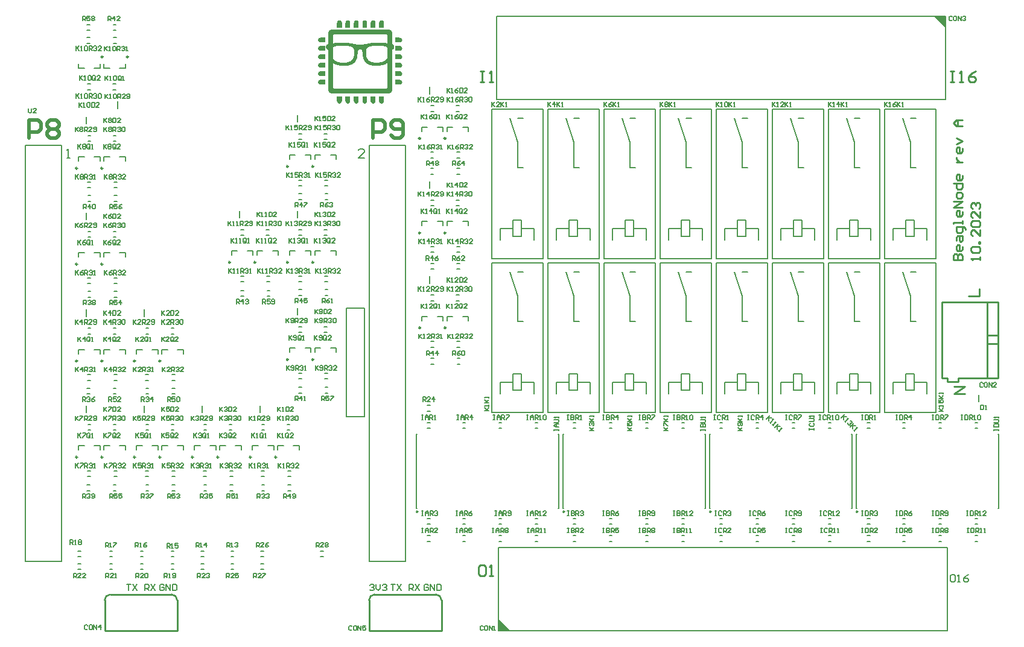
<source format=gto>
G04*
G04 #@! TF.GenerationSoftware,Altium Limited,Altium Designer,23.5.1 (21)*
G04*
G04 Layer_Color=65535*
%FSLAX44Y44*%
%MOMM*%
G71*
G04*
G04 #@! TF.SameCoordinates,8DBBECA3-F22B-4787-8F39-2E3879C6619A*
G04*
G04*
G04 #@! TF.FilePolarity,Positive*
G04*
G01*
G75*
%ADD10C,0.2500*%
%ADD11C,0.2540*%
%ADD12C,0.2000*%
%ADD13C,0.2032*%
%ADD14C,0.2286*%
%ADD15C,0.1270*%
%ADD16C,0.1778*%
%ADD17C,0.5080*%
G36*
X1301750Y850935D02*
X1301569D01*
X1285748Y866756D01*
X1301750Y867010D01*
Y850935D01*
D02*
G37*
G36*
X511185Y860769D02*
X511755D01*
Y860627D01*
X511898D01*
Y860484D01*
X512183D01*
Y860342D01*
X512468D01*
Y860199D01*
X512611D01*
Y860057D01*
X512753D01*
Y859914D01*
X512896D01*
Y859771D01*
X513038D01*
Y859486D01*
X513181D01*
Y859344D01*
X513324D01*
Y859059D01*
X513466D01*
Y858773D01*
X513609D01*
Y858203D01*
X513751D01*
Y850931D01*
X507050D01*
Y858346D01*
X507193D01*
Y858916D01*
X507335D01*
Y859201D01*
X507478D01*
Y859344D01*
X507621D01*
Y859629D01*
X507763D01*
Y859771D01*
X507906D01*
Y859914D01*
X508048D01*
Y860057D01*
X508191D01*
Y860199D01*
X508333D01*
Y860342D01*
X508476D01*
Y860484D01*
X508761D01*
Y860627D01*
X509046D01*
Y860769D01*
X509474D01*
Y860912D01*
X511185D01*
Y860769D01*
D02*
G37*
G36*
X499351D02*
X499921D01*
Y860627D01*
X500064D01*
Y860484D01*
X500349D01*
Y860342D01*
X500634D01*
Y860199D01*
X500777D01*
Y860057D01*
X500919D01*
Y859914D01*
X501062D01*
Y859771D01*
X501204D01*
Y859486D01*
X501347D01*
Y859344D01*
X501490D01*
Y859059D01*
X501632D01*
Y858773D01*
X501775D01*
Y858203D01*
X501917D01*
Y850931D01*
X495216D01*
Y851217D01*
Y851359D01*
Y858488D01*
X495359D01*
Y858916D01*
X495501D01*
Y859201D01*
X495644D01*
Y859486D01*
X495787D01*
Y859629D01*
X495929D01*
Y859771D01*
X496072D01*
Y859914D01*
X496214D01*
Y860057D01*
X496357D01*
Y860199D01*
X496499D01*
Y860342D01*
X496642D01*
Y860484D01*
X496927D01*
Y860627D01*
X497212D01*
Y860769D01*
X497640D01*
Y860912D01*
X499351D01*
Y860769D01*
D02*
G37*
G36*
X487517D02*
X487945D01*
Y860627D01*
X488230D01*
Y860484D01*
X488515D01*
Y860342D01*
X488658D01*
Y860199D01*
X488943D01*
Y860057D01*
X489085D01*
Y859914D01*
X489228D01*
Y859771D01*
X489370D01*
Y859486D01*
X489513D01*
Y859344D01*
X489656D01*
Y859059D01*
X489798D01*
Y858631D01*
X489941D01*
Y858203D01*
X490083D01*
Y852643D01*
Y852500D01*
Y850931D01*
X483382D01*
Y858488D01*
X483525D01*
Y858916D01*
X483667D01*
Y859201D01*
X483810D01*
Y859486D01*
X483953D01*
Y859629D01*
X484095D01*
Y859771D01*
X484238D01*
Y859914D01*
X484380D01*
Y860057D01*
X484523D01*
Y860199D01*
X484665D01*
Y860342D01*
X484808D01*
Y860484D01*
X485093D01*
Y860627D01*
X485378D01*
Y860769D01*
X485806D01*
Y860912D01*
X487517D01*
Y860769D01*
D02*
G37*
G36*
X475683D02*
X476111D01*
Y860627D01*
X476396D01*
Y860484D01*
X476681D01*
Y860342D01*
X476824D01*
Y860199D01*
X477109D01*
Y860057D01*
X477251D01*
Y859914D01*
X477394D01*
Y859629D01*
X477537D01*
Y859486D01*
X477679D01*
Y859344D01*
X477822D01*
Y859059D01*
X477964D01*
Y858631D01*
X478107D01*
Y858061D01*
X478249D01*
Y850931D01*
X471406D01*
Y857633D01*
X471548D01*
Y858488D01*
X471691D01*
Y858916D01*
X471833D01*
Y859201D01*
X471976D01*
Y859486D01*
X472119D01*
Y859629D01*
X472261D01*
Y859771D01*
X472404D01*
Y859914D01*
X472546D01*
Y860057D01*
X472689D01*
Y860199D01*
X472831D01*
Y860342D01*
X472974D01*
Y860484D01*
X473259D01*
Y860627D01*
X473544D01*
Y860769D01*
X473972D01*
Y860912D01*
X475683D01*
Y860769D01*
D02*
G37*
G36*
X463849D02*
X464277D01*
Y860627D01*
X464562D01*
Y860484D01*
X464847D01*
Y860342D01*
X464990D01*
Y860199D01*
X465275D01*
Y860057D01*
X465417D01*
Y859914D01*
X465560D01*
Y859629D01*
X465703D01*
Y859486D01*
X465845D01*
Y859344D01*
X465988D01*
Y859059D01*
X466130D01*
Y858631D01*
X466273D01*
Y857918D01*
X466415D01*
Y855066D01*
Y854924D01*
Y850931D01*
X459572D01*
Y857633D01*
X459714D01*
Y858488D01*
X459857D01*
Y858916D01*
X459999D01*
Y859201D01*
X460142D01*
Y859486D01*
X460285D01*
Y859629D01*
X460427D01*
Y859771D01*
X460570D01*
Y859914D01*
X460712D01*
Y860057D01*
X460855D01*
Y860199D01*
X460998D01*
Y860342D01*
X461140D01*
Y860484D01*
X461425D01*
Y860627D01*
X461710D01*
Y860769D01*
X462138D01*
Y860912D01*
X463849D01*
Y860769D01*
D02*
G37*
G36*
X452015D02*
X452443D01*
Y860627D01*
X452728D01*
Y860484D01*
X453013D01*
Y860342D01*
X453156D01*
Y860199D01*
X453298D01*
Y860057D01*
X453583D01*
Y859914D01*
X453726D01*
Y859629D01*
X453869D01*
Y859486D01*
X454011D01*
Y859201D01*
X454154D01*
Y859059D01*
X454296D01*
Y858631D01*
X454439D01*
Y857918D01*
X454581D01*
Y850931D01*
X447738D01*
Y851074D01*
Y857633D01*
X447880D01*
Y858488D01*
X448023D01*
Y858916D01*
X448165D01*
Y859201D01*
X448308D01*
Y859486D01*
X448451D01*
Y859629D01*
X448593D01*
Y859771D01*
X448736D01*
Y860057D01*
X449021D01*
Y860199D01*
X449164D01*
Y860342D01*
X449306D01*
Y860484D01*
X449591D01*
Y860627D01*
X449876D01*
Y860769D01*
X450304D01*
Y860912D01*
X452015D01*
Y860769D01*
D02*
G37*
G36*
X535851Y836531D02*
X536707D01*
Y836389D01*
X537134D01*
Y836246D01*
X537419D01*
Y836103D01*
X537705D01*
Y835961D01*
X537847D01*
Y835818D01*
X538132D01*
Y835676D01*
X538275D01*
Y835533D01*
X538417D01*
Y835248D01*
X538560D01*
Y835105D01*
X538703D01*
Y834820D01*
X538845D01*
Y834678D01*
X538988D01*
Y834250D01*
X539130D01*
Y833537D01*
X539273D01*
Y832967D01*
X539130D01*
Y832254D01*
X538988D01*
Y831826D01*
X538845D01*
Y831541D01*
X538703D01*
Y831256D01*
X538560D01*
Y831113D01*
X538417D01*
Y830971D01*
X538275D01*
Y830828D01*
X538132D01*
Y830686D01*
X537990D01*
Y830543D01*
X537847D01*
Y830400D01*
X537562D01*
Y830258D01*
X537277D01*
Y830115D01*
X536992D01*
Y829973D01*
X536279D01*
Y829830D01*
X529150D01*
Y836531D01*
X529292D01*
Y836674D01*
X535851D01*
Y836531D01*
D02*
G37*
G36*
X431199D02*
X431341D01*
Y829973D01*
X431199D01*
Y829830D01*
X424070D01*
Y829973D01*
X423499D01*
Y830115D01*
X423214D01*
Y830258D01*
X422929D01*
Y830400D01*
X422644D01*
Y830543D01*
X422501D01*
Y830686D01*
X422359D01*
Y830828D01*
X422216D01*
Y830971D01*
X422074D01*
Y831113D01*
X421931D01*
Y831256D01*
X421788D01*
Y831398D01*
X421646D01*
Y831684D01*
X421503D01*
Y831969D01*
X421361D01*
Y832539D01*
X421218D01*
Y833965D01*
X421361D01*
Y834392D01*
X421503D01*
Y834678D01*
X421646D01*
Y834963D01*
X421788D01*
Y835248D01*
X421931D01*
Y835390D01*
X422074D01*
Y835533D01*
X422216D01*
Y835676D01*
X422359D01*
Y835818D01*
X422501D01*
Y835961D01*
X422787D01*
Y836103D01*
X422929D01*
Y836246D01*
X423214D01*
Y836389D01*
X423642D01*
Y836531D01*
X424640D01*
Y836674D01*
X431199D01*
Y836531D01*
D02*
G37*
G36*
X536707Y824555D02*
X537134D01*
Y824412D01*
X537419D01*
Y824269D01*
X537705D01*
Y824127D01*
X537847D01*
Y823984D01*
X537990D01*
Y823842D01*
X538275D01*
Y823699D01*
X538417D01*
Y823414D01*
X538560D01*
Y823271D01*
X538703D01*
Y822986D01*
X538845D01*
Y822844D01*
X538988D01*
Y822416D01*
X539130D01*
Y821703D01*
X539273D01*
Y821133D01*
X539130D01*
Y820420D01*
X538988D01*
Y819992D01*
X538845D01*
Y819707D01*
X538703D01*
Y819422D01*
X538560D01*
Y819279D01*
X538417D01*
Y819137D01*
X538275D01*
Y818994D01*
X538132D01*
Y818851D01*
X537990D01*
Y818709D01*
X537847D01*
Y818566D01*
X537562D01*
Y818424D01*
X537277D01*
Y818281D01*
X536992D01*
Y818139D01*
X536421D01*
Y817996D01*
X529150D01*
Y824127D01*
Y824269D01*
Y824697D01*
X536707D01*
Y824555D01*
D02*
G37*
G36*
X431341Y818139D02*
X431199D01*
Y817996D01*
X424070D01*
Y818139D01*
X423499D01*
Y818281D01*
X423072D01*
Y818424D01*
X422929D01*
Y818566D01*
X422644D01*
Y818709D01*
X422501D01*
Y818851D01*
X422359D01*
Y818994D01*
X422216D01*
Y819137D01*
X422074D01*
Y819279D01*
X421931D01*
Y819422D01*
X421788D01*
Y819564D01*
X421646D01*
Y819849D01*
X421503D01*
Y820135D01*
X421361D01*
Y820705D01*
X421218D01*
Y822131D01*
X421361D01*
Y822559D01*
X421503D01*
Y822844D01*
X421646D01*
Y823129D01*
X421788D01*
Y823414D01*
X421931D01*
Y823557D01*
X422074D01*
Y823699D01*
X422216D01*
Y823842D01*
X422359D01*
Y823984D01*
X422501D01*
Y824127D01*
X422787D01*
Y824269D01*
X422929D01*
Y824412D01*
X423214D01*
Y824555D01*
X423642D01*
Y824697D01*
X431341D01*
Y818139D01*
D02*
G37*
G36*
X536707Y812721D02*
X537134D01*
Y812578D01*
X537419D01*
Y812436D01*
X537705D01*
Y812293D01*
X537847D01*
Y812150D01*
X537990D01*
Y812008D01*
X538275D01*
Y811865D01*
X538417D01*
Y811580D01*
X538560D01*
Y811437D01*
X538703D01*
Y811152D01*
X538845D01*
Y811010D01*
X538988D01*
Y810582D01*
X539130D01*
Y810012D01*
Y809869D01*
X539273D01*
Y809299D01*
X539130D01*
Y808586D01*
X538988D01*
Y808158D01*
X538845D01*
Y807873D01*
X538703D01*
Y807588D01*
X538560D01*
Y807445D01*
X538417D01*
Y807303D01*
X538275D01*
Y807160D01*
X538132D01*
Y807018D01*
X537990D01*
Y806875D01*
X537847D01*
Y806732D01*
X537562D01*
Y806590D01*
X537277D01*
Y806447D01*
X536992D01*
Y806305D01*
X536564D01*
Y806162D01*
X529150D01*
Y812863D01*
X536707D01*
Y812721D01*
D02*
G37*
G36*
X431341Y806305D02*
X431199D01*
Y806162D01*
X423927D01*
Y806305D01*
X423499D01*
Y806447D01*
X423072D01*
Y806590D01*
X422787D01*
Y806732D01*
X422644D01*
Y806875D01*
X422501D01*
Y807018D01*
X422216D01*
Y807160D01*
X422074D01*
Y807445D01*
X421931D01*
Y807588D01*
X421788D01*
Y807730D01*
X421646D01*
Y808016D01*
X421503D01*
Y808301D01*
X421361D01*
Y808871D01*
X421218D01*
Y810297D01*
X421361D01*
Y810724D01*
X421503D01*
Y811010D01*
X421646D01*
Y811295D01*
X421788D01*
Y811580D01*
X421931D01*
Y811723D01*
X422074D01*
Y811865D01*
X422216D01*
Y812008D01*
X422359D01*
Y812150D01*
X422501D01*
Y812293D01*
X422787D01*
Y812436D01*
X423072D01*
Y812578D01*
X423214D01*
Y812721D01*
X423785D01*
Y812863D01*
X431341D01*
Y806305D01*
D02*
G37*
G36*
X536707Y800887D02*
X537134D01*
Y800744D01*
X537419D01*
Y800602D01*
X537705D01*
Y800459D01*
X537847D01*
Y800316D01*
X537990D01*
Y800174D01*
X538275D01*
Y799889D01*
X538417D01*
Y799746D01*
X538560D01*
Y799603D01*
X538703D01*
Y799318D01*
X538845D01*
Y799033D01*
X538988D01*
Y798748D01*
X539130D01*
Y798035D01*
X539273D01*
Y797322D01*
X539130D01*
Y796752D01*
X538988D01*
Y796324D01*
X538845D01*
Y796039D01*
X538703D01*
Y795754D01*
X538560D01*
Y795611D01*
X538417D01*
Y795469D01*
X538275D01*
Y795326D01*
X538132D01*
Y795183D01*
X537990D01*
Y795041D01*
X537847D01*
Y794898D01*
X537562D01*
Y794756D01*
X537277D01*
Y794613D01*
X536992D01*
Y794471D01*
X536564D01*
Y794328D01*
X529150D01*
Y800602D01*
Y800744D01*
Y801029D01*
X536707D01*
Y800887D01*
D02*
G37*
G36*
X431341Y794471D02*
X431199D01*
Y794328D01*
X423927D01*
Y794471D01*
X423357D01*
Y794613D01*
X423072D01*
Y794756D01*
X422787D01*
Y794898D01*
X422644D01*
Y795041D01*
X422501D01*
Y795183D01*
X422216D01*
Y795326D01*
X422074D01*
Y795611D01*
X421931D01*
Y795754D01*
X421788D01*
Y795896D01*
X421646D01*
Y796182D01*
X421503D01*
Y796467D01*
X421361D01*
Y797037D01*
X421218D01*
Y798463D01*
X421361D01*
Y798891D01*
X421503D01*
Y799176D01*
X421646D01*
Y799461D01*
X421788D01*
Y799603D01*
X421931D01*
Y799889D01*
X422074D01*
Y800031D01*
X422216D01*
Y800174D01*
X422359D01*
Y800316D01*
X422501D01*
Y800459D01*
X422787D01*
Y800602D01*
X423072D01*
Y800744D01*
X423357D01*
Y800887D01*
X423785D01*
Y801029D01*
X431341D01*
Y794471D01*
D02*
G37*
G36*
X536707Y789053D02*
X537134D01*
Y788910D01*
X537419D01*
Y788767D01*
X537705D01*
Y788625D01*
X537847D01*
Y788482D01*
X537990D01*
Y788340D01*
X538275D01*
Y788055D01*
X538417D01*
Y787912D01*
X538560D01*
Y787769D01*
X538703D01*
Y787484D01*
X538845D01*
Y787199D01*
X538988D01*
Y786914D01*
X539130D01*
Y786201D01*
X539273D01*
Y785488D01*
X539130D01*
Y784775D01*
X538988D01*
Y784490D01*
X538845D01*
Y784205D01*
X538703D01*
Y783920D01*
X538560D01*
Y783777D01*
X538417D01*
Y783635D01*
X538275D01*
Y783492D01*
X538132D01*
Y783350D01*
X537990D01*
Y783207D01*
X537847D01*
Y783064D01*
X537562D01*
Y782922D01*
X537277D01*
Y782779D01*
X536992D01*
Y782637D01*
X536564D01*
Y782494D01*
X529150D01*
Y789195D01*
X536707D01*
Y789053D01*
D02*
G37*
G36*
X431341Y782637D02*
X431199D01*
Y782494D01*
X423927D01*
Y782637D01*
X423357D01*
Y782779D01*
X423072D01*
Y782922D01*
X422787D01*
Y783064D01*
X422644D01*
Y783207D01*
X422501D01*
Y783350D01*
X422216D01*
Y783492D01*
X422074D01*
Y783777D01*
X421931D01*
Y783920D01*
X421788D01*
Y784062D01*
X421646D01*
Y784348D01*
X421503D01*
Y784633D01*
X421361D01*
Y785203D01*
X421218D01*
Y786629D01*
X421361D01*
Y787057D01*
X421503D01*
Y787342D01*
X421646D01*
Y787627D01*
X421788D01*
Y787769D01*
X421931D01*
Y788055D01*
X422074D01*
Y788197D01*
X422216D01*
Y788340D01*
X422359D01*
Y788482D01*
X422644D01*
Y788625D01*
X422787D01*
Y788767D01*
X423072D01*
Y788910D01*
X423357D01*
Y789053D01*
X423785D01*
Y789195D01*
X431341D01*
Y782637D01*
D02*
G37*
G36*
X536564Y777219D02*
X537134D01*
Y777076D01*
X537419D01*
Y776934D01*
X537705D01*
Y776791D01*
X537847D01*
Y776648D01*
X537990D01*
Y776506D01*
X538132D01*
Y776363D01*
X538275D01*
Y776221D01*
X538417D01*
Y776078D01*
X538560D01*
Y775936D01*
X538703D01*
Y775650D01*
X538845D01*
Y775365D01*
X538988D01*
Y775080D01*
X539130D01*
Y774367D01*
X539273D01*
Y773797D01*
Y773654D01*
X539130D01*
Y772941D01*
X538988D01*
Y772656D01*
X538845D01*
Y772371D01*
X538703D01*
Y772086D01*
X538560D01*
Y771943D01*
X538417D01*
Y771801D01*
X538275D01*
Y771658D01*
X538132D01*
Y771516D01*
X537990D01*
Y771373D01*
X537847D01*
Y771230D01*
X537562D01*
Y771088D01*
X537419D01*
Y770945D01*
X536992D01*
Y770803D01*
X536564D01*
Y770660D01*
X529150D01*
Y777361D01*
X536564D01*
Y777219D01*
D02*
G37*
G36*
X431341Y774367D02*
Y774224D01*
Y770803D01*
X431199D01*
Y770660D01*
X423927D01*
Y770803D01*
X423357D01*
Y770945D01*
X423072D01*
Y771088D01*
X422787D01*
Y771230D01*
X422644D01*
Y771373D01*
X422501D01*
Y771516D01*
X422216D01*
Y771658D01*
X422074D01*
Y771943D01*
X421931D01*
Y772086D01*
X421788D01*
Y772228D01*
X421646D01*
Y772514D01*
X421503D01*
Y772799D01*
X421361D01*
Y773226D01*
X421218D01*
Y774795D01*
X421361D01*
Y775223D01*
X421503D01*
Y775508D01*
X421646D01*
Y775793D01*
X421788D01*
Y775936D01*
X421931D01*
Y776221D01*
X422074D01*
Y776363D01*
X422216D01*
Y776506D01*
X422359D01*
Y776648D01*
X422644D01*
Y776791D01*
X422787D01*
Y776934D01*
X423072D01*
Y777076D01*
X423357D01*
Y777219D01*
X423785D01*
Y777361D01*
X431341D01*
Y774367D01*
D02*
G37*
G36*
X521023Y847652D02*
X521878D01*
Y847510D01*
X522306D01*
Y847367D01*
X522591D01*
Y847225D01*
X522876D01*
Y847082D01*
X523162D01*
Y846939D01*
X523304D01*
Y846797D01*
X523447D01*
Y846654D01*
X523589D01*
Y846512D01*
X523874D01*
Y846227D01*
X524017D01*
Y846084D01*
X524160D01*
Y845941D01*
X524302D01*
Y845799D01*
X524445D01*
Y845514D01*
X524587D01*
Y845228D01*
X524730D01*
Y844943D01*
X524873D01*
Y844516D01*
X525015D01*
Y843660D01*
X525158D01*
Y827406D01*
X525728D01*
Y827264D01*
X526013D01*
Y827121D01*
X526298D01*
Y826978D01*
X526583D01*
Y826836D01*
X526726D01*
Y826693D01*
X526869D01*
Y826551D01*
X527154D01*
Y826408D01*
X527296D01*
Y826266D01*
X527439D01*
Y825980D01*
X527581D01*
Y825838D01*
X527724D01*
Y825553D01*
X527867D01*
Y825125D01*
X528009D01*
Y824412D01*
X528152D01*
Y822844D01*
X528009D01*
Y822131D01*
X527867D01*
Y821703D01*
X527724D01*
Y821561D01*
X527581D01*
Y821275D01*
X527439D01*
Y821133D01*
X527296D01*
Y820990D01*
X527154D01*
Y820848D01*
X527011D01*
Y820705D01*
X526726D01*
Y820562D01*
X526583D01*
Y820420D01*
X526441D01*
Y820277D01*
X526156D01*
Y820135D01*
X526013D01*
Y819992D01*
X525871D01*
Y819849D01*
X525728D01*
Y819707D01*
X525585D01*
Y819564D01*
X525443D01*
Y819422D01*
X525300D01*
Y819279D01*
X525158D01*
Y762533D01*
X525015D01*
Y761678D01*
X524873D01*
Y761250D01*
X524730D01*
Y760822D01*
X524587D01*
Y760680D01*
X524445D01*
Y760395D01*
X524302D01*
Y760109D01*
X524160D01*
Y759967D01*
X524017D01*
Y759824D01*
X523874D01*
Y759682D01*
X523732D01*
Y759539D01*
X523589D01*
Y759396D01*
X523447D01*
Y759254D01*
X523162D01*
Y759111D01*
X523019D01*
Y758969D01*
X522734D01*
Y758826D01*
X522449D01*
Y758683D01*
X522164D01*
Y758541D01*
X521736D01*
Y758398D01*
X508191D01*
Y758113D01*
X501490D01*
Y758398D01*
X439183D01*
Y758541D01*
X438613D01*
Y758683D01*
X438328D01*
Y758826D01*
X438042D01*
Y758969D01*
X437757D01*
Y759111D01*
X437615D01*
Y759254D01*
X437472D01*
Y759396D01*
X437187D01*
Y759539D01*
X437044D01*
Y759682D01*
X436902D01*
Y759824D01*
X436759D01*
Y760109D01*
X436617D01*
Y760252D01*
X436474D01*
Y760395D01*
X436331D01*
Y760680D01*
X436189D01*
Y760965D01*
X436046D01*
Y761250D01*
X435904D01*
Y761820D01*
X435761D01*
Y762818D01*
X435619D01*
Y818424D01*
X435476D01*
Y818851D01*
X435333D01*
Y819137D01*
X435191D01*
Y819279D01*
X435048D01*
Y819564D01*
X434906D01*
Y819707D01*
X434763D01*
Y819849D01*
X434621D01*
Y819992D01*
X434478D01*
Y820135D01*
X434335D01*
Y820277D01*
X434050D01*
Y820420D01*
X433908D01*
Y820562D01*
X433623D01*
Y820705D01*
X433480D01*
Y820848D01*
X433337D01*
Y820990D01*
X433195D01*
Y821133D01*
X433052D01*
Y821275D01*
X432910D01*
Y821418D01*
X432767D01*
Y821703D01*
X432624D01*
Y821988D01*
X432482D01*
Y822559D01*
X432339D01*
Y824840D01*
X432482D01*
Y825410D01*
X432624D01*
Y825695D01*
X432767D01*
Y825838D01*
X432910D01*
Y826123D01*
X433052D01*
Y826266D01*
X433195D01*
Y826408D01*
X433337D01*
Y826551D01*
X433480D01*
Y826693D01*
X433765D01*
Y826836D01*
X433908D01*
Y826978D01*
X434193D01*
Y827121D01*
X434478D01*
Y827264D01*
X434763D01*
Y827406D01*
X435191D01*
Y827549D01*
X435619D01*
Y843232D01*
X435761D01*
Y844373D01*
X435904D01*
Y844801D01*
X436046D01*
Y845086D01*
X436189D01*
Y845371D01*
X436331D01*
Y845656D01*
X436474D01*
Y845941D01*
X436617D01*
Y846084D01*
X436759D01*
Y846227D01*
X436902D01*
Y846369D01*
X437044D01*
Y846512D01*
X437187D01*
Y846654D01*
X437329D01*
Y846797D01*
X437472D01*
Y846939D01*
X437757D01*
Y847082D01*
X437900D01*
Y847225D01*
X438185D01*
Y847367D01*
X438470D01*
Y847510D01*
X439040D01*
Y847652D01*
X439753D01*
Y847795D01*
X521023D01*
Y847652D01*
D02*
G37*
G36*
X513751Y746850D02*
X513609D01*
Y746279D01*
X513466D01*
Y745994D01*
X513324D01*
Y745709D01*
X513181D01*
Y745424D01*
X513038D01*
Y745281D01*
X512896D01*
Y745139D01*
X512753D01*
Y744996D01*
X512611D01*
Y744854D01*
X512468D01*
Y744711D01*
X512326D01*
Y744568D01*
X512040D01*
Y744426D01*
X511755D01*
Y744283D01*
X511328D01*
Y744140D01*
X510615D01*
Y743998D01*
X510187D01*
Y744140D01*
X509332D01*
Y744283D01*
X509046D01*
Y744426D01*
X508761D01*
Y744568D01*
X508476D01*
Y744711D01*
X508333D01*
Y744854D01*
X508191D01*
Y744996D01*
X507906D01*
Y745281D01*
X507763D01*
Y745424D01*
X507621D01*
Y745566D01*
X507478D01*
Y745852D01*
X507335D01*
Y746137D01*
X507193D01*
Y746564D01*
X507050D01*
Y754121D01*
X513751D01*
Y746850D01*
D02*
G37*
G36*
X501917D02*
X501775D01*
Y746279D01*
X501632D01*
Y745994D01*
X501490D01*
Y745709D01*
X501347D01*
Y745424D01*
X501204D01*
Y745281D01*
X501062D01*
Y745139D01*
X500919D01*
Y744996D01*
X500777D01*
Y744854D01*
X500634D01*
Y744711D01*
X500492D01*
Y744568D01*
X500206D01*
Y744426D01*
X499921D01*
Y744283D01*
X499494D01*
Y744140D01*
X498781D01*
Y743998D01*
X498353D01*
Y744140D01*
X497497D01*
Y744283D01*
X497212D01*
Y744426D01*
X496927D01*
Y744568D01*
X496642D01*
Y744711D01*
X496499D01*
Y744854D01*
X496357D01*
Y744996D01*
X496072D01*
Y745281D01*
X495929D01*
Y745424D01*
X495787D01*
Y745566D01*
X495644D01*
Y745852D01*
X495501D01*
Y746137D01*
X495359D01*
Y746564D01*
X495216D01*
Y754121D01*
X501917D01*
Y746850D01*
D02*
G37*
G36*
X490083D02*
X489941D01*
Y746279D01*
X489798D01*
Y745994D01*
X489656D01*
Y745709D01*
X489513D01*
Y745424D01*
X489370D01*
Y745281D01*
X489228D01*
Y745139D01*
X489085D01*
Y744996D01*
X488943D01*
Y744854D01*
X488800D01*
Y744711D01*
X488658D01*
Y744568D01*
X488372D01*
Y744426D01*
X488087D01*
Y744283D01*
X487660D01*
Y744140D01*
X486947D01*
Y743998D01*
X486519D01*
Y744140D01*
X485663D01*
Y744283D01*
X485378D01*
Y744426D01*
X485093D01*
Y744568D01*
X484808D01*
Y744711D01*
X484665D01*
Y744854D01*
X484523D01*
Y744996D01*
X484238D01*
Y745281D01*
X484095D01*
Y745424D01*
X483953D01*
Y745566D01*
X483810D01*
Y745852D01*
X483667D01*
Y746137D01*
X483525D01*
Y746564D01*
X483382D01*
Y754121D01*
X490083D01*
Y746850D01*
D02*
G37*
G36*
X478249Y746992D02*
X478107D01*
Y746279D01*
X477964D01*
Y745994D01*
X477822D01*
Y745709D01*
X477679D01*
Y745424D01*
X477537D01*
Y745281D01*
X477394D01*
Y745139D01*
X477251D01*
Y744996D01*
X477109D01*
Y744854D01*
X476966D01*
Y744711D01*
X476681D01*
Y744568D01*
X476539D01*
Y744426D01*
X476253D01*
Y744283D01*
X475826D01*
Y744140D01*
X475113D01*
Y743998D01*
X474685D01*
Y744140D01*
X473829D01*
Y744283D01*
X473402D01*
Y744426D01*
X473259D01*
Y744568D01*
X472974D01*
Y744711D01*
X472831D01*
Y744854D01*
X472546D01*
Y744996D01*
X472404D01*
Y745281D01*
X472261D01*
Y745424D01*
X472119D01*
Y745566D01*
X471976D01*
Y745852D01*
X471833D01*
Y746137D01*
X471691D01*
Y746564D01*
X471548D01*
Y747420D01*
X471406D01*
Y753979D01*
X471548D01*
Y754121D01*
X478249D01*
Y746992D01*
D02*
G37*
G36*
X466415D02*
X466273D01*
Y746422D01*
X466130D01*
Y745994D01*
X465988D01*
Y745709D01*
X465845D01*
Y745566D01*
X465703D01*
Y745281D01*
X465560D01*
Y745139D01*
X465417D01*
Y744996D01*
X465275D01*
Y744854D01*
X465132D01*
Y744711D01*
X464847D01*
Y744568D01*
X464705D01*
Y744426D01*
X464419D01*
Y744283D01*
X463992D01*
Y744140D01*
X463279D01*
Y743998D01*
X462851D01*
Y744140D01*
X461996D01*
Y744283D01*
X461568D01*
Y744426D01*
X461425D01*
Y744568D01*
X461140D01*
Y744711D01*
X460998D01*
Y744854D01*
X460712D01*
Y744996D01*
X460570D01*
Y745139D01*
X460427D01*
Y745424D01*
X460285D01*
Y745566D01*
X460142D01*
Y745852D01*
X459999D01*
Y746137D01*
X459857D01*
Y746422D01*
X459714D01*
Y747420D01*
X459572D01*
Y753979D01*
X459714D01*
Y754121D01*
X466415D01*
Y746992D01*
D02*
G37*
G36*
X454581Y747135D02*
X454439D01*
Y746422D01*
X454296D01*
Y745994D01*
X454154D01*
Y745852D01*
Y745709D01*
X454011D01*
Y745566D01*
X453869D01*
Y745281D01*
X453726D01*
Y745139D01*
X453583D01*
Y744996D01*
X453441D01*
Y744854D01*
X453298D01*
Y744711D01*
X453013D01*
Y744568D01*
X452870D01*
Y744426D01*
X452585D01*
Y744283D01*
X452158D01*
Y744140D01*
X451445D01*
Y743998D01*
X450874D01*
Y744140D01*
X450162D01*
Y744283D01*
X449734D01*
Y744426D01*
X449591D01*
Y744568D01*
X449306D01*
Y744711D01*
X449164D01*
Y744854D01*
X448878D01*
Y744996D01*
X448736D01*
Y745139D01*
X448593D01*
Y745424D01*
X448451D01*
Y745566D01*
X448308D01*
Y745852D01*
X448165D01*
Y746137D01*
X448023D01*
Y746422D01*
X447880D01*
Y747420D01*
X447738D01*
Y753979D01*
X447880D01*
Y754121D01*
X454581D01*
Y747135D01*
D02*
G37*
G36*
X690372Y4464D02*
X674370Y4210D01*
Y20285D01*
X674551D01*
X690372Y4464D01*
D02*
G37*
%LPC*%
G36*
X517173Y841236D02*
X443603D01*
Y841094D01*
X443318D01*
Y840951D01*
X443033D01*
Y840808D01*
X442890D01*
Y840666D01*
X442747D01*
Y840523D01*
X442605D01*
Y840381D01*
X442462D01*
Y840096D01*
X442320D01*
Y839525D01*
X442177D01*
Y828689D01*
X442462D01*
Y828832D01*
X443603D01*
Y828975D01*
X444886D01*
Y829117D01*
X446455D01*
Y829260D01*
X448023D01*
Y829402D01*
X450019D01*
Y829545D01*
X452585D01*
Y829687D01*
X459001D01*
Y829545D01*
X460855D01*
Y829402D01*
X462138D01*
Y829260D01*
X463279D01*
Y829117D01*
X464277D01*
Y828975D01*
X465132D01*
Y828832D01*
X465988D01*
Y828689D01*
X466843D01*
Y828547D01*
X467699D01*
Y828404D01*
X468554D01*
Y828262D01*
X469267D01*
Y828119D01*
X470122D01*
Y827977D01*
X470835D01*
Y827834D01*
X471691D01*
Y827691D01*
X472404D01*
Y827549D01*
X473259D01*
Y827406D01*
X473972D01*
Y827264D01*
X474828D01*
Y827121D01*
X475683D01*
Y826978D01*
X476681D01*
Y826836D01*
X477679D01*
Y826693D01*
X478962D01*
Y826551D01*
X481244D01*
Y826693D01*
X482812D01*
Y826836D01*
X483810D01*
Y826978D01*
X484808D01*
Y827121D01*
X485663D01*
Y827264D01*
X486376D01*
Y827406D01*
X487232D01*
Y827549D01*
X488087D01*
Y827691D01*
X488800D01*
Y827834D01*
X489513D01*
Y827977D01*
X490369D01*
Y828119D01*
X491082D01*
Y828262D01*
X491937D01*
Y828404D01*
X492650D01*
Y828547D01*
X493505D01*
Y828689D01*
X494361D01*
Y828832D01*
X495216D01*
Y828975D01*
X496214D01*
Y829117D01*
X497212D01*
Y829260D01*
X498353D01*
Y829402D01*
X499779D01*
Y829545D01*
X501632D01*
Y829687D01*
X507763D01*
Y829545D01*
X510472D01*
Y829402D01*
X512326D01*
Y829260D01*
X514036D01*
Y829117D01*
X515462D01*
Y828975D01*
X516888D01*
Y828832D01*
X518029D01*
Y828689D01*
X518599D01*
Y839810D01*
X518456D01*
Y840238D01*
X518314D01*
Y840381D01*
X518171D01*
Y840666D01*
X518029D01*
Y840808D01*
X517744D01*
Y840951D01*
X517601D01*
Y841094D01*
X517173D01*
Y841236D01*
D02*
G37*
G36*
X507763Y825125D02*
X501204D01*
Y824982D01*
X498638D01*
Y824840D01*
X497212D01*
Y824697D01*
X496072D01*
Y824555D01*
X495216D01*
Y824412D01*
X494646D01*
Y824269D01*
X494076D01*
Y824127D01*
X493505D01*
Y823984D01*
X493078D01*
Y823842D01*
X492792D01*
Y823699D01*
X492365D01*
Y823557D01*
X492080D01*
Y823414D01*
X491794D01*
Y823271D01*
X491509D01*
Y823129D01*
X491367D01*
Y822986D01*
X491082D01*
Y822844D01*
X490939D01*
Y822701D01*
X490796D01*
Y822559D01*
X490511D01*
Y822416D01*
X490369D01*
Y822273D01*
X490226D01*
Y822131D01*
X490083D01*
Y821846D01*
X489941D01*
Y821703D01*
X489798D01*
Y821418D01*
X489656D01*
Y821275D01*
X489513D01*
Y820990D01*
X489370D01*
Y820562D01*
X489228D01*
Y820277D01*
X489085D01*
Y819849D01*
X488943D01*
Y819279D01*
X488800D01*
Y818566D01*
X488658D01*
Y817568D01*
X488515D01*
Y812863D01*
X488658D01*
Y811723D01*
X488800D01*
Y811010D01*
X488943D01*
Y810439D01*
X489085D01*
Y809869D01*
X489228D01*
Y809441D01*
X489370D01*
Y809014D01*
X489513D01*
Y808586D01*
X489656D01*
Y808301D01*
X489798D01*
Y808016D01*
X489941D01*
Y807730D01*
X490083D01*
Y807445D01*
X490226D01*
Y807160D01*
X490369D01*
Y806875D01*
X490511D01*
Y806732D01*
X490654D01*
Y806447D01*
X490796D01*
Y806305D01*
X490939D01*
Y806162D01*
X491082D01*
Y805877D01*
X491224D01*
Y805734D01*
X491367D01*
Y805592D01*
X491509D01*
Y805449D01*
X491652D01*
Y805307D01*
X491794D01*
Y805164D01*
X491937D01*
Y805021D01*
X492080D01*
Y804879D01*
X492222D01*
Y804736D01*
X492365D01*
Y804594D01*
X492507D01*
Y804451D01*
X492650D01*
Y804308D01*
X492792D01*
Y804166D01*
X493078D01*
Y804023D01*
X493220D01*
Y803881D01*
X493505D01*
Y803738D01*
X493648D01*
Y803596D01*
X493933D01*
Y803453D01*
X494218D01*
Y803310D01*
X494361D01*
Y803168D01*
X494646D01*
Y803025D01*
X494931D01*
Y802883D01*
X495359D01*
Y802740D01*
X495644D01*
Y802598D01*
X496072D01*
Y802455D01*
X496499D01*
Y802312D01*
X496927D01*
Y802170D01*
X497497D01*
Y802027D01*
X498068D01*
Y801885D01*
X498781D01*
Y801742D01*
X499779D01*
Y801600D01*
X501490D01*
Y801457D01*
X503771D01*
Y801600D01*
X506195D01*
Y801742D01*
X507621D01*
Y801885D01*
X508761D01*
Y802027D01*
X509474D01*
Y802170D01*
X510187D01*
Y802312D01*
X510757D01*
Y802455D01*
X511185D01*
Y802598D01*
X511613D01*
Y802740D01*
X512040D01*
Y802883D01*
X512468D01*
Y803025D01*
X512753D01*
Y803168D01*
X513181D01*
Y803310D01*
X513466D01*
Y803453D01*
X513751D01*
Y803596D01*
X514036D01*
Y803738D01*
X514322D01*
Y803881D01*
X514464D01*
Y804023D01*
X514749D01*
Y804166D01*
X515035D01*
Y804308D01*
X515177D01*
Y804451D01*
X515462D01*
Y804594D01*
X515605D01*
Y804736D01*
X515747D01*
Y804879D01*
X516033D01*
Y805021D01*
X516175D01*
Y805164D01*
X516318D01*
Y805307D01*
X516460D01*
Y805449D01*
X516603D01*
Y805592D01*
X516745D01*
Y805734D01*
X516888D01*
Y805877D01*
X517031D01*
Y806019D01*
X517173D01*
Y806162D01*
X517316D01*
Y806305D01*
X517458D01*
Y806590D01*
X517601D01*
Y806732D01*
X517744D01*
Y807018D01*
X517886D01*
Y807160D01*
X518029D01*
Y807445D01*
X518171D01*
Y807588D01*
X518314D01*
Y807873D01*
X518456D01*
Y808158D01*
X518599D01*
Y822559D01*
X518456D01*
Y822701D01*
X518314D01*
Y822844D01*
X518171D01*
Y822986D01*
X517886D01*
Y823129D01*
X517744D01*
Y823271D01*
X517601D01*
Y823414D01*
X517316D01*
Y823557D01*
X517031D01*
Y823699D01*
X516745D01*
Y823842D01*
X516460D01*
Y823984D01*
X516033D01*
Y824127D01*
X515605D01*
Y824269D01*
X515035D01*
Y824412D01*
X514464D01*
Y824555D01*
X513609D01*
Y824697D01*
X512611D01*
Y824840D01*
X510900D01*
Y824982D01*
X507763D01*
Y825125D01*
D02*
G37*
G36*
X455722D02*
X453441D01*
Y824982D01*
X448593D01*
Y824840D01*
X447453D01*
Y824697D01*
X446740D01*
Y824555D01*
X446027D01*
Y824412D01*
X445457D01*
Y824269D01*
X445029D01*
Y824127D01*
X444601D01*
Y823984D01*
X444173D01*
Y823842D01*
X443745D01*
Y823699D01*
X443460D01*
Y823557D01*
X443175D01*
Y823414D01*
X443033D01*
Y823271D01*
X442747D01*
Y823129D01*
X442605D01*
Y822986D01*
X442320D01*
Y822701D01*
X442177D01*
Y807588D01*
X442320D01*
Y807303D01*
X442462D01*
Y807018D01*
X442605D01*
Y806875D01*
X442747D01*
Y806732D01*
X442890D01*
Y806447D01*
X443033D01*
Y806305D01*
X443175D01*
Y806162D01*
X443318D01*
Y806019D01*
X443460D01*
Y805877D01*
X443603D01*
Y805734D01*
X443745D01*
Y805449D01*
X443888D01*
Y805307D01*
X444173D01*
Y805164D01*
X444316D01*
Y805021D01*
X444458D01*
Y804879D01*
X444601D01*
Y804736D01*
X444744D01*
Y804594D01*
X445029D01*
Y804451D01*
X445171D01*
Y804308D01*
X445457D01*
Y804166D01*
X445599D01*
Y804023D01*
X445884D01*
Y803881D01*
X446169D01*
Y803738D01*
X446455D01*
Y803596D01*
X446597D01*
Y803453D01*
X446882D01*
Y803310D01*
X447167D01*
Y803168D01*
X447453D01*
Y803025D01*
X447738D01*
Y802883D01*
X447880D01*
Y802740D01*
X448308D01*
Y802598D01*
X448593D01*
Y802455D01*
X448878D01*
Y802312D01*
X449449D01*
Y802170D01*
X449876D01*
Y802027D01*
X450447D01*
Y801885D01*
X451445D01*
Y801742D01*
X453869D01*
Y801600D01*
X456578D01*
Y801457D01*
X458431D01*
Y801600D01*
X460570D01*
Y801742D01*
X461710D01*
Y801885D01*
X462423D01*
Y802027D01*
X462994D01*
Y802170D01*
X463564D01*
Y802312D01*
X463992D01*
Y802455D01*
X464419D01*
Y802598D01*
X464705D01*
Y802740D01*
X464990D01*
Y802883D01*
X465417D01*
Y803025D01*
X465703D01*
Y803168D01*
X465988D01*
Y803310D01*
X466273D01*
Y803453D01*
X466558D01*
Y803596D01*
X466701D01*
Y803738D01*
X466986D01*
Y803881D01*
X467128D01*
Y804023D01*
X467413D01*
Y804166D01*
X467556D01*
Y804308D01*
X467699D01*
Y804451D01*
X467984D01*
Y804594D01*
X468126D01*
Y804736D01*
X468269D01*
Y804879D01*
X468412D01*
Y805021D01*
X468554D01*
Y805164D01*
X468697D01*
Y805307D01*
X468839D01*
Y805449D01*
X468982D01*
Y805592D01*
X469124D01*
Y805734D01*
X469267D01*
Y806019D01*
X469410D01*
Y806162D01*
X469552D01*
Y806305D01*
X469695D01*
Y806590D01*
X469837D01*
Y806732D01*
X469980D01*
Y807018D01*
X470122D01*
Y807303D01*
X470265D01*
Y807445D01*
X470408D01*
Y807730D01*
X470550D01*
Y808016D01*
X470693D01*
Y808443D01*
X470835D01*
Y808728D01*
X470978D01*
Y809156D01*
X471120D01*
Y809584D01*
X471263D01*
Y810012D01*
X471406D01*
Y810582D01*
X471548D01*
Y811152D01*
X471691D01*
Y812008D01*
X471833D01*
Y813148D01*
X471976D01*
Y817283D01*
X471833D01*
Y818424D01*
X471691D01*
Y819137D01*
X471548D01*
Y819707D01*
X471406D01*
Y820135D01*
X471263D01*
Y820562D01*
X471120D01*
Y820848D01*
X470978D01*
Y821133D01*
X470835D01*
Y821418D01*
X470693D01*
Y821561D01*
X470550D01*
Y821846D01*
X470408D01*
Y821988D01*
X470265D01*
Y822131D01*
X470122D01*
Y822273D01*
X469980D01*
Y822416D01*
X469837D01*
Y822559D01*
X469695D01*
Y822701D01*
X469552D01*
Y822844D01*
X469410D01*
Y822986D01*
X469124D01*
Y823129D01*
X468839D01*
Y823271D01*
X468697D01*
Y823414D01*
X468412D01*
Y823557D01*
X468126D01*
Y823699D01*
X467699D01*
Y823842D01*
X467413D01*
Y823984D01*
X466986D01*
Y824127D01*
X466415D01*
Y824269D01*
X465845D01*
Y824412D01*
X465275D01*
Y824555D01*
X464562D01*
Y824697D01*
X463564D01*
Y824840D01*
X461996D01*
Y824982D01*
X455722D01*
Y825125D01*
D02*
G37*
G36*
X481101Y820135D02*
X479533D01*
Y819992D01*
X479105D01*
Y819849D01*
X478820D01*
Y819707D01*
X478677D01*
Y819564D01*
X478535D01*
Y819422D01*
X478392D01*
Y819279D01*
X478249D01*
Y819137D01*
X478107D01*
Y818994D01*
X477964D01*
Y818851D01*
X477822D01*
Y818566D01*
X477679D01*
Y818281D01*
X477537D01*
Y817996D01*
X477394D01*
Y817568D01*
X477251D01*
Y816998D01*
X477109D01*
Y816428D01*
X476966D01*
Y815715D01*
X476824D01*
Y814859D01*
X476681D01*
Y813576D01*
X476539D01*
Y811865D01*
X476396D01*
Y810582D01*
X476253D01*
Y809584D01*
X476111D01*
Y808871D01*
X475968D01*
Y808158D01*
X475826D01*
Y807730D01*
X475683D01*
Y807303D01*
X475541D01*
Y806732D01*
X475398D01*
Y806447D01*
X475255D01*
Y806019D01*
X475113D01*
Y805734D01*
X474970D01*
Y805449D01*
X474828D01*
Y805021D01*
X474685D01*
Y804736D01*
X474542D01*
Y804451D01*
X474400D01*
Y804308D01*
X474257D01*
Y804023D01*
X474115D01*
Y803738D01*
X473972D01*
Y803596D01*
X473829D01*
Y803310D01*
X473687D01*
Y803168D01*
X473544D01*
Y802883D01*
X473402D01*
Y802740D01*
X473259D01*
Y802598D01*
X473117D01*
Y802455D01*
X472974D01*
Y802170D01*
X472831D01*
Y802027D01*
X472689D01*
Y801885D01*
X472546D01*
Y801742D01*
X472404D01*
Y801600D01*
X472261D01*
Y801457D01*
X472119D01*
Y801314D01*
X471976D01*
Y801172D01*
X471833D01*
Y801029D01*
X471691D01*
Y800887D01*
X471406D01*
Y800744D01*
X471263D01*
Y800602D01*
X471120D01*
Y800459D01*
X470978D01*
Y800316D01*
X470693D01*
Y800174D01*
X470550D01*
Y800031D01*
X470265D01*
Y799889D01*
X470122D01*
Y799746D01*
X469837D01*
Y799603D01*
X469552D01*
Y799461D01*
X469410D01*
Y799318D01*
X469124D01*
Y799176D01*
X468839D01*
Y799033D01*
X468554D01*
Y798891D01*
X468126D01*
Y798748D01*
X467841D01*
Y798605D01*
X467556D01*
Y798463D01*
X467128D01*
Y798320D01*
X466701D01*
Y798178D01*
X466273D01*
Y798035D01*
X465845D01*
Y797893D01*
X465275D01*
Y797750D01*
X464705D01*
Y797607D01*
X463992D01*
Y797465D01*
X463136D01*
Y797322D01*
X462138D01*
Y797180D01*
X460570D01*
Y797037D01*
X455009D01*
Y797180D01*
X453156D01*
Y797322D01*
X451872D01*
Y797465D01*
X451017D01*
Y797607D01*
X450162D01*
Y797750D01*
X449449D01*
Y797893D01*
X448736D01*
Y798035D01*
X448165D01*
Y798178D01*
X447738D01*
Y798320D01*
X447167D01*
Y798463D01*
X446740D01*
Y798605D01*
X446312D01*
Y798748D01*
X446027D01*
Y798891D01*
X445599D01*
Y799033D01*
X445171D01*
Y799176D01*
X444886D01*
Y799318D01*
X444601D01*
Y799461D01*
X444316D01*
Y799603D01*
X444031D01*
Y799746D01*
X443745D01*
Y799889D01*
X443460D01*
Y800031D01*
X443175D01*
Y800174D01*
X443033D01*
Y800316D01*
X442747D01*
Y800459D01*
X442605D01*
Y800602D01*
X442320D01*
Y800744D01*
X442177D01*
Y766668D01*
X442320D01*
Y765955D01*
X442462D01*
Y765670D01*
X442605D01*
Y765527D01*
X442747D01*
Y765385D01*
X442890D01*
Y765242D01*
X443175D01*
Y765099D01*
X443318D01*
Y764957D01*
X517458D01*
Y765099D01*
X517744D01*
Y765242D01*
X517886D01*
Y765385D01*
X518029D01*
Y765527D01*
X518171D01*
Y765670D01*
X518314D01*
Y765955D01*
X518456D01*
Y766383D01*
X518599D01*
Y801029D01*
X518456D01*
Y800887D01*
X518314D01*
Y800744D01*
X518171D01*
Y800602D01*
X517886D01*
Y800459D01*
X517744D01*
Y800316D01*
X517458D01*
Y800174D01*
X517173D01*
Y800031D01*
X516888D01*
Y799889D01*
X516745D01*
Y799746D01*
X516460D01*
Y799603D01*
X516175D01*
Y799461D01*
X515890D01*
Y799318D01*
X515605D01*
Y799176D01*
X515177D01*
Y799033D01*
X514892D01*
Y798891D01*
X514464D01*
Y798748D01*
X514179D01*
Y798605D01*
X513751D01*
Y798463D01*
X513324D01*
Y798320D01*
X512753D01*
Y798178D01*
X512183D01*
Y798035D01*
X511470D01*
Y797893D01*
X510900D01*
Y797750D01*
X510187D01*
Y797607D01*
X509189D01*
Y797465D01*
X508191D01*
Y797322D01*
X507050D01*
Y797180D01*
X505197D01*
Y797037D01*
X499779D01*
Y797180D01*
X498353D01*
Y797322D01*
X497355D01*
Y797465D01*
X496357D01*
Y797607D01*
X495787D01*
Y797750D01*
X495216D01*
Y797893D01*
X494646D01*
Y798035D01*
X494218D01*
Y798178D01*
X493791D01*
Y798320D01*
X493363D01*
Y798463D01*
X492935D01*
Y798605D01*
X492650D01*
Y798748D01*
X492222D01*
Y798891D01*
X491937D01*
Y799033D01*
X491652D01*
Y799176D01*
X491367D01*
Y799318D01*
X491082D01*
Y799461D01*
X490796D01*
Y799603D01*
X490511D01*
Y799746D01*
X490369D01*
Y799889D01*
X490226D01*
Y800031D01*
X489941D01*
Y800174D01*
X489798D01*
Y800316D01*
X489513D01*
Y800459D01*
X489370D01*
Y800602D01*
X489085D01*
Y800744D01*
X488943D01*
Y800887D01*
X488800D01*
Y801029D01*
X488658D01*
Y801172D01*
X488515D01*
Y801314D01*
X488372D01*
Y801457D01*
X488230D01*
Y801600D01*
X488087D01*
Y801742D01*
X487945D01*
Y801885D01*
X487802D01*
Y802027D01*
X487660D01*
Y802170D01*
X487517D01*
Y802312D01*
X487374D01*
Y802598D01*
X487232D01*
Y802740D01*
X487089D01*
Y802883D01*
X486947D01*
Y803025D01*
X486804D01*
Y803310D01*
X486662D01*
Y803453D01*
X486519D01*
Y803738D01*
X486376D01*
Y804023D01*
X486234D01*
Y804166D01*
X486091D01*
Y804451D01*
X485949D01*
Y804736D01*
X485806D01*
Y804879D01*
X485663D01*
Y805307D01*
X485521D01*
Y805592D01*
X485378D01*
Y805877D01*
X485236D01*
Y806305D01*
X485093D01*
Y806590D01*
X484951D01*
Y807160D01*
X484808D01*
Y807588D01*
X484665D01*
Y808016D01*
X484523D01*
Y808586D01*
X484380D01*
Y809299D01*
X484238D01*
Y810154D01*
X484095D01*
Y811295D01*
X483953D01*
Y813006D01*
X483810D01*
Y814432D01*
X483667D01*
Y815430D01*
X483525D01*
Y816143D01*
X483382D01*
Y816855D01*
X483240D01*
Y817426D01*
X483097D01*
Y817853D01*
X482954D01*
Y818139D01*
X482812D01*
Y818424D01*
X482669D01*
Y818709D01*
X482527D01*
Y818994D01*
X482384D01*
Y819137D01*
X482242D01*
Y819279D01*
X482099D01*
Y819422D01*
X481956D01*
Y819564D01*
X481814D01*
Y819707D01*
X481671D01*
Y819849D01*
X481386D01*
Y819992D01*
X481101D01*
Y820135D01*
D02*
G37*
%LPD*%
D10*
X119380Y809634D02*
G03*
X119380Y809634I-1250J0D01*
G01*
X154940D02*
G03*
X154940Y809634I-1250J0D01*
G01*
X119140Y247540D02*
G03*
X119140Y247540I-1250J0D01*
G01*
X83580D02*
G03*
X83580Y247540I-1250J0D01*
G01*
X415050Y655698D02*
G03*
X415050Y655698I-1250J0D01*
G01*
X379490D02*
G03*
X379490Y655698I-1250J0D01*
G01*
X600422Y695068D02*
G03*
X600422Y695068I-1250J0D01*
G01*
X564862D02*
G03*
X564862Y695068I-1250J0D01*
G01*
X298210Y521078D02*
G03*
X298210Y521078I-1250J0D01*
G01*
X600470Y562500D02*
G03*
X600470Y562500I-1250J0D01*
G01*
X415050Y521078D02*
G03*
X415050Y521078I-1250J0D01*
G01*
X379490D02*
G03*
X379490Y521078I-1250J0D01*
G01*
X600470Y429150D02*
G03*
X600470Y429150I-1250J0D01*
G01*
X564910Y562500D02*
G03*
X564910Y562500I-1250J0D01*
G01*
X327420Y247540D02*
G03*
X327420Y247540I-1250J0D01*
G01*
X362980D02*
G03*
X362980Y247540I-1250J0D01*
G01*
X415050Y384700D02*
G03*
X415050Y384700I-1250J0D01*
G01*
X119140Y653158D02*
G03*
X119140Y653158I-1250J0D01*
G01*
X281700Y247540D02*
G03*
X281700Y247540I-1250J0D01*
G01*
X83580Y653158D02*
G03*
X83580Y653158I-1250J0D01*
G01*
X119140Y518538D02*
G03*
X119140Y518538I-1250J0D01*
G01*
X200420Y382648D02*
G03*
X200420Y382648I-1250J0D01*
G01*
X164860Y247540D02*
G03*
X164860Y247540I-1250J0D01*
G01*
X246140D02*
G03*
X246140Y247540I-1250J0D01*
G01*
X83580Y518538D02*
G03*
X83580Y518538I-1250J0D01*
G01*
X164860Y382648D02*
G03*
X164860Y382648I-1250J0D01*
G01*
X119140D02*
G03*
X119140Y382648I-1250J0D01*
G01*
X83580D02*
G03*
X83580Y382648I-1250J0D01*
G01*
X379490Y384700D02*
G03*
X379490Y384700I-1250J0D01*
G01*
X200420Y247540D02*
G03*
X200420Y247540I-1250J0D01*
G01*
X564910Y429150D02*
G03*
X564910Y429150I-1250J0D01*
G01*
X333770Y521078D02*
G03*
X333770Y521078I-1250J0D01*
G01*
D11*
X500460Y54700D02*
G03*
X492760Y47000I0J-7700D01*
G01*
X594360D02*
G03*
X586660Y54700I-7700J0D01*
G01*
X129570D02*
G03*
X121870Y47000I0J-7700D01*
G01*
X223470D02*
G03*
X215770Y54700I-7700J0D01*
G01*
X972710Y171050D02*
G03*
X972710Y171050I-1000J0D01*
G01*
X1178450D02*
G03*
X1178450Y171050I-1000J0D01*
G01*
X561230D02*
G03*
X561230Y171050I-1000J0D01*
G01*
X766970D02*
G03*
X766970Y171050I-1000J0D01*
G01*
X500460Y54700D02*
X586660D01*
X492760Y3900D02*
Y47000D01*
Y3900D02*
X594360D01*
Y47000D01*
X129570Y54700D02*
X215770D01*
X121870Y3900D02*
Y47000D01*
Y3900D02*
X223470D01*
Y47000D01*
X1296379Y358891D02*
X1303999D01*
Y353811D02*
Y358891D01*
Y353811D02*
X1319239D01*
Y358891D01*
X1375119D01*
X1296379D02*
Y465571D01*
X1375119Y358891D02*
Y465571D01*
X1296379D02*
X1375119D01*
X1359879Y358891D02*
Y465571D01*
X1360133Y407151D02*
X1375119D01*
X1359879Y418349D02*
X1375119D01*
X1328420Y336552D02*
X1313185D01*
X1328420Y346708D01*
X1313185D01*
X1333505Y473712D02*
X1348740D01*
Y483868D01*
X1308100Y789938D02*
X1313178D01*
X1310639D01*
Y774703D01*
X1308100D01*
X1313178D01*
X1320796D02*
X1325874D01*
X1323335D01*
Y789938D01*
X1320796Y787398D01*
X1343649Y789938D02*
X1338570Y787398D01*
X1333492Y782320D01*
Y777242D01*
X1336031Y774703D01*
X1341109D01*
X1343649Y777242D01*
Y779781D01*
X1341109Y782320D01*
X1333492D01*
X648976Y789938D02*
X654054D01*
X651515D01*
Y774703D01*
X648976D01*
X654054D01*
X661672D02*
X666750D01*
X664211D01*
Y789938D01*
X661672Y787398D01*
X654054Y96517D02*
X648976D01*
X646437Y93978D01*
Y83822D01*
X648976Y81283D01*
X654054D01*
X656593Y83822D01*
Y93978D01*
X654054Y96517D01*
X661672Y81283D02*
X666750D01*
X664211D01*
Y96517D01*
X661672Y93978D01*
D12*
X97202Y836872D02*
X101202D01*
X97202Y828872D02*
X101202D01*
X134032Y836872D02*
X138032D01*
X134032Y828872D02*
X138032D01*
X98130Y771614D02*
X102130D01*
X98130Y763614D02*
X102130D01*
X133690Y763614D02*
X137690D01*
X133690Y771614D02*
X137690D01*
X85130Y793634D02*
X93130D01*
X85130D02*
Y799634D01*
X107130Y793634D02*
X115130D01*
Y799634D01*
X120690Y793634D02*
X128690D01*
X120690D02*
Y799634D01*
X142690Y793634D02*
X150690D01*
Y799634D01*
X134818Y228302D02*
X138818D01*
X134818Y220302D02*
X138818D01*
X97988Y228302D02*
X101988D01*
X97988Y220302D02*
X101988D01*
X133890Y293560D02*
X137890D01*
X133890Y285560D02*
X137890D01*
X98330Y285560D02*
X102330D01*
X98330Y293560D02*
X102330D01*
X120890Y257540D02*
Y263540D01*
X128890D01*
X150890Y257540D02*
Y263540D01*
X142890D02*
X150890D01*
X85330Y257540D02*
Y263540D01*
X93330D01*
X115330Y257540D02*
Y263540D01*
X107330D02*
X115330D01*
X430728Y636460D02*
X434728D01*
X430728Y628460D02*
X434728D01*
X393898Y636460D02*
X397898D01*
X393898Y628460D02*
X397898D01*
X429800Y701718D02*
X433800D01*
X429800Y693718D02*
X433800D01*
X394240Y693718D02*
X398240D01*
X394240Y701718D02*
X398240D01*
X416800Y665698D02*
Y671698D01*
X424800D01*
X446800Y665698D02*
Y671698D01*
X438800D02*
X446800D01*
X381240Y665698D02*
Y671698D01*
X389240D01*
X411240Y665698D02*
Y671698D01*
X403240D02*
X411240D01*
X215170Y115760D02*
X219170D01*
X215170Y107760D02*
X219170D01*
X171990Y115760D02*
X175990D01*
X171990Y107760D02*
X175990D01*
X257080Y115760D02*
X261080D01*
X257080Y107760D02*
X261080D01*
X298990Y115760D02*
X302990D01*
X298990Y107760D02*
X302990D01*
X394240Y559098D02*
X398240D01*
X394240Y567098D02*
X398240D01*
X429800Y567098D02*
X433800D01*
X429800Y559098D02*
X433800D01*
X97060Y336360D02*
X101060D01*
X97060Y344360D02*
X101060D01*
X97060Y200470D02*
X101060D01*
X97060Y208470D02*
X101060D01*
X179610Y200470D02*
X183610D01*
X179610Y208470D02*
X183610D01*
X312960Y473520D02*
X316960D01*
X312960Y481520D02*
X316960D01*
X394240Y609410D02*
X398240D01*
X394240Y617410D02*
X398240D01*
X394240Y474790D02*
X398240D01*
X394240Y482790D02*
X398240D01*
X394240Y337630D02*
X398240D01*
X394240Y345630D02*
X398240D01*
X135160Y606870D02*
X139160D01*
X135160Y614870D02*
X139160D01*
X97060Y854900D02*
X101060D01*
X97060Y846900D02*
X101060D01*
X133890Y854900D02*
X137890D01*
X133890Y846900D02*
X137890D01*
X579318Y519620D02*
X583318D01*
X579318Y511620D02*
X583318D01*
X431070Y617410D02*
X435070D01*
X431070Y609410D02*
X435070D01*
X342170Y208470D02*
X346170D01*
X342170Y200470D02*
X346170D01*
X1021590Y557400D02*
Y580400D01*
X1009590Y557400D02*
Y580400D01*
X1021590D01*
X1009590Y557400D02*
X1021590D01*
X1051590Y526400D02*
Y736400D01*
X979590Y526400D02*
Y736400D01*
X1039090Y563400D02*
Y568900D01*
Y552400D02*
Y563400D01*
X1021590Y568900D02*
X1039090D01*
X992090Y563400D02*
Y568900D01*
Y552400D02*
Y563400D01*
Y568900D02*
X1009590D01*
X1016590Y653900D02*
X1023590D01*
X1016590Y723900D02*
X1023590D01*
X1016590Y653900D02*
Y689400D01*
X1005590Y723900D02*
X1016590Y689400D01*
X979590Y526400D02*
X1015590D01*
X1051590D01*
X979590Y736400D02*
X1015590D01*
X1051590D01*
X616100Y667830D02*
X620100D01*
X616100Y675830D02*
X620100D01*
X579270Y667830D02*
X583270D01*
X579270Y675830D02*
X583270D01*
X615172Y733088D02*
X619172D01*
X615172Y741088D02*
X619172D01*
X579612Y741088D02*
X583612D01*
X579612Y733088D02*
X583612D01*
X624172Y711068D02*
X632172D01*
Y705068D02*
Y711068D01*
X602172D02*
X610172D01*
X602172Y705068D02*
Y711068D01*
X588612D02*
X596612D01*
Y705068D02*
Y711068D01*
X566612D02*
X574612D01*
X566612Y705068D02*
Y711068D01*
X1257810Y557400D02*
Y580400D01*
X1245810Y557400D02*
Y580400D01*
X1257810D01*
X1245810Y557400D02*
X1257810D01*
X1287810Y526400D02*
Y736400D01*
X1215810Y526400D02*
Y736400D01*
X1275310Y563400D02*
Y568900D01*
Y552400D02*
Y563400D01*
X1257810Y568900D02*
X1275310D01*
X1228310Y563400D02*
Y568900D01*
Y552400D02*
Y563400D01*
Y568900D02*
X1245810D01*
X1252810Y653900D02*
X1259810D01*
X1252810Y723900D02*
X1259810D01*
X1252810Y653900D02*
Y689400D01*
X1241810Y723900D02*
X1252810Y689400D01*
X1215810Y526400D02*
X1251810D01*
X1287810D01*
X1215810Y736400D02*
X1251810D01*
X1287810D01*
X1191800Y153480D02*
X1195800D01*
X1191800Y161480D02*
X1195800D01*
X1191800Y137350D02*
X1195800D01*
X1191800Y129350D02*
X1195800D01*
X84360Y89980D02*
X88360D01*
X84360Y97980D02*
X88360D01*
X133890Y344360D02*
X137890D01*
X133890Y336360D02*
X137890D01*
X297720Y208470D02*
X301720D01*
X297720Y200470D02*
X301720D01*
X379000Y208470D02*
X383000D01*
X379000Y200470D02*
X383000D01*
X298990Y89980D02*
X302990D01*
X298990Y97980D02*
X302990D01*
X98330Y480250D02*
X102330D01*
X98330Y472250D02*
X102330D01*
X257080Y89980D02*
X261080D01*
X257080Y97980D02*
X261080D01*
X135160Y480250D02*
X139160D01*
X135160Y472250D02*
X139160D01*
X574580Y312230D02*
X578580D01*
X574580Y320230D02*
X578580D01*
X215170Y89980D02*
X219170D01*
X215170Y97980D02*
X219170D01*
X340900Y107760D02*
X344900D01*
X340900Y115760D02*
X344900D01*
X579270Y652970D02*
X583270D01*
X579270Y644970D02*
X583270D01*
X128810Y89980D02*
X132810D01*
X128810Y97980D02*
X132810D01*
X579660Y386270D02*
X583660D01*
X579660Y378270D02*
X583660D01*
X179610Y344360D02*
X183610D01*
X179610Y336360D02*
X183610D01*
X260890Y208470D02*
X264890D01*
X260890Y200470D02*
X264890D01*
X216440Y208470D02*
X220440D01*
X216440Y200470D02*
X220440D01*
X424720Y107760D02*
X428720D01*
X424720Y115760D02*
X428720D01*
X98330Y614870D02*
X102330D01*
X98330Y606870D02*
X102330D01*
X84360Y107760D02*
X88360D01*
X84360Y115760D02*
X88360D01*
X133890Y208470D02*
X137890D01*
X133890Y200470D02*
X137890D01*
X340900Y89980D02*
X344900D01*
X340900Y97980D02*
X344900D01*
X431070Y345630D02*
X435070D01*
X431070Y337630D02*
X435070D01*
X216440Y344360D02*
X220440D01*
X216440Y336360D02*
X220440D01*
X171990Y89980D02*
X175990D01*
X171990Y97980D02*
X175990D01*
X128810Y107760D02*
X132810D01*
X128810Y115760D02*
X132810D01*
X1100330Y341500D02*
Y364500D01*
X1088330Y341500D02*
Y364500D01*
X1100330D01*
X1088330Y341500D02*
X1100330D01*
X1130330Y310500D02*
Y520500D01*
X1058330Y310500D02*
Y520500D01*
X1117830Y347500D02*
Y353000D01*
Y336500D02*
Y347500D01*
X1100330Y353000D02*
X1117830D01*
X1070830Y347500D02*
Y353000D01*
Y336500D02*
Y347500D01*
Y353000D02*
X1088330D01*
X1095330Y438000D02*
X1102330D01*
X1095330Y508000D02*
X1102330D01*
X1095330Y438000D02*
Y473500D01*
X1084330Y508000D02*
X1095330Y473500D01*
X1058330Y310500D02*
X1094330D01*
X1130330D01*
X1058330Y520500D02*
X1094330D01*
X1130330D01*
X321960Y537078D02*
X329960D01*
Y531078D02*
Y537078D01*
X299960D02*
X307960D01*
X299960Y531078D02*
Y537078D01*
X393898Y493840D02*
X397898D01*
X393898Y501840D02*
X397898D01*
X624220Y578500D02*
X632220D01*
Y572500D02*
Y578500D01*
X602220D02*
X610220D01*
X602220Y572500D02*
Y578500D01*
X438800Y537078D02*
X446800D01*
Y531078D02*
Y537078D01*
X416800D02*
X424800D01*
X416800Y531078D02*
Y537078D01*
X579660Y608520D02*
X583660D01*
X579660Y600520D02*
X583660D01*
X616148Y535262D02*
X620148D01*
X616148Y543262D02*
X620148D01*
X579318Y401912D02*
X583318D01*
X579318Y409912D02*
X583318D01*
X615220Y600520D02*
X619220D01*
X615220Y608520D02*
X619220D01*
X1179070Y557400D02*
Y580400D01*
X1167070Y557400D02*
Y580400D01*
X1179070D01*
X1167070Y557400D02*
X1179070D01*
X1209070Y526400D02*
Y736400D01*
X1137070Y526400D02*
Y736400D01*
X1196570Y563400D02*
Y568900D01*
Y552400D02*
Y563400D01*
X1179070Y568900D02*
X1196570D01*
X1149570Y563400D02*
Y568900D01*
Y552400D02*
Y563400D01*
Y568900D02*
X1167070D01*
X1174070Y653900D02*
X1181070D01*
X1174070Y723900D02*
X1181070D01*
X1174070Y653900D02*
Y689400D01*
X1163070Y723900D02*
X1174070Y689400D01*
X1137070Y526400D02*
X1173070D01*
X1209070D01*
X1137070Y736400D02*
X1173070D01*
X1209070D01*
X579318Y535262D02*
X583318D01*
X579318Y543262D02*
X583318D01*
X430728Y493840D02*
X434728D01*
X430728Y501840D02*
X434728D01*
X403240Y537078D02*
X411240D01*
Y531078D02*
Y537078D01*
X381240D02*
X389240D01*
X381240Y531078D02*
Y537078D01*
X1257810Y341500D02*
Y364500D01*
X1245810Y341500D02*
Y364500D01*
X1257810D01*
X1245810Y341500D02*
X1257810D01*
X1287810Y310500D02*
Y520500D01*
X1215810Y310500D02*
Y520500D01*
X1275310Y347500D02*
Y353000D01*
Y336500D02*
Y347500D01*
X1257810Y353000D02*
X1275310D01*
X1228310Y347500D02*
Y353000D01*
Y336500D02*
Y347500D01*
Y353000D02*
X1245810D01*
X1252810Y438000D02*
X1259810D01*
X1252810Y508000D02*
X1259810D01*
X1252810Y438000D02*
Y473500D01*
X1241810Y508000D02*
X1252810Y473500D01*
X1215810Y310500D02*
X1251810D01*
X1287810D01*
X1215810Y520500D02*
X1251810D01*
X1287810D01*
X624220Y445150D02*
X632220D01*
Y439150D02*
Y445150D01*
X602220D02*
X610220D01*
X602220Y439150D02*
Y445150D01*
X1179070Y341500D02*
Y364500D01*
X1167070Y341500D02*
Y364500D01*
X1179070D01*
X1167070Y341500D02*
X1179070D01*
X1209070Y310500D02*
Y520500D01*
X1137070Y310500D02*
Y520500D01*
X1196570Y347500D02*
Y353000D01*
Y336500D02*
Y347500D01*
X1179070Y353000D02*
X1196570D01*
X1149570Y347500D02*
Y353000D01*
Y336500D02*
Y347500D01*
Y353000D02*
X1167070D01*
X1174070Y438000D02*
X1181070D01*
X1174070Y508000D02*
X1181070D01*
X1174070Y438000D02*
Y473500D01*
X1163070Y508000D02*
X1174070Y473500D01*
X1137070Y310500D02*
X1173070D01*
X1209070D01*
X1137070Y520500D02*
X1173070D01*
X1209070D01*
X616148Y401912D02*
X620148D01*
X616148Y409912D02*
X620148D01*
X579660Y475170D02*
X583660D01*
X579660Y467170D02*
X583660D01*
X588660Y578500D02*
X596660D01*
Y572500D02*
Y578500D01*
X566660D02*
X574660D01*
X566660Y572500D02*
Y578500D01*
X615220Y467170D02*
X619220D01*
X615220Y475170D02*
X619220D01*
X1292130Y153480D02*
X1296130D01*
X1292130Y161480D02*
X1296130D01*
X1342930Y153480D02*
X1346930D01*
X1342930Y161480D02*
X1346930D01*
X706630Y341500D02*
Y364500D01*
X694630Y341500D02*
Y364500D01*
X706630D01*
X694630Y341500D02*
X706630D01*
X736630Y310500D02*
Y520500D01*
X664630Y310500D02*
Y520500D01*
X724130Y347500D02*
Y353000D01*
Y336500D02*
Y347500D01*
X706630Y353000D02*
X724130D01*
X677130Y347500D02*
Y353000D01*
Y336500D02*
Y347500D01*
Y353000D02*
X694630D01*
X701630Y438000D02*
X708630D01*
X701630Y508000D02*
X708630D01*
X701630Y438000D02*
Y473500D01*
X690630Y508000D02*
X701630Y473500D01*
X664630Y310500D02*
X700630D01*
X736630D01*
X664630Y520500D02*
X700630D01*
X736630D01*
X1342930Y137350D02*
X1346930D01*
X1342930Y129350D02*
X1346930D01*
X1292130Y288100D02*
X1296130D01*
X1292130Y296100D02*
X1296130D01*
X351170Y263540D02*
X359170D01*
Y257540D02*
Y263540D01*
X329170D02*
X337170D01*
X329170Y257540D02*
Y263540D01*
X342170Y293560D02*
X346170D01*
X342170Y285560D02*
X346170D01*
X1241330Y137350D02*
X1245330D01*
X1241330Y129350D02*
X1245330D01*
X1241330Y288100D02*
X1245330D01*
X1241330Y296100D02*
X1245330D01*
X386730Y263540D02*
X394730D01*
Y257540D02*
Y263540D01*
X364730D02*
X372730D01*
X364730Y257540D02*
Y263540D01*
X1342930Y288100D02*
X1346930D01*
X1342930Y296100D02*
X1346930D01*
X1292130Y137350D02*
X1296130D01*
X1292130Y129350D02*
X1296130D01*
X1241330Y153480D02*
X1245330D01*
X1241330Y161480D02*
X1245330D01*
X134818Y625920D02*
X138818D01*
X134818Y633920D02*
X138818D01*
X216098Y220302D02*
X220098D01*
X216098Y228302D02*
X220098D01*
X438800Y400700D02*
X446800D01*
Y394700D02*
Y400700D01*
X416800D02*
X424800D01*
X416800Y394700D02*
Y400700D01*
X142890Y669158D02*
X150890D01*
Y663158D02*
Y669158D01*
X120890D02*
X128890D01*
X120890Y663158D02*
Y669158D01*
X305450Y263540D02*
X313450D01*
Y257540D02*
Y263540D01*
X283450D02*
X291450D01*
X283450Y257540D02*
Y263540D01*
X97988Y491300D02*
X101988D01*
X97988Y499300D02*
X101988D01*
X97988Y625920D02*
X101988D01*
X97988Y633920D02*
X101988D01*
X942850Y557400D02*
Y580400D01*
X930850Y557400D02*
Y580400D01*
X942850D01*
X930850Y557400D02*
X942850D01*
X972850Y526400D02*
Y736400D01*
X900850Y526400D02*
Y736400D01*
X960350Y563400D02*
Y568900D01*
Y552400D02*
Y563400D01*
X942850Y568900D02*
X960350D01*
X913350Y563400D02*
Y568900D01*
Y552400D02*
Y563400D01*
Y568900D02*
X930850D01*
X937850Y653900D02*
X944850D01*
X937850Y723900D02*
X944850D01*
X937850Y653900D02*
Y689400D01*
X926850Y723900D02*
X937850Y689400D01*
X900850Y526400D02*
X936850D01*
X972850D01*
X900850Y736400D02*
X936850D01*
X972850D01*
X179610Y293560D02*
X183610D01*
X179610Y285560D02*
X183610D01*
X98330Y564558D02*
X102330D01*
X98330Y556558D02*
X102330D01*
X98330Y699178D02*
X102330D01*
X98330Y691178D02*
X102330D01*
X107330Y669158D02*
X115330D01*
Y663158D02*
Y669158D01*
X85330D02*
X93330D01*
X85330Y663158D02*
Y669158D01*
X864110Y557400D02*
Y580400D01*
X852110Y557400D02*
Y580400D01*
X864110D01*
X852110Y557400D02*
X864110D01*
X894110Y526400D02*
Y736400D01*
X822110Y526400D02*
Y736400D01*
X881610Y563400D02*
Y568900D01*
Y552400D02*
Y563400D01*
X864110Y568900D02*
X881610D01*
X834610Y563400D02*
Y568900D01*
Y552400D02*
Y563400D01*
Y568900D02*
X852110D01*
X859110Y653900D02*
X866110D01*
X859110Y723900D02*
X866110D01*
X859110Y653900D02*
Y689400D01*
X848110Y723900D02*
X859110Y689400D01*
X822110Y526400D02*
X858110D01*
X894110D01*
X822110Y736400D02*
X858110D01*
X894110D01*
X142890Y534538D02*
X150890D01*
Y528538D02*
Y534538D01*
X120890D02*
X128890D01*
X120890Y528538D02*
Y534538D01*
X341828Y220302D02*
X345828D01*
X341828Y228302D02*
X345828D01*
X215170Y285560D02*
X219170D01*
X215170Y293560D02*
X219170D01*
X429800Y422720D02*
X433800D01*
X429800Y430720D02*
X433800D01*
X179268Y355410D02*
X183268D01*
X179268Y363410D02*
X183268D01*
X98330Y428668D02*
X102330D01*
X98330Y420668D02*
X102330D01*
X785370Y341500D02*
Y364500D01*
X773370Y341500D02*
Y364500D01*
X785370D01*
X773370Y341500D02*
X785370D01*
X815370Y310500D02*
Y520500D01*
X743370Y310500D02*
Y520500D01*
X802870Y347500D02*
Y353000D01*
Y336500D02*
Y347500D01*
X785370Y353000D02*
X802870D01*
X755870Y347500D02*
Y353000D01*
Y336500D02*
Y347500D01*
Y353000D02*
X773370D01*
X780370Y438000D02*
X787370D01*
X780370Y508000D02*
X787370D01*
X780370Y438000D02*
Y473500D01*
X769370Y508000D02*
X780370Y473500D01*
X743370Y310500D02*
X779370D01*
X815370D01*
X743370Y520500D02*
X779370D01*
X815370D01*
X134818Y355410D02*
X138818D01*
X134818Y363410D02*
X138818D01*
X297378Y220302D02*
X301378D01*
X297378Y228302D02*
X301378D01*
X224170Y398648D02*
X232170D01*
Y392648D02*
Y398648D01*
X202170D02*
X210170D01*
X202170Y392648D02*
Y398648D01*
X785370Y557400D02*
Y580400D01*
X773370Y557400D02*
Y580400D01*
X785370D01*
X773370Y557400D02*
X785370D01*
X815370Y526400D02*
Y736400D01*
X743370Y526400D02*
Y736400D01*
X802870Y563400D02*
Y568900D01*
Y552400D02*
Y563400D01*
X785370Y568900D02*
X802870D01*
X755870Y563400D02*
Y568900D01*
Y552400D02*
Y563400D01*
Y568900D02*
X773370D01*
X780370Y653900D02*
X787370D01*
X780370Y723900D02*
X787370D01*
X780370Y653900D02*
Y689400D01*
X769370Y723900D02*
X780370Y689400D01*
X743370Y526400D02*
X779370D01*
X815370D01*
X743370Y736400D02*
X779370D01*
X815370D01*
X378658Y220302D02*
X382658D01*
X378658Y228302D02*
X382658D01*
X179268Y220302D02*
X183268D01*
X179268Y228302D02*
X183268D01*
X216098Y355410D02*
X220098D01*
X216098Y363410D02*
X220098D01*
X188610Y263540D02*
X196610D01*
Y257540D02*
Y263540D01*
X166610D02*
X174610D01*
X166610Y257540D02*
Y263540D01*
X706630Y557400D02*
Y580400D01*
X694630Y557400D02*
Y580400D01*
X706630D01*
X694630Y557400D02*
X706630D01*
X736630Y526400D02*
Y736400D01*
X664630Y526400D02*
Y736400D01*
X724130Y563400D02*
Y568900D01*
Y552400D02*
Y563400D01*
X706630Y568900D02*
X724130D01*
X677130Y563400D02*
Y568900D01*
Y552400D02*
Y563400D01*
Y568900D02*
X694630D01*
X701630Y653900D02*
X708630D01*
X701630Y723900D02*
X708630D01*
X701630Y653900D02*
Y689400D01*
X690630Y723900D02*
X701630Y689400D01*
X664630Y526400D02*
X700630D01*
X736630D01*
X664630Y736400D02*
X700630D01*
X736630D01*
X269890Y263540D02*
X277890D01*
Y257540D02*
Y263540D01*
X247890D02*
X255890D01*
X247890Y257540D02*
Y263540D01*
X133890Y691178D02*
X137890D01*
X133890Y699178D02*
X137890D01*
X1021590Y341500D02*
Y364500D01*
X1009590Y341500D02*
Y364500D01*
X1021590D01*
X1009590Y341500D02*
X1021590D01*
X1051590Y310500D02*
Y520500D01*
X979590Y310500D02*
Y520500D01*
X1039090Y347500D02*
Y353000D01*
Y336500D02*
Y347500D01*
X1021590Y353000D02*
X1039090D01*
X992090Y347500D02*
Y353000D01*
Y336500D02*
Y347500D01*
Y353000D02*
X1009590D01*
X1016590Y438000D02*
X1023590D01*
X1016590Y508000D02*
X1023590D01*
X1016590Y438000D02*
Y473500D01*
X1005590Y508000D02*
X1016590Y473500D01*
X979590Y310500D02*
X1015590D01*
X1051590D01*
X979590Y520500D02*
X1015590D01*
X1051590D01*
X133890Y556558D02*
X137890D01*
X133890Y564558D02*
X137890D01*
X134818Y491300D02*
X138818D01*
X134818Y499300D02*
X138818D01*
X393898Y357462D02*
X397898D01*
X393898Y365462D02*
X397898D01*
X864110Y341500D02*
Y364500D01*
X852110Y341500D02*
Y364500D01*
X864110D01*
X852110Y341500D02*
X864110D01*
X894110Y310500D02*
Y520500D01*
X822110Y310500D02*
Y520500D01*
X881610Y347500D02*
Y353000D01*
Y336500D02*
Y347500D01*
X864110Y353000D02*
X881610D01*
X834610Y347500D02*
Y353000D01*
Y336500D02*
Y347500D01*
Y353000D02*
X852110D01*
X859110Y438000D02*
X866110D01*
X859110Y508000D02*
X866110D01*
X859110Y438000D02*
Y473500D01*
X848110Y508000D02*
X859110Y473500D01*
X822110Y310500D02*
X858110D01*
X894110D01*
X822110Y520500D02*
X858110D01*
X894110D01*
X107330Y534538D02*
X115330D01*
Y528538D02*
Y534538D01*
X85330D02*
X93330D01*
X85330Y528538D02*
Y534538D01*
X942850Y341500D02*
Y364500D01*
X930850Y341500D02*
Y364500D01*
X942850D01*
X930850Y341500D02*
X942850D01*
X972850Y310500D02*
Y520500D01*
X900850Y310500D02*
Y520500D01*
X960350Y347500D02*
Y353000D01*
Y336500D02*
Y347500D01*
X942850Y353000D02*
X960350D01*
X913350Y347500D02*
Y353000D01*
Y336500D02*
Y347500D01*
Y353000D02*
X930850D01*
X937850Y438000D02*
X944850D01*
X937850Y508000D02*
X944850D01*
X937850Y438000D02*
Y473500D01*
X926850Y508000D02*
X937850Y473500D01*
X900850Y310500D02*
X936850D01*
X972850D01*
X900850Y520500D02*
X936850D01*
X972850D01*
X179610Y428668D02*
X183610D01*
X179610Y420668D02*
X183610D01*
X430728Y357462D02*
X434728D01*
X430728Y365462D02*
X434728D01*
X188610Y398648D02*
X196610D01*
Y392648D02*
Y398648D01*
X166610D02*
X174610D01*
X166610Y392648D02*
Y398648D01*
X260890Y293560D02*
X264890D01*
X260890Y285560D02*
X264890D01*
X260548Y220302D02*
X264548D01*
X260548Y228302D02*
X264548D01*
X142890Y398648D02*
X150890D01*
Y392648D02*
Y398648D01*
X120890D02*
X128890D01*
X120890Y392648D02*
Y398648D01*
X296450Y285560D02*
X300450D01*
X296450Y293560D02*
X300450D01*
X215170Y420668D02*
X219170D01*
X215170Y428668D02*
X219170D01*
X377730Y285560D02*
X381730D01*
X377730Y293560D02*
X381730D01*
X107330Y398648D02*
X115330D01*
Y392648D02*
Y398648D01*
X85330D02*
X93330D01*
X85330Y392648D02*
Y398648D01*
X403240Y400700D02*
X411240D01*
Y394700D02*
Y400700D01*
X381240D02*
X389240D01*
X381240Y394700D02*
Y400700D01*
X394240Y430720D02*
X398240D01*
X394240Y422720D02*
X398240D01*
X224170Y263540D02*
X232170D01*
Y257540D02*
Y263540D01*
X202170D02*
X210170D01*
X202170Y257540D02*
Y263540D01*
X133890Y420668D02*
X137890D01*
X133890Y428668D02*
X137890D01*
X97988Y355410D02*
X101988D01*
X97988Y363410D02*
X101988D01*
X588660Y445150D02*
X596660D01*
Y439150D02*
Y445150D01*
X566660D02*
X574660D01*
X566660Y439150D02*
Y445150D01*
X348520Y559098D02*
X352520D01*
X348520Y567098D02*
X352520D01*
X349448Y493840D02*
X353448D01*
X349448Y501840D02*
X353448D01*
X357520Y537078D02*
X365520D01*
Y531078D02*
Y537078D01*
X335520D02*
X343520D01*
X335520Y531078D02*
Y537078D01*
X1100330Y557400D02*
Y580400D01*
X1088330Y557400D02*
Y580400D01*
X1100330D01*
X1088330Y557400D02*
X1100330D01*
X1130330Y526400D02*
Y736400D01*
X1058330Y526400D02*
Y736400D01*
X1117830Y563400D02*
Y568900D01*
Y552400D02*
Y563400D01*
X1100330Y568900D02*
X1117830D01*
X1070830Y563400D02*
Y568900D01*
Y552400D02*
Y563400D01*
Y568900D02*
X1088330D01*
X1095330Y653900D02*
X1102330D01*
X1095330Y723900D02*
X1102330D01*
X1095330Y653900D02*
Y689400D01*
X1084330Y723900D02*
X1095330Y689400D01*
X1058330Y526400D02*
X1094330D01*
X1130330D01*
X1058330Y736400D02*
X1094330D01*
X1130330D01*
X312618Y493840D02*
X316618D01*
X312618Y501840D02*
X316618D01*
X312960Y567098D02*
X316960D01*
X312960Y559098D02*
X316960D01*
X574580Y153480D02*
X578580D01*
X574580Y161480D02*
X578580D01*
X1086390Y288100D02*
X1090390D01*
X1086390Y296100D02*
X1090390D01*
X624110Y153480D02*
X628110D01*
X624110Y161480D02*
X628110D01*
X725710Y137350D02*
X729710D01*
X725710Y129350D02*
X729710D01*
X674910Y153480D02*
X678910D01*
X674910Y161480D02*
X678910D01*
X931450Y137350D02*
X935450D01*
X931450Y129350D02*
X935450D01*
X779050Y137350D02*
X783050D01*
X779050Y129350D02*
X783050D01*
X931450Y288100D02*
X935450D01*
X931450Y296100D02*
X935450D01*
X829850Y137350D02*
X833850D01*
X829850Y129350D02*
X833850D01*
X674910Y288100D02*
X678910D01*
X674910Y296100D02*
X678910D01*
X1137190Y288100D02*
X1141190D01*
X1137190Y296100D02*
X1141190D01*
X1086390Y153480D02*
X1090390D01*
X1086390Y161480D02*
X1090390D01*
X725710Y288100D02*
X729710D01*
X725710Y296100D02*
X729710D01*
X931450Y153480D02*
X935450D01*
X931450Y161480D02*
X935450D01*
X574580Y288100D02*
X578580D01*
X574580Y296100D02*
X578580D01*
X880650Y137350D02*
X884650D01*
X880650Y129350D02*
X884650D01*
X984790Y137350D02*
X988790D01*
X984790Y129350D02*
X988790D01*
X829850Y288100D02*
X833850D01*
X829850Y296100D02*
X833850D01*
X624110Y288100D02*
X628110D01*
X624110Y296100D02*
X628110D01*
X624110Y137350D02*
X628110D01*
X624110Y129350D02*
X628110D01*
X984790Y288100D02*
X988790D01*
X984790Y296100D02*
X988790D01*
X779050Y153480D02*
X783050D01*
X779050Y161480D02*
X783050D01*
X880650Y153480D02*
X884650D01*
X880650Y161480D02*
X884650D01*
X1035590Y137350D02*
X1039590D01*
X1035590Y129350D02*
X1039590D01*
X1086390Y137350D02*
X1090390D01*
X1086390Y129350D02*
X1090390D01*
X1137190Y137350D02*
X1141190D01*
X1137190Y129350D02*
X1141190D01*
X1035590Y288100D02*
X1039590D01*
X1035590Y296100D02*
X1039590D01*
X725710Y153480D02*
X729710D01*
X725710Y161480D02*
X729710D01*
X574580Y137350D02*
X578580D01*
X574580Y129350D02*
X578580D01*
X779050Y288100D02*
X783050D01*
X779050Y296100D02*
X783050D01*
X674370Y4210D02*
X1304290D01*
X674370Y121050D02*
X1304290D01*
Y36360D02*
Y88900D01*
Y4210D02*
Y36360D01*
Y88900D02*
Y121050D01*
X674370Y36360D02*
Y88900D01*
Y4210D02*
Y36360D01*
Y88900D02*
Y121050D01*
X1137190Y153480D02*
X1141190D01*
X1137190Y161480D02*
X1141190D01*
X671830Y867010D02*
X1301750D01*
X671830Y750170D02*
X1301750D01*
X671830Y782320D02*
Y834860D01*
Y867010D01*
Y750170D02*
Y782320D01*
X1301750D02*
Y834860D01*
Y867010D01*
Y750170D02*
Y782320D01*
X1191800Y288100D02*
X1195800D01*
X1191800Y296100D02*
X1195800D01*
X829850Y153480D02*
X833850D01*
X829850Y161480D02*
X833850D01*
X1035590Y153480D02*
X1039590D01*
X1035590Y161480D02*
X1039590D01*
X984790Y153480D02*
X988790D01*
X984790Y161480D02*
X988790D01*
X880650Y288100D02*
X884650D01*
X880650Y296100D02*
X884650D01*
X674910Y137350D02*
X678910D01*
X674910Y129350D02*
X678910D01*
X616100Y652970D02*
X620100D01*
X616100Y644970D02*
X620100D01*
X616148Y519620D02*
X620148D01*
X616148Y511620D02*
X620148D01*
X349790Y481520D02*
X353790D01*
X349790Y473520D02*
X353790D01*
X431070Y482790D02*
X435070D01*
X431070Y474790D02*
X435070D01*
X492760Y101600D02*
Y685800D01*
X543560Y101600D02*
Y685800D01*
X492760Y101600D02*
X543560D01*
X492760Y685800D02*
X543560D01*
X10160Y101600D02*
X60960D01*
Y685800D01*
X10160Y101600D02*
Y685800D01*
X60960D01*
X461010Y304800D02*
Y457200D01*
X486410Y304800D02*
Y457200D01*
X461010D02*
X486410D01*
X461010Y304800D02*
X486410D01*
X616490Y386270D02*
X620490D01*
X616490Y378270D02*
X620490D01*
D13*
X139920Y737214D02*
Y747214D01*
X96100Y309960D02*
Y319960D01*
X392010Y718118D02*
Y728118D01*
Y583498D02*
Y593498D01*
X577382Y757488D02*
Y767488D01*
X970410Y280050D02*
X971410D01*
X970410Y176050D02*
X971410D01*
X970410D02*
Y280050D01*
X1169810D02*
X1170810D01*
X1169810Y176050D02*
X1170810D01*
Y280050D01*
X1176150D02*
X1177150D01*
X1176150Y176050D02*
X1177150D01*
X1176150D02*
Y280050D01*
X1375550D02*
X1376550D01*
X1375550Y176050D02*
X1376550D01*
Y280050D01*
X558930D02*
X559930D01*
X558930Y176050D02*
X559930D01*
X558930D02*
Y280050D01*
X758330D02*
X759330D01*
X758330Y176050D02*
X759330D01*
Y280050D01*
X764670D02*
X765670D01*
X764670Y176050D02*
X765670D01*
X764670D02*
Y280050D01*
X964070D02*
X965070D01*
X964070Y176050D02*
X965070D01*
Y280050D01*
X310730Y583498D02*
Y593498D01*
X577430Y624920D02*
Y634920D01*
X339940Y309960D02*
Y319960D01*
X177380Y309960D02*
Y319960D01*
X96100Y715578D02*
Y725578D01*
Y580958D02*
Y590958D01*
X392010Y447120D02*
Y457120D01*
X96100Y445068D02*
Y455068D01*
X258660Y309960D02*
Y319960D01*
X177380Y445068D02*
Y455068D01*
X577430Y491570D02*
Y501570D01*
X1348320Y325200D02*
Y335200D01*
X1313940Y82548D02*
X1310555D01*
X1308862Y80856D01*
Y74084D01*
X1310555Y72392D01*
X1313940D01*
X1315633Y74084D01*
Y80856D01*
X1313940Y82548D01*
X1319019Y72392D02*
X1322404D01*
X1320712D01*
Y82548D01*
X1319019Y80856D01*
X1334254Y82548D02*
X1330868Y80856D01*
X1327483Y77470D01*
Y74084D01*
X1329175Y72392D01*
X1332561D01*
X1334254Y74084D01*
Y75777D01*
X1332561Y77470D01*
X1327483D01*
X485984Y668020D02*
X477520D01*
X485984Y676484D01*
Y678600D01*
X483868Y680716D01*
X479636D01*
X477520Y678600D01*
X68580Y668020D02*
X72812D01*
X70696D01*
Y680716D01*
X68580Y678600D01*
D14*
X1312615Y524256D02*
X1325311D01*
Y530604D01*
X1323195Y532720D01*
X1321079D01*
X1318963Y530604D01*
Y524256D01*
Y530604D01*
X1316847Y532720D01*
X1314731D01*
X1312615Y530604D01*
Y524256D01*
X1325311Y543300D02*
Y539068D01*
X1323195Y536952D01*
X1318963D01*
X1316847Y539068D01*
Y543300D01*
X1318963Y545416D01*
X1321079D01*
Y536952D01*
X1316847Y551764D02*
Y555996D01*
X1318963Y558112D01*
X1325311D01*
Y551764D01*
X1323195Y549648D01*
X1321079Y551764D01*
Y558112D01*
X1329543Y566576D02*
Y568692D01*
X1327426Y570808D01*
X1316847D01*
Y564460D01*
X1318963Y562344D01*
X1323195D01*
X1325311Y564460D01*
Y570808D01*
Y575039D02*
Y579272D01*
Y577155D01*
X1312615D01*
Y575039D01*
X1325311Y591967D02*
Y587735D01*
X1323195Y585620D01*
X1318963D01*
X1316847Y587735D01*
Y591967D01*
X1318963Y594083D01*
X1321079D01*
Y585620D01*
X1325311Y598315D02*
X1312615D01*
X1325311Y606779D01*
X1312615D01*
X1325311Y613127D02*
Y617359D01*
X1323195Y619475D01*
X1318963D01*
X1316847Y617359D01*
Y613127D01*
X1318963Y611011D01*
X1323195D01*
X1325311Y613127D01*
X1312615Y632171D02*
X1325311D01*
Y625823D01*
X1323195Y623707D01*
X1318963D01*
X1316847Y625823D01*
Y632171D01*
X1325311Y642751D02*
Y638519D01*
X1323195Y636403D01*
X1318963D01*
X1316847Y638519D01*
Y642751D01*
X1318963Y644867D01*
X1321079D01*
Y636403D01*
X1316847Y661795D02*
X1325311D01*
X1321079D01*
X1318963Y663911D01*
X1316847Y666027D01*
Y668143D01*
X1325311Y680839D02*
Y676607D01*
X1323195Y674491D01*
X1318963D01*
X1316847Y676607D01*
Y680839D01*
X1318963Y682955D01*
X1321079D01*
Y674491D01*
X1316847Y687187D02*
X1325311Y691419D01*
X1316847Y695650D01*
X1325311Y712578D02*
X1316847D01*
X1312615Y716810D01*
X1316847Y721042D01*
X1325311D01*
X1318963D01*
Y712578D01*
X1350264Y524256D02*
Y528488D01*
Y526372D01*
X1337568D01*
X1339684Y524256D01*
Y534836D02*
X1337568Y536952D01*
Y541184D01*
X1339684Y543300D01*
X1348148D01*
X1350264Y541184D01*
Y536952D01*
X1348148Y534836D01*
X1339684D01*
X1350264Y547532D02*
X1348148D01*
Y549648D01*
X1350264D01*
Y547532D01*
Y566576D02*
Y558112D01*
X1341800Y566576D01*
X1339684D01*
X1337568Y564460D01*
Y560228D01*
X1339684Y558112D01*
Y570808D02*
X1337568Y572924D01*
Y577155D01*
X1339684Y579272D01*
X1348148D01*
X1350264Y577155D01*
Y572924D01*
X1348148Y570808D01*
X1339684D01*
X1350264Y591967D02*
Y583503D01*
X1341800Y591967D01*
X1339684D01*
X1337568Y589851D01*
Y585620D01*
X1339684Y583503D01*
Y596199D02*
X1337568Y598315D01*
Y602547D01*
X1339684Y604663D01*
X1341800D01*
X1343916Y602547D01*
Y600431D01*
Y602547D01*
X1346032Y604663D01*
X1348148D01*
X1350264Y602547D01*
Y598315D01*
X1348148Y596199D01*
D15*
X81857Y824864D02*
Y818516D01*
Y820632D01*
X86089Y824864D01*
X82915Y821690D01*
X86089Y818516D01*
X88205D02*
X90321D01*
X89263D01*
Y824864D01*
X88205Y823806D01*
X93495D02*
X94553Y824864D01*
X96669D01*
X97727Y823806D01*
Y819574D01*
X96669Y818516D01*
X94553D01*
X93495Y819574D01*
Y823806D01*
X99843Y818516D02*
Y824864D01*
X103017D01*
X104075Y823806D01*
Y821690D01*
X103017Y820632D01*
X99843D01*
X101959D02*
X104075Y818516D01*
X106191Y823806D02*
X107249Y824864D01*
X109365D01*
X110423Y823806D01*
Y822748D01*
X109365Y821690D01*
X108307D01*
X109365D01*
X110423Y820632D01*
Y819574D01*
X109365Y818516D01*
X107249D01*
X106191Y819574D01*
X116771Y818516D02*
X112539D01*
X116771Y822748D01*
Y823806D01*
X115713Y824864D01*
X113597D01*
X112539Y823806D01*
X121269Y824610D02*
Y818262D01*
Y820378D01*
X125501Y824610D01*
X122327Y821436D01*
X125501Y818262D01*
X127617D02*
X129733D01*
X128675D01*
Y824610D01*
X127617Y823552D01*
X132907D02*
X133965Y824610D01*
X136081D01*
X137139Y823552D01*
Y819320D01*
X136081Y818262D01*
X133965D01*
X132907Y819320D01*
Y823552D01*
X139255Y818262D02*
Y824610D01*
X142429D01*
X143487Y823552D01*
Y821436D01*
X142429Y820378D01*
X139255D01*
X141371D02*
X143487Y818262D01*
X145603Y823552D02*
X146661Y824610D01*
X148777D01*
X149835Y823552D01*
Y822494D01*
X148777Y821436D01*
X147719D01*
X148777D01*
X149835Y820378D01*
Y819320D01*
X148777Y818262D01*
X146661D01*
X145603Y819320D01*
X151951Y818262D02*
X154067D01*
X153009D01*
Y824610D01*
X151951Y823552D01*
X81857Y757808D02*
Y751460D01*
Y753576D01*
X86089Y757808D01*
X82915Y754634D01*
X86089Y751460D01*
X88205D02*
X90321D01*
X89263D01*
Y757808D01*
X88205Y756750D01*
X93495D02*
X94553Y757808D01*
X96669D01*
X97727Y756750D01*
Y752518D01*
X96669Y751460D01*
X94553D01*
X93495Y752518D01*
Y756750D01*
X99843Y751460D02*
Y757808D01*
X103017D01*
X104075Y756750D01*
Y754634D01*
X103017Y753576D01*
X99843D01*
X101959D02*
X104075Y751460D01*
X106191Y756750D02*
X107249Y757808D01*
X109365D01*
X110423Y756750D01*
Y755692D01*
X109365Y754634D01*
X108307D01*
X109365D01*
X110423Y753576D01*
Y752518D01*
X109365Y751460D01*
X107249D01*
X106191Y752518D01*
X112539Y756750D02*
X113597Y757808D01*
X115713D01*
X116771Y756750D01*
Y752518D01*
X115713Y751460D01*
X113597D01*
X112539Y752518D01*
Y756750D01*
X122243Y757554D02*
Y751206D01*
Y753322D01*
X126475Y757554D01*
X123301Y754380D01*
X126475Y751206D01*
X128591D02*
X130707D01*
X129649D01*
Y757554D01*
X128591Y756496D01*
X133881D02*
X134939Y757554D01*
X137055D01*
X138113Y756496D01*
Y752264D01*
X137055Y751206D01*
X134939D01*
X133881Y752264D01*
Y756496D01*
X140229Y751206D02*
Y757554D01*
X143403D01*
X144461Y756496D01*
Y754380D01*
X143403Y753322D01*
X140229D01*
X142345D02*
X144461Y751206D01*
X150809D02*
X146577D01*
X150809Y755438D01*
Y756496D01*
X149751Y757554D01*
X147635D01*
X146577Y756496D01*
X152925Y752264D02*
X153983Y751206D01*
X156099D01*
X157157Y752264D01*
Y756496D01*
X156099Y757554D01*
X153983D01*
X152925Y756496D01*
Y755438D01*
X153983Y754380D01*
X157157D01*
X86555Y783208D02*
Y776860D01*
Y778976D01*
X90787Y783208D01*
X87613Y780034D01*
X90787Y776860D01*
X92903D02*
X95019D01*
X93961D01*
Y783208D01*
X92903Y782150D01*
X98193D02*
X99251Y783208D01*
X101367D01*
X102425Y782150D01*
Y777918D01*
X101367Y776860D01*
X99251D01*
X98193Y777918D01*
Y782150D01*
X108773Y777918D02*
Y782150D01*
X107715Y783208D01*
X105599D01*
X104541Y782150D01*
Y777918D01*
X105599Y776860D01*
X107715D01*
X106657Y778976D02*
X108773Y776860D01*
X107715D02*
X108773Y777918D01*
X115121Y776860D02*
X110889D01*
X115121Y781092D01*
Y782150D01*
X114063Y783208D01*
X111947D01*
X110889Y782150D01*
X122665Y782954D02*
Y776606D01*
Y778722D01*
X126897Y782954D01*
X123723Y779780D01*
X126897Y776606D01*
X129013D02*
X131129D01*
X130071D01*
Y782954D01*
X129013Y781896D01*
X134303D02*
X135361Y782954D01*
X137477D01*
X138535Y781896D01*
Y777664D01*
X137477Y776606D01*
X135361D01*
X134303Y777664D01*
Y781896D01*
X144883Y777664D02*
Y781896D01*
X143825Y782954D01*
X141709D01*
X140651Y781896D01*
Y777664D01*
X141709Y776606D01*
X143825D01*
X142767Y778722D02*
X144883Y776606D01*
X143825D02*
X144883Y777664D01*
X146999Y776606D02*
X149115D01*
X148057D01*
Y782954D01*
X146999Y781896D01*
X85539Y745362D02*
Y739014D01*
Y741130D01*
X89771Y745362D01*
X86597Y742188D01*
X89771Y739014D01*
X91887D02*
X94003D01*
X92945D01*
Y745362D01*
X91887Y744304D01*
X97177D02*
X98235Y745362D01*
X100351D01*
X101409Y744304D01*
Y740072D01*
X100351Y739014D01*
X98235D01*
X97177Y740072D01*
Y744304D01*
X103525Y745362D02*
Y739014D01*
X106699D01*
X107757Y740072D01*
Y744304D01*
X106699Y745362D01*
X103525D01*
X114105Y739014D02*
X109873D01*
X114105Y743246D01*
Y744304D01*
X113047Y745362D01*
X110931D01*
X109873Y744304D01*
X468844Y9736D02*
X467786Y10794D01*
X465670D01*
X464612Y9736D01*
Y5504D01*
X465670Y4446D01*
X467786D01*
X468844Y5504D01*
X474134Y10794D02*
X472018D01*
X470960Y9736D01*
Y5504D01*
X472018Y4446D01*
X474134D01*
X475192Y5504D01*
Y9736D01*
X474134Y10794D01*
X477308Y4446D02*
Y10794D01*
X481540Y4446D01*
Y10794D01*
X487888D02*
X483656D01*
Y7620D01*
X485772Y8678D01*
X486830D01*
X487888Y7620D01*
Y5504D01*
X486830Y4446D01*
X484714D01*
X483656Y5504D01*
X15030Y737234D02*
Y731944D01*
X16088Y730886D01*
X18204D01*
X19262Y731944D01*
Y737234D01*
X25610Y730886D02*
X21378D01*
X25610Y735118D01*
Y736176D01*
X24552Y737234D01*
X22436D01*
X21378Y736176D01*
X610026Y657226D02*
Y663574D01*
X613200D01*
X614258Y662516D01*
Y660400D01*
X613200Y659342D01*
X610026D01*
X612142D02*
X614258Y657226D01*
X620606Y663574D02*
X618490Y662516D01*
X616374Y660400D01*
Y658284D01*
X617432Y657226D01*
X619548D01*
X620606Y658284D01*
Y659342D01*
X619548Y660400D01*
X616374D01*
X625896Y657226D02*
Y663574D01*
X622722Y660400D01*
X626954D01*
X424606Y598806D02*
Y605154D01*
X427780D01*
X428838Y604096D01*
Y601980D01*
X427780Y600922D01*
X424606D01*
X426722D02*
X428838Y598806D01*
X435186Y605154D02*
X433070Y604096D01*
X430954Y601980D01*
Y599864D01*
X432012Y598806D01*
X434128D01*
X435186Y599864D01*
Y600922D01*
X434128Y601980D01*
X430954D01*
X437302Y604096D02*
X438360Y605154D01*
X440476D01*
X441534Y604096D01*
Y603038D01*
X440476Y601980D01*
X439418D01*
X440476D01*
X441534Y600922D01*
Y599864D01*
X440476Y598806D01*
X438360D01*
X437302Y599864D01*
X609684Y523876D02*
Y530224D01*
X612859D01*
X613917Y529166D01*
Y527050D01*
X612859Y525992D01*
X609684D01*
X611800D02*
X613917Y523876D01*
X620264Y530224D02*
X618148Y529166D01*
X616032Y527050D01*
Y524934D01*
X617090Y523876D01*
X619206D01*
X620264Y524934D01*
Y525992D01*
X619206Y527050D01*
X616032D01*
X626612Y523876D02*
X622380D01*
X626612Y528108D01*
Y529166D01*
X625554Y530224D01*
X623438D01*
X622380Y529166D01*
X426934Y464186D02*
Y470534D01*
X430108D01*
X431166Y469476D01*
Y467360D01*
X430108Y466302D01*
X426934D01*
X429050D02*
X431166Y464186D01*
X437514Y470534D02*
X435398Y469476D01*
X433282Y467360D01*
Y465244D01*
X434340Y464186D01*
X436456D01*
X437514Y465244D01*
Y466302D01*
X436456Y467360D01*
X433282D01*
X439630Y464186D02*
X441746D01*
X440688D01*
Y470534D01*
X439630Y469476D01*
X610026Y390526D02*
Y396874D01*
X613200D01*
X614258Y395816D01*
Y393700D01*
X613200Y392642D01*
X610026D01*
X612142D02*
X614258Y390526D01*
X620606Y396874D02*
X618490Y395816D01*
X616374Y393700D01*
Y391584D01*
X617432Y390526D01*
X619548D01*
X620606Y391584D01*
Y392642D01*
X619548Y393700D01*
X616374D01*
X622722Y395816D02*
X623780Y396874D01*
X625896D01*
X626954Y395816D01*
Y391584D01*
X625896Y390526D01*
X623780D01*
X622722Y391584D01*
Y395816D01*
X343326Y462916D02*
Y469264D01*
X346500D01*
X347558Y468206D01*
Y466090D01*
X346500Y465032D01*
X343326D01*
X345442D02*
X347558Y462916D01*
X353906Y469264D02*
X349674D01*
Y466090D01*
X351790Y467148D01*
X352848D01*
X353906Y466090D01*
Y463974D01*
X352848Y462916D01*
X350732D01*
X349674Y463974D01*
X356022D02*
X357080Y462916D01*
X359196D01*
X360254Y463974D01*
Y468206D01*
X359196Y469264D01*
X357080D01*
X356022Y468206D01*
Y467148D01*
X357080Y466090D01*
X360254D01*
X90596Y860426D02*
Y866774D01*
X93770D01*
X94828Y865716D01*
Y863600D01*
X93770Y862542D01*
X90596D01*
X92712D02*
X94828Y860426D01*
X101176Y866774D02*
X96944D01*
Y863600D01*
X99060Y864658D01*
X100118D01*
X101176Y863600D01*
Y861484D01*
X100118Y860426D01*
X98002D01*
X96944Y861484D01*
X103292Y865716D02*
X104350Y866774D01*
X106466D01*
X107524Y865716D01*
Y864658D01*
X106466Y863600D01*
X107524Y862542D01*
Y861484D01*
X106466Y860426D01*
X104350D01*
X103292Y861484D01*
Y862542D01*
X104350Y863600D01*
X103292Y864658D01*
Y865716D01*
X104350Y863600D02*
X106466D01*
X425876Y327026D02*
Y333374D01*
X429050D01*
X430108Y332316D01*
Y330200D01*
X429050Y329142D01*
X425876D01*
X427992D02*
X430108Y327026D01*
X436456Y333374D02*
X432224D01*
Y330200D01*
X434340Y331258D01*
X435398D01*
X436456Y330200D01*
Y328084D01*
X435398Y327026D01*
X433282D01*
X432224Y328084D01*
X438572Y333374D02*
X442804D01*
Y332316D01*
X438572Y328084D01*
Y327026D01*
X128696Y596266D02*
Y602614D01*
X131870D01*
X132928Y601556D01*
Y599440D01*
X131870Y598382D01*
X128696D01*
X130812D02*
X132928Y596266D01*
X139276Y602614D02*
X135044D01*
Y599440D01*
X137160Y600498D01*
X138218D01*
X139276Y599440D01*
Y597324D01*
X138218Y596266D01*
X136102D01*
X135044Y597324D01*
X145624Y602614D02*
X143508Y601556D01*
X141392Y599440D01*
Y597324D01*
X142450Y596266D01*
X144566D01*
X145624Y597324D01*
Y598382D01*
X144566Y599440D01*
X141392D01*
X128696Y189866D02*
Y196214D01*
X131870D01*
X132928Y195156D01*
Y193040D01*
X131870Y191982D01*
X128696D01*
X130812D02*
X132928Y189866D01*
X139276Y196214D02*
X135044D01*
Y193040D01*
X137160Y194098D01*
X138218D01*
X139276Y193040D01*
Y190924D01*
X138218Y189866D01*
X136102D01*
X135044Y190924D01*
X145624Y196214D02*
X141392D01*
Y193040D01*
X143508Y194098D01*
X144566D01*
X145624Y193040D01*
Y190924D01*
X144566Y189866D01*
X142450D01*
X141392Y190924D01*
X128696Y461646D02*
Y467994D01*
X131870D01*
X132928Y466936D01*
Y464820D01*
X131870Y463762D01*
X128696D01*
X130812D02*
X132928Y461646D01*
X139276Y467994D02*
X135044D01*
Y464820D01*
X137160Y465878D01*
X138218D01*
X139276Y464820D01*
Y462704D01*
X138218Y461646D01*
X136102D01*
X135044Y462704D01*
X144566Y461646D02*
Y467994D01*
X141392Y464820D01*
X145624D01*
X209976Y189866D02*
Y196214D01*
X213150D01*
X214208Y195156D01*
Y193040D01*
X213150Y191982D01*
X209976D01*
X212092D02*
X214208Y189866D01*
X220556Y196214D02*
X216324D01*
Y193040D01*
X218440Y194098D01*
X219498D01*
X220556Y193040D01*
Y190924D01*
X219498Y189866D01*
X217382D01*
X216324Y190924D01*
X222672Y195156D02*
X223730Y196214D01*
X225846D01*
X226904Y195156D01*
Y194098D01*
X225846Y193040D01*
X224788D01*
X225846D01*
X226904Y191982D01*
Y190924D01*
X225846Y189866D01*
X223730D01*
X222672Y190924D01*
X127426Y325756D02*
Y332104D01*
X130600D01*
X131658Y331046D01*
Y328930D01*
X130600Y327872D01*
X127426D01*
X129542D02*
X131658Y325756D01*
X138006Y332104D02*
X133774D01*
Y328930D01*
X135890Y329988D01*
X136948D01*
X138006Y328930D01*
Y326814D01*
X136948Y325756D01*
X134832D01*
X133774Y326814D01*
X144354Y325756D02*
X140122D01*
X144354Y329988D01*
Y331046D01*
X143296Y332104D01*
X141180D01*
X140122Y331046D01*
X293584Y189866D02*
Y196214D01*
X296758D01*
X297816Y195156D01*
Y193040D01*
X296758Y191982D01*
X293584D01*
X295700D02*
X297816Y189866D01*
X304164Y196214D02*
X299932D01*
Y193040D01*
X302048Y194098D01*
X303106D01*
X304164Y193040D01*
Y190924D01*
X303106Y189866D01*
X300990D01*
X299932Y190924D01*
X306280Y189866D02*
X308396D01*
X307338D01*
Y196214D01*
X306280Y195156D01*
X209976Y325756D02*
Y332104D01*
X213150D01*
X214208Y331046D01*
Y328930D01*
X213150Y327872D01*
X209976D01*
X212092D02*
X214208Y325756D01*
X220556Y332104D02*
X216324D01*
Y328930D01*
X218440Y329988D01*
X219498D01*
X220556Y328930D01*
Y326814D01*
X219498Y325756D01*
X217382D01*
X216324Y326814D01*
X222672Y331046D02*
X223730Y332104D01*
X225846D01*
X226904Y331046D01*
Y326814D01*
X225846Y325756D01*
X223730D01*
X222672Y326814D01*
Y331046D01*
X372536Y189866D02*
Y196214D01*
X375710D01*
X376768Y195156D01*
Y193040D01*
X375710Y191982D01*
X372536D01*
X374652D02*
X376768Y189866D01*
X382058D02*
Y196214D01*
X378884Y193040D01*
X383116D01*
X385232Y190924D02*
X386290Y189866D01*
X388406D01*
X389464Y190924D01*
Y195156D01*
X388406Y196214D01*
X386290D01*
X385232Y195156D01*
Y194098D01*
X386290Y193040D01*
X389464D01*
X573196Y657226D02*
Y663574D01*
X576370D01*
X577428Y662516D01*
Y660400D01*
X576370Y659342D01*
X573196D01*
X575312D02*
X577428Y657226D01*
X582718D02*
Y663574D01*
X579544Y660400D01*
X583776D01*
X585892Y662516D02*
X586950Y663574D01*
X589066D01*
X590124Y662516D01*
Y661458D01*
X589066Y660400D01*
X590124Y659342D01*
Y658284D01*
X589066Y657226D01*
X586950D01*
X585892Y658284D01*
Y659342D01*
X586950Y660400D01*
X585892Y661458D01*
Y662516D01*
X586950Y660400D02*
X589066D01*
X389046Y598806D02*
Y605154D01*
X392220D01*
X393278Y604096D01*
Y601980D01*
X392220Y600922D01*
X389046D01*
X391162D02*
X393278Y598806D01*
X398568D02*
Y605154D01*
X395394Y601980D01*
X399626D01*
X401742Y605154D02*
X405974D01*
Y604096D01*
X401742Y599864D01*
Y598806D01*
X572854Y523876D02*
Y530224D01*
X576029D01*
X577086Y529166D01*
Y527050D01*
X576029Y525992D01*
X572854D01*
X574971D02*
X577086Y523876D01*
X582376D02*
Y530224D01*
X579202Y527050D01*
X583434D01*
X589782Y530224D02*
X587666Y529166D01*
X585550Y527050D01*
Y524934D01*
X586608Y523876D01*
X588724D01*
X589782Y524934D01*
Y525992D01*
X588724Y527050D01*
X585550D01*
X389046Y464186D02*
Y470534D01*
X392220D01*
X393278Y469476D01*
Y467360D01*
X392220Y466302D01*
X389046D01*
X391162D02*
X393278Y464186D01*
X398568D02*
Y470534D01*
X395394Y467360D01*
X399626D01*
X405974Y470534D02*
X401742D01*
Y467360D01*
X403858Y468418D01*
X404916D01*
X405974Y467360D01*
Y465244D01*
X404916Y464186D01*
X402800D01*
X401742Y465244D01*
X573196Y390526D02*
Y396874D01*
X576370D01*
X577428Y395816D01*
Y393700D01*
X576370Y392642D01*
X573196D01*
X575312D02*
X577428Y390526D01*
X582718D02*
Y396874D01*
X579544Y393700D01*
X583776D01*
X589066Y390526D02*
Y396874D01*
X585892Y393700D01*
X590124D01*
X306496Y462916D02*
Y469264D01*
X309670D01*
X310728Y468206D01*
Y466090D01*
X309670Y465032D01*
X306496D01*
X308612D02*
X310728Y462916D01*
X316018D02*
Y469264D01*
X312844Y466090D01*
X317076D01*
X319192Y468206D02*
X320250Y469264D01*
X322366D01*
X323424Y468206D01*
Y467148D01*
X322366Y466090D01*
X321308D01*
X322366D01*
X323424Y465032D01*
Y463974D01*
X322366Y462916D01*
X320250D01*
X319192Y463974D01*
X126156Y860426D02*
Y866774D01*
X129330D01*
X130388Y865716D01*
Y863600D01*
X129330Y862542D01*
X126156D01*
X128272D02*
X130388Y860426D01*
X135678D02*
Y866774D01*
X132504Y863600D01*
X136736D01*
X143084Y860426D02*
X138852D01*
X143084Y864658D01*
Y865716D01*
X142026Y866774D01*
X139910D01*
X138852Y865716D01*
X388834Y327026D02*
Y333374D01*
X392008D01*
X393066Y332316D01*
Y330200D01*
X392008Y329142D01*
X388834D01*
X390950D02*
X393066Y327026D01*
X398356D02*
Y333374D01*
X395182Y330200D01*
X399414D01*
X401530Y327026D02*
X403646D01*
X402588D01*
Y333374D01*
X401530Y332316D01*
X91866Y596266D02*
Y602614D01*
X95040D01*
X96098Y601556D01*
Y599440D01*
X95040Y598382D01*
X91866D01*
X93982D02*
X96098Y596266D01*
X101388D02*
Y602614D01*
X98214Y599440D01*
X102446D01*
X104562Y601556D02*
X105620Y602614D01*
X107736D01*
X108794Y601556D01*
Y597324D01*
X107736Y596266D01*
X105620D01*
X104562Y597324D01*
Y601556D01*
X90596Y189866D02*
Y196214D01*
X93770D01*
X94828Y195156D01*
Y193040D01*
X93770Y191982D01*
X90596D01*
X92712D02*
X94828Y189866D01*
X96944Y195156D02*
X98002Y196214D01*
X100118D01*
X101176Y195156D01*
Y194098D01*
X100118Y193040D01*
X99060D01*
X100118D01*
X101176Y191982D01*
Y190924D01*
X100118Y189866D01*
X98002D01*
X96944Y190924D01*
X103292D02*
X104350Y189866D01*
X106466D01*
X107524Y190924D01*
Y195156D01*
X106466Y196214D01*
X104350D01*
X103292Y195156D01*
Y194098D01*
X104350Y193040D01*
X107524D01*
X91866Y461646D02*
Y467994D01*
X95040D01*
X96098Y466936D01*
Y464820D01*
X95040Y463762D01*
X91866D01*
X93982D02*
X96098Y461646D01*
X98214Y466936D02*
X99272Y467994D01*
X101388D01*
X102446Y466936D01*
Y465878D01*
X101388Y464820D01*
X100330D01*
X101388D01*
X102446Y463762D01*
Y462704D01*
X101388Y461646D01*
X99272D01*
X98214Y462704D01*
X104562Y466936D02*
X105620Y467994D01*
X107736D01*
X108794Y466936D01*
Y465878D01*
X107736Y464820D01*
X108794Y463762D01*
Y462704D01*
X107736Y461646D01*
X105620D01*
X104562Y462704D01*
Y463762D01*
X105620Y464820D01*
X104562Y465878D01*
Y466936D01*
X105620Y464820D02*
X107736D01*
X173146Y189866D02*
Y196214D01*
X176320D01*
X177378Y195156D01*
Y193040D01*
X176320Y191982D01*
X173146D01*
X175262D02*
X177378Y189866D01*
X179494Y195156D02*
X180552Y196214D01*
X182668D01*
X183726Y195156D01*
Y194098D01*
X182668Y193040D01*
X181610D01*
X182668D01*
X183726Y191982D01*
Y190924D01*
X182668Y189866D01*
X180552D01*
X179494Y190924D01*
X185842Y196214D02*
X190074D01*
Y195156D01*
X185842Y190924D01*
Y189866D01*
X90596Y325756D02*
Y332104D01*
X93770D01*
X94828Y331046D01*
Y328930D01*
X93770Y327872D01*
X90596D01*
X92712D02*
X94828Y325756D01*
X96944Y331046D02*
X98002Y332104D01*
X100118D01*
X101176Y331046D01*
Y329988D01*
X100118Y328930D01*
X99060D01*
X100118D01*
X101176Y327872D01*
Y326814D01*
X100118Y325756D01*
X98002D01*
X96944Y326814D01*
X107524Y332104D02*
X105408Y331046D01*
X103292Y328930D01*
Y326814D01*
X104350Y325756D01*
X106466D01*
X107524Y326814D01*
Y327872D01*
X106466Y328930D01*
X103292D01*
X255696Y189866D02*
Y196214D01*
X258870D01*
X259928Y195156D01*
Y193040D01*
X258870Y191982D01*
X255696D01*
X257812D02*
X259928Y189866D01*
X262044Y195156D02*
X263102Y196214D01*
X265218D01*
X266276Y195156D01*
Y194098D01*
X265218Y193040D01*
X264160D01*
X265218D01*
X266276Y191982D01*
Y190924D01*
X265218Y189866D01*
X263102D01*
X262044Y190924D01*
X272624Y196214D02*
X268392D01*
Y193040D01*
X270508Y194098D01*
X271566D01*
X272624Y193040D01*
Y190924D01*
X271566Y189866D01*
X269450D01*
X268392Y190924D01*
X173146Y325756D02*
Y332104D01*
X176320D01*
X177378Y331046D01*
Y328930D01*
X176320Y327872D01*
X173146D01*
X175262D02*
X177378Y325756D01*
X179494Y331046D02*
X180552Y332104D01*
X182668D01*
X183726Y331046D01*
Y329988D01*
X182668Y328930D01*
X181610D01*
X182668D01*
X183726Y327872D01*
Y326814D01*
X182668Y325756D01*
X180552D01*
X179494Y326814D01*
X189016Y325756D02*
Y332104D01*
X185842Y328930D01*
X190074D01*
X335706Y189866D02*
Y196214D01*
X338880D01*
X339938Y195156D01*
Y193040D01*
X338880Y191982D01*
X335706D01*
X337822D02*
X339938Y189866D01*
X342054Y195156D02*
X343112Y196214D01*
X345228D01*
X346286Y195156D01*
Y194098D01*
X345228Y193040D01*
X344170D01*
X345228D01*
X346286Y191982D01*
Y190924D01*
X345228Y189866D01*
X343112D01*
X342054Y190924D01*
X348402Y195156D02*
X349460Y196214D01*
X351576D01*
X352634Y195156D01*
Y194098D01*
X351576Y193040D01*
X350518D01*
X351576D01*
X352634Y191982D01*
Y190924D01*
X351576Y189866D01*
X349460D01*
X348402Y190924D01*
X418256Y121286D02*
Y127634D01*
X421430D01*
X422488Y126576D01*
Y124460D01*
X421430Y123402D01*
X418256D01*
X420372D02*
X422488Y121286D01*
X428836D02*
X424604D01*
X428836Y125518D01*
Y126576D01*
X427778Y127634D01*
X425662D01*
X424604Y126576D01*
X430952D02*
X432010Y127634D01*
X434126D01*
X435184Y126576D01*
Y125518D01*
X434126Y124460D01*
X435184Y123402D01*
Y122344D01*
X434126Y121286D01*
X432010D01*
X430952Y122344D01*
Y123402D01*
X432010Y124460D01*
X430952Y125518D01*
Y126576D01*
X432010Y124460D02*
X434126D01*
X330626Y78106D02*
Y84454D01*
X333800D01*
X334858Y83396D01*
Y81280D01*
X333800Y80222D01*
X330626D01*
X332742D02*
X334858Y78106D01*
X341206D02*
X336974D01*
X341206Y82338D01*
Y83396D01*
X340148Y84454D01*
X338032D01*
X336974Y83396D01*
X343322Y84454D02*
X347554D01*
Y83396D01*
X343322Y79164D01*
Y78106D01*
X334436Y121286D02*
Y127634D01*
X337610D01*
X338668Y126576D01*
Y124460D01*
X337610Y123402D01*
X334436D01*
X336552D02*
X338668Y121286D01*
X345016D02*
X340784D01*
X345016Y125518D01*
Y126576D01*
X343958Y127634D01*
X341842D01*
X340784Y126576D01*
X351364Y127634D02*
X349248Y126576D01*
X347132Y124460D01*
Y122344D01*
X348190Y121286D01*
X350306D01*
X351364Y122344D01*
Y123402D01*
X350306Y124460D01*
X347132D01*
X292526Y78106D02*
Y84454D01*
X295700D01*
X296758Y83396D01*
Y81280D01*
X295700Y80222D01*
X292526D01*
X294642D02*
X296758Y78106D01*
X303106D02*
X298874D01*
X303106Y82338D01*
Y83396D01*
X302048Y84454D01*
X299932D01*
X298874Y83396D01*
X309454Y84454D02*
X305222D01*
Y81280D01*
X307338Y82338D01*
X308396D01*
X309454Y81280D01*
Y79164D01*
X308396Y78106D01*
X306280D01*
X305222Y79164D01*
X568116Y325756D02*
Y332104D01*
X571290D01*
X572348Y331046D01*
Y328930D01*
X571290Y327872D01*
X568116D01*
X570232D02*
X572348Y325756D01*
X578696D02*
X574464D01*
X578696Y329988D01*
Y331046D01*
X577638Y332104D01*
X575522D01*
X574464Y331046D01*
X583986Y325756D02*
Y332104D01*
X580812Y328930D01*
X585044D01*
X251886Y78106D02*
Y84454D01*
X255060D01*
X256118Y83396D01*
Y81280D01*
X255060Y80222D01*
X251886D01*
X254002D02*
X256118Y78106D01*
X262466D02*
X258234D01*
X262466Y82338D01*
Y83396D01*
X261408Y84454D01*
X259292D01*
X258234Y83396D01*
X264582D02*
X265640Y84454D01*
X267756D01*
X268814Y83396D01*
Y82338D01*
X267756Y81280D01*
X266698D01*
X267756D01*
X268814Y80222D01*
Y79164D01*
X267756Y78106D01*
X265640D01*
X264582Y79164D01*
X77896Y78106D02*
Y84454D01*
X81070D01*
X82128Y83396D01*
Y81280D01*
X81070Y80222D01*
X77896D01*
X80012D02*
X82128Y78106D01*
X88476D02*
X84244D01*
X88476Y82338D01*
Y83396D01*
X87418Y84454D01*
X85302D01*
X84244Y83396D01*
X94824Y78106D02*
X90592D01*
X94824Y82338D01*
Y83396D01*
X93766Y84454D01*
X91650D01*
X90592Y83396D01*
X123404Y78106D02*
Y84454D01*
X126578D01*
X127636Y83396D01*
Y81280D01*
X126578Y80222D01*
X123404D01*
X125520D02*
X127636Y78106D01*
X133984D02*
X129752D01*
X133984Y82338D01*
Y83396D01*
X132926Y84454D01*
X130810D01*
X129752Y83396D01*
X136100Y78106D02*
X138216D01*
X137158D01*
Y84454D01*
X136100Y83396D01*
X165526Y78106D02*
Y84454D01*
X168700D01*
X169758Y83396D01*
Y81280D01*
X168700Y80222D01*
X165526D01*
X167642D02*
X169758Y78106D01*
X176106D02*
X171874D01*
X176106Y82338D01*
Y83396D01*
X175048Y84454D01*
X172932D01*
X171874Y83396D01*
X178222D02*
X179280Y84454D01*
X181396D01*
X182454Y83396D01*
Y79164D01*
X181396Y78106D01*
X179280D01*
X178222Y79164D01*
Y83396D01*
X205425Y78106D02*
Y84454D01*
X208599D01*
X209657Y83396D01*
Y81280D01*
X208599Y80222D01*
X205425D01*
X207541D02*
X209657Y78106D01*
X211773D02*
X213889D01*
X212831D01*
Y84454D01*
X211773Y83396D01*
X217063Y79164D02*
X218121Y78106D01*
X220237D01*
X221295Y79164D01*
Y83396D01*
X220237Y84454D01*
X218121D01*
X217063Y83396D01*
Y82338D01*
X218121Y81280D01*
X221295D01*
X73345Y125096D02*
Y131444D01*
X76519D01*
X77577Y130386D01*
Y128270D01*
X76519Y127212D01*
X73345D01*
X75461D02*
X77577Y125096D01*
X79693D02*
X81809D01*
X80751D01*
Y131444D01*
X79693Y130386D01*
X84983D02*
X86041Y131444D01*
X88157D01*
X89215Y130386D01*
Y129328D01*
X88157Y128270D01*
X89215Y127212D01*
Y126154D01*
X88157Y125096D01*
X86041D01*
X84983Y126154D01*
Y127212D01*
X86041Y128270D01*
X84983Y129328D01*
Y130386D01*
X86041Y128270D02*
X88157D01*
X122875Y121286D02*
Y127634D01*
X126049D01*
X127107Y126576D01*
Y124460D01*
X126049Y123402D01*
X122875D01*
X124991D02*
X127107Y121286D01*
X129223D02*
X131339D01*
X130281D01*
Y127634D01*
X129223Y126576D01*
X134513Y127634D02*
X138745D01*
Y126576D01*
X134513Y122344D01*
Y121286D01*
X164785D02*
Y127634D01*
X167959D01*
X169017Y126576D01*
Y124460D01*
X167959Y123402D01*
X164785D01*
X166901D02*
X169017Y121286D01*
X171133D02*
X173249D01*
X172191D01*
Y127634D01*
X171133Y126576D01*
X180655Y127634D02*
X178539Y126576D01*
X176423Y124460D01*
Y122344D01*
X177481Y121286D01*
X179597D01*
X180655Y122344D01*
Y123402D01*
X179597Y124460D01*
X176423D01*
X209235Y120016D02*
Y126364D01*
X212409D01*
X213467Y125306D01*
Y123190D01*
X212409Y122132D01*
X209235D01*
X211351D02*
X213467Y120016D01*
X215583D02*
X217699D01*
X216641D01*
Y126364D01*
X215583Y125306D01*
X225105Y126364D02*
X220873D01*
Y123190D01*
X222989Y124248D01*
X224047D01*
X225105Y123190D01*
Y121074D01*
X224047Y120016D01*
X221931D01*
X220873Y121074D01*
X249875Y121286D02*
Y127634D01*
X253049D01*
X254107Y126576D01*
Y124460D01*
X253049Y123402D01*
X249875D01*
X251991D02*
X254107Y121286D01*
X256223D02*
X258339D01*
X257281D01*
Y127634D01*
X256223Y126576D01*
X264687Y121286D02*
Y127634D01*
X261513Y124460D01*
X265745D01*
X293055Y121286D02*
Y127634D01*
X296229D01*
X297287Y126576D01*
Y124460D01*
X296229Y123402D01*
X293055D01*
X295171D02*
X297287Y121286D01*
X299403D02*
X301519D01*
X300461D01*
Y127634D01*
X299403Y126576D01*
X304693D02*
X305751Y127634D01*
X307867D01*
X308925Y126576D01*
Y125518D01*
X307867Y124460D01*
X306809D01*
X307867D01*
X308925Y123402D01*
Y122344D01*
X307867Y121286D01*
X305751D01*
X304693Y122344D01*
X602860Y686434D02*
Y680086D01*
Y682202D01*
X607092Y686434D01*
X603918Y683260D01*
X607092Y680086D01*
X609208D02*
X611324D01*
X610266D01*
Y686434D01*
X609208Y685376D01*
X618730Y686434D02*
X616614Y685376D01*
X614498Y683260D01*
Y681144D01*
X615556Y680086D01*
X617672D01*
X618730Y681144D01*
Y682202D01*
X617672Y683260D01*
X614498D01*
X620846Y680086D02*
Y686434D01*
X624020D01*
X625078Y685376D01*
Y683260D01*
X624020Y682202D01*
X620846D01*
X622962D02*
X625078Y680086D01*
X627194Y685376D02*
X628252Y686434D01*
X630368D01*
X631426Y685376D01*
Y684318D01*
X630368Y683260D01*
X629310D01*
X630368D01*
X631426Y682202D01*
Y681144D01*
X630368Y680086D01*
X628252D01*
X627194Y681144D01*
X637774Y680086D02*
X633542D01*
X637774Y684318D01*
Y685376D01*
X636716Y686434D01*
X634600D01*
X633542Y685376D01*
X562442Y686434D02*
Y680086D01*
Y682202D01*
X566674Y686434D01*
X563500Y683260D01*
X566674Y680086D01*
X568790D02*
X570906D01*
X569848D01*
Y686434D01*
X568790Y685376D01*
X578312Y686434D02*
X576196Y685376D01*
X574080Y683260D01*
Y681144D01*
X575138Y680086D01*
X577254D01*
X578312Y681144D01*
Y682202D01*
X577254Y683260D01*
X574080D01*
X580428Y680086D02*
Y686434D01*
X583602D01*
X584660Y685376D01*
Y683260D01*
X583602Y682202D01*
X580428D01*
X582544D02*
X584660Y680086D01*
X586776Y685376D02*
X587834Y686434D01*
X589950D01*
X591008Y685376D01*
Y684318D01*
X589950Y683260D01*
X588892D01*
X589950D01*
X591008Y682202D01*
Y681144D01*
X589950Y680086D01*
X587834D01*
X586776Y681144D01*
X593124Y680086D02*
X595240D01*
X594182D01*
Y686434D01*
X593124Y685376D01*
X602255Y752962D02*
Y746614D01*
Y748730D01*
X606487Y752962D01*
X603313Y749788D01*
X606487Y746614D01*
X608603D02*
X610719D01*
X609661D01*
Y752962D01*
X608603Y751904D01*
X618125Y752962D02*
X616009Y751904D01*
X613893Y749788D01*
Y747672D01*
X614951Y746614D01*
X617067D01*
X618125Y747672D01*
Y748730D01*
X617067Y749788D01*
X613893D01*
X620241Y746614D02*
Y752962D01*
X623415D01*
X624473Y751904D01*
Y749788D01*
X623415Y748730D01*
X620241D01*
X622357D02*
X624473Y746614D01*
X626589Y751904D02*
X627646Y752962D01*
X629762D01*
X630821Y751904D01*
Y750846D01*
X629762Y749788D01*
X628704D01*
X629762D01*
X630821Y748730D01*
Y747672D01*
X629762Y746614D01*
X627646D01*
X626589Y747672D01*
X632937Y751904D02*
X633994Y752962D01*
X636110D01*
X637169Y751904D01*
Y747672D01*
X636110Y746614D01*
X633994D01*
X632937Y747672D01*
Y751904D01*
X561938Y752962D02*
Y746614D01*
Y748730D01*
X566170Y752962D01*
X562996Y749788D01*
X566170Y746614D01*
X568286D02*
X570402D01*
X569344D01*
Y752962D01*
X568286Y751904D01*
X577808Y752962D02*
X575692Y751904D01*
X573576Y749788D01*
Y747672D01*
X574634Y746614D01*
X576750D01*
X577808Y747672D01*
Y748730D01*
X576750Y749788D01*
X573576D01*
X579924Y746614D02*
Y752962D01*
X583098D01*
X584156Y751904D01*
Y749788D01*
X583098Y748730D01*
X579924D01*
X582040D02*
X584156Y746614D01*
X590504D02*
X586272D01*
X590504Y750846D01*
Y751904D01*
X589446Y752962D01*
X587330D01*
X586272Y751904D01*
X592620Y747672D02*
X593678Y746614D01*
X595794D01*
X596852Y747672D01*
Y751904D01*
X595794Y752962D01*
X593678D01*
X592620Y751904D01*
Y750846D01*
X593678Y749788D01*
X596852D01*
X601619Y728832D02*
Y722484D01*
Y724600D01*
X605851Y728832D01*
X602677Y725658D01*
X605851Y722484D01*
X607967D02*
X610083D01*
X609025D01*
Y728832D01*
X607967Y727774D01*
X617489Y728832D02*
X615373Y727774D01*
X613257Y725658D01*
Y723542D01*
X614315Y722484D01*
X616431D01*
X617489Y723542D01*
Y724600D01*
X616431Y725658D01*
X613257D01*
X623837Y723542D02*
Y727774D01*
X622779Y728832D01*
X620663D01*
X619605Y727774D01*
Y723542D01*
X620663Y722484D01*
X622779D01*
X621721Y724600D02*
X623837Y722484D01*
X622779D02*
X623837Y723542D01*
X630185Y722484D02*
X625952D01*
X630185Y726716D01*
Y727774D01*
X629127Y728832D01*
X627010D01*
X625952Y727774D01*
X565847Y728832D02*
Y722484D01*
Y724600D01*
X570079Y728832D01*
X566905Y725658D01*
X570079Y722484D01*
X572195D02*
X574311D01*
X573253D01*
Y728832D01*
X572195Y727774D01*
X581717Y728832D02*
X579601Y727774D01*
X577485Y725658D01*
Y723542D01*
X578543Y722484D01*
X580659D01*
X581717Y723542D01*
Y724600D01*
X580659Y725658D01*
X577485D01*
X588065Y723542D02*
Y727774D01*
X587007Y728832D01*
X584891D01*
X583833Y727774D01*
Y723542D01*
X584891Y722484D01*
X587007D01*
X585949Y724600D02*
X588065Y722484D01*
X587007D02*
X588065Y723542D01*
X590181Y722484D02*
X592296D01*
X591239D01*
Y728832D01*
X590181Y727774D01*
X1216135Y746124D02*
Y739776D01*
Y741892D01*
X1220367Y746124D01*
X1217193Y742950D01*
X1220367Y739776D01*
X1222483D02*
X1224599D01*
X1223541D01*
Y746124D01*
X1222483Y745066D01*
X1232005Y746124D02*
X1229889Y745066D01*
X1227773Y742950D01*
Y740834D01*
X1228831Y739776D01*
X1230947D01*
X1232005Y740834D01*
Y741892D01*
X1230947Y742950D01*
X1227773D01*
X1234121Y746124D02*
Y739776D01*
Y741892D01*
X1238353Y746124D01*
X1235179Y742950D01*
X1238353Y739776D01*
X1240469D02*
X1242585D01*
X1241527D01*
Y746124D01*
X1240469Y745066D01*
X601932Y765662D02*
Y759314D01*
Y761430D01*
X606164Y765662D01*
X602990Y762488D01*
X606164Y759314D01*
X608280D02*
X610396D01*
X609338D01*
Y765662D01*
X608280Y764604D01*
X617802Y765662D02*
X615686Y764604D01*
X613569Y762488D01*
Y760372D01*
X614627Y759314D01*
X616744D01*
X617802Y760372D01*
Y761430D01*
X616744Y762488D01*
X613569D01*
X619917Y765662D02*
Y759314D01*
X623091D01*
X624149Y760372D01*
Y764604D01*
X623091Y765662D01*
X619917D01*
X630497Y759314D02*
X626265D01*
X630497Y763546D01*
Y764604D01*
X629439Y765662D01*
X627323D01*
X626265Y764604D01*
X417488Y647064D02*
Y640716D01*
Y642832D01*
X421720Y647064D01*
X418546Y643890D01*
X421720Y640716D01*
X423836D02*
X425952D01*
X424894D01*
Y647064D01*
X423836Y646006D01*
X433358Y647064D02*
X429126D01*
Y643890D01*
X431242Y644948D01*
X432300D01*
X433358Y643890D01*
Y641774D01*
X432300Y640716D01*
X430184D01*
X429126Y641774D01*
X435474Y640716D02*
Y647064D01*
X438648D01*
X439706Y646006D01*
Y643890D01*
X438648Y642832D01*
X435474D01*
X437590D02*
X439706Y640716D01*
X441822Y646006D02*
X442880Y647064D01*
X444996D01*
X446054Y646006D01*
Y644948D01*
X444996Y643890D01*
X443938D01*
X444996D01*
X446054Y642832D01*
Y641774D01*
X444996Y640716D01*
X442880D01*
X441822Y641774D01*
X452402Y640716D02*
X448170D01*
X452402Y644948D01*
Y646006D01*
X451344Y647064D01*
X449228D01*
X448170Y646006D01*
X377071Y647064D02*
Y640716D01*
Y642832D01*
X381303Y647064D01*
X378129Y643890D01*
X381303Y640716D01*
X383419D02*
X385535D01*
X384477D01*
Y647064D01*
X383419Y646006D01*
X392940Y647064D02*
X388709D01*
Y643890D01*
X390825Y644948D01*
X391883D01*
X392940Y643890D01*
Y641774D01*
X391883Y640716D01*
X389767D01*
X388709Y641774D01*
X395056Y640716D02*
Y647064D01*
X398231D01*
X399288Y646006D01*
Y643890D01*
X398231Y642832D01*
X395056D01*
X397173D02*
X399288Y640716D01*
X401404Y646006D02*
X402462Y647064D01*
X404578D01*
X405636Y646006D01*
Y644948D01*
X404578Y643890D01*
X403520D01*
X404578D01*
X405636Y642832D01*
Y641774D01*
X404578Y640716D01*
X402462D01*
X401404Y641774D01*
X407752Y640716D02*
X409868D01*
X408810D01*
Y647064D01*
X407752Y646006D01*
X416883Y713592D02*
Y707244D01*
Y709360D01*
X421115Y713592D01*
X417941Y710418D01*
X421115Y707244D01*
X423231D02*
X425347D01*
X424289D01*
Y713592D01*
X423231Y712534D01*
X432753Y713592D02*
X428521D01*
Y710418D01*
X430637Y711476D01*
X431695D01*
X432753Y710418D01*
Y708302D01*
X431695Y707244D01*
X429579D01*
X428521Y708302D01*
X434869Y707244D02*
Y713592D01*
X438043D01*
X439101Y712534D01*
Y710418D01*
X438043Y709360D01*
X434869D01*
X436985D02*
X439101Y707244D01*
X441217Y712534D02*
X442275Y713592D01*
X444391D01*
X445449Y712534D01*
Y711476D01*
X444391Y710418D01*
X443333D01*
X444391D01*
X445449Y709360D01*
Y708302D01*
X444391Y707244D01*
X442275D01*
X441217Y708302D01*
X447565Y712534D02*
X448623Y713592D01*
X450739D01*
X451797Y712534D01*
Y708302D01*
X450739Y707244D01*
X448623D01*
X447565Y708302D01*
Y712534D01*
X376566Y713592D02*
Y707244D01*
Y709360D01*
X380798Y713592D01*
X377624Y710418D01*
X380798Y707244D01*
X382914D02*
X385030D01*
X383972D01*
Y713592D01*
X382914Y712534D01*
X392436Y713592D02*
X388204D01*
Y710418D01*
X390320Y711476D01*
X391378D01*
X392436Y710418D01*
Y708302D01*
X391378Y707244D01*
X389262D01*
X388204Y708302D01*
X394552Y707244D02*
Y713592D01*
X397726D01*
X398784Y712534D01*
Y710418D01*
X397726Y709360D01*
X394552D01*
X396668D02*
X398784Y707244D01*
X405132D02*
X400900D01*
X405132Y711476D01*
Y712534D01*
X404074Y713592D01*
X401958D01*
X400900Y712534D01*
X407248Y708302D02*
X408306Y707244D01*
X410422D01*
X411480Y708302D01*
Y712534D01*
X410422Y713592D01*
X408306D01*
X407248Y712534D01*
Y711476D01*
X408306Y710418D01*
X411480D01*
X416247Y689462D02*
Y683114D01*
Y685230D01*
X420479Y689462D01*
X417305Y686288D01*
X420479Y683114D01*
X422595D02*
X424711D01*
X423653D01*
Y689462D01*
X422595Y688404D01*
X432117Y689462D02*
X427885D01*
Y686288D01*
X430001Y687346D01*
X431059D01*
X432117Y686288D01*
Y684172D01*
X431059Y683114D01*
X428943D01*
X427885Y684172D01*
X438465D02*
Y688404D01*
X437407Y689462D01*
X435291D01*
X434233Y688404D01*
Y684172D01*
X435291Y683114D01*
X437407D01*
X436349Y685230D02*
X438465Y683114D01*
X437407D02*
X438465Y684172D01*
X444813Y683114D02*
X440581D01*
X444813Y687346D01*
Y688404D01*
X443755Y689462D01*
X441639D01*
X440581Y688404D01*
X380475Y689462D02*
Y683114D01*
Y685230D01*
X384707Y689462D01*
X381533Y686288D01*
X384707Y683114D01*
X386823D02*
X388939D01*
X387881D01*
Y689462D01*
X386823Y688404D01*
X396345Y689462D02*
X392113D01*
Y686288D01*
X394229Y687346D01*
X395287D01*
X396345Y686288D01*
Y684172D01*
X395287Y683114D01*
X393171D01*
X392113Y684172D01*
X402693D02*
Y688404D01*
X401635Y689462D01*
X399519D01*
X398461Y688404D01*
Y684172D01*
X399519Y683114D01*
X401635D01*
X400577Y685230D02*
X402693Y683114D01*
X401635D02*
X402693Y684172D01*
X404809Y683114D02*
X406925D01*
X405867D01*
Y689462D01*
X404809Y688404D01*
X1292226Y311895D02*
X1298574D01*
X1296458D01*
X1292226Y316127D01*
X1295400Y312953D01*
X1298574Y316127D01*
Y318243D02*
Y320359D01*
Y319301D01*
X1292226D01*
X1293284Y318243D01*
X1292226Y327765D02*
Y323533D01*
X1295400D01*
X1294342Y325649D01*
Y326707D01*
X1295400Y327765D01*
X1297516D01*
X1298574Y326707D01*
Y324591D01*
X1297516Y323533D01*
X1292226Y329881D02*
X1298574D01*
X1296458D01*
X1292226Y334113D01*
X1295400Y330939D01*
X1298574Y334113D01*
Y336229D02*
Y338345D01*
Y337287D01*
X1292226D01*
X1293284Y336229D01*
X416560Y726292D02*
Y719944D01*
Y722060D01*
X420792Y726292D01*
X417618Y723118D01*
X420792Y719944D01*
X422908D02*
X425024D01*
X423966D01*
Y726292D01*
X422908Y725234D01*
X432430Y726292D02*
X428198D01*
Y723118D01*
X430314Y724176D01*
X431372D01*
X432430Y723118D01*
Y721002D01*
X431372Y719944D01*
X429256D01*
X428198Y721002D01*
X434546Y726292D02*
Y719944D01*
X437720D01*
X438778Y721002D01*
Y725234D01*
X437720Y726292D01*
X434546D01*
X445126Y719944D02*
X440894D01*
X445126Y724176D01*
Y725234D01*
X444068Y726292D01*
X441952D01*
X440894Y725234D01*
X602908Y553866D02*
Y547518D01*
Y549634D01*
X607140Y553866D01*
X603966Y550692D01*
X607140Y547518D01*
X609256D02*
X611372D01*
X610314D01*
Y553866D01*
X609256Y552808D01*
X617720Y547518D02*
Y553866D01*
X614546Y550692D01*
X618778D01*
X620894Y547518D02*
Y553866D01*
X624068D01*
X625126Y552808D01*
Y550692D01*
X624068Y549634D01*
X620894D01*
X623010D02*
X625126Y547518D01*
X627242Y552808D02*
X628300Y553866D01*
X630416D01*
X631474Y552808D01*
Y551750D01*
X630416Y550692D01*
X629358D01*
X630416D01*
X631474Y549634D01*
Y548576D01*
X630416Y547518D01*
X628300D01*
X627242Y548576D01*
X637822Y547518D02*
X633590D01*
X637822Y551750D01*
Y552808D01*
X636764Y553866D01*
X634648D01*
X633590Y552808D01*
X562491Y553866D02*
Y547518D01*
Y549634D01*
X566723Y553866D01*
X563549Y550692D01*
X566723Y547518D01*
X568839D02*
X570955D01*
X569897D01*
Y553866D01*
X568839Y552808D01*
X577303Y547518D02*
Y553866D01*
X574129Y550692D01*
X578360D01*
X580476Y547518D02*
Y553866D01*
X583651D01*
X584709Y552808D01*
Y550692D01*
X583651Y549634D01*
X580476D01*
X582593D02*
X584709Y547518D01*
X586824Y552808D02*
X587882Y553866D01*
X589998D01*
X591056Y552808D01*
Y551750D01*
X589998Y550692D01*
X588940D01*
X589998D01*
X591056Y549634D01*
Y548576D01*
X589998Y547518D01*
X587882D01*
X586824Y548576D01*
X593172Y547518D02*
X595288D01*
X594230D01*
Y553866D01*
X593172Y552808D01*
X602303Y620394D02*
Y614046D01*
Y616162D01*
X606535Y620394D01*
X603361Y617220D01*
X606535Y614046D01*
X608651D02*
X610767D01*
X609709D01*
Y620394D01*
X608651Y619336D01*
X617115Y614046D02*
Y620394D01*
X613941Y617220D01*
X618173D01*
X620289Y614046D02*
Y620394D01*
X623463D01*
X624521Y619336D01*
Y617220D01*
X623463Y616162D01*
X620289D01*
X622405D02*
X624521Y614046D01*
X626637Y619336D02*
X627695Y620394D01*
X629811D01*
X630869Y619336D01*
Y618278D01*
X629811Y617220D01*
X628753D01*
X629811D01*
X630869Y616162D01*
Y615104D01*
X629811Y614046D01*
X627695D01*
X626637Y615104D01*
X632985Y619336D02*
X634043Y620394D01*
X636159D01*
X637217Y619336D01*
Y615104D01*
X636159Y614046D01*
X634043D01*
X632985Y615104D01*
Y619336D01*
X561986Y620394D02*
Y614046D01*
Y616162D01*
X566218Y620394D01*
X563044Y617220D01*
X566218Y614046D01*
X568334D02*
X570450D01*
X569392D01*
Y620394D01*
X568334Y619336D01*
X576798Y614046D02*
Y620394D01*
X573624Y617220D01*
X577856D01*
X579972Y614046D02*
Y620394D01*
X583146D01*
X584204Y619336D01*
Y617220D01*
X583146Y616162D01*
X579972D01*
X582088D02*
X584204Y614046D01*
X590552D02*
X586320D01*
X590552Y618278D01*
Y619336D01*
X589494Y620394D01*
X587378D01*
X586320Y619336D01*
X592668Y615104D02*
X593726Y614046D01*
X595842D01*
X596900Y615104D01*
Y619336D01*
X595842Y620394D01*
X593726D01*
X592668Y619336D01*
Y618278D01*
X593726Y617220D01*
X596900D01*
X601667Y596264D02*
Y589916D01*
Y592032D01*
X605899Y596264D01*
X602725Y593090D01*
X605899Y589916D01*
X608015D02*
X610131D01*
X609073D01*
Y596264D01*
X608015Y595206D01*
X616479Y589916D02*
Y596264D01*
X613305Y593090D01*
X617537D01*
X623885Y590974D02*
Y595206D01*
X622827Y596264D01*
X620711D01*
X619653Y595206D01*
Y590974D01*
X620711Y589916D01*
X622827D01*
X621769Y592032D02*
X623885Y589916D01*
X622827D02*
X623885Y590974D01*
X630233Y589916D02*
X626001D01*
X630233Y594148D01*
Y595206D01*
X629175Y596264D01*
X627059D01*
X626001Y595206D01*
X565895Y596264D02*
Y589916D01*
Y592032D01*
X570127Y596264D01*
X566953Y593090D01*
X570127Y589916D01*
X572243D02*
X574359D01*
X573301D01*
Y596264D01*
X572243Y595206D01*
X580707Y589916D02*
Y596264D01*
X577533Y593090D01*
X581765D01*
X588113Y590974D02*
Y595206D01*
X587055Y596264D01*
X584939D01*
X583881Y595206D01*
Y590974D01*
X584939Y589916D01*
X587055D01*
X585997Y592032D02*
X588113Y589916D01*
X587055D02*
X588113Y590974D01*
X590229Y589916D02*
X592345D01*
X591287D01*
Y596264D01*
X590229Y595206D01*
X1137395Y746124D02*
Y739776D01*
Y741892D01*
X1141627Y746124D01*
X1138453Y742950D01*
X1141627Y739776D01*
X1143743D02*
X1145859D01*
X1144801D01*
Y746124D01*
X1143743Y745066D01*
X1152207Y739776D02*
Y746124D01*
X1149033Y742950D01*
X1153265D01*
X1155381Y746124D02*
Y739776D01*
Y741892D01*
X1159613Y746124D01*
X1156439Y742950D01*
X1159613Y739776D01*
X1161729D02*
X1163845D01*
X1162787D01*
Y746124D01*
X1161729Y745066D01*
X601980Y633094D02*
Y626746D01*
Y628862D01*
X606212Y633094D01*
X603038Y629920D01*
X606212Y626746D01*
X608328D02*
X610444D01*
X609386D01*
Y633094D01*
X608328Y632036D01*
X616792Y626746D02*
Y633094D01*
X613618Y629920D01*
X617850D01*
X619966Y633094D02*
Y626746D01*
X623140D01*
X624198Y627804D01*
Y632036D01*
X623140Y633094D01*
X619966D01*
X630546Y626746D02*
X626314D01*
X630546Y630978D01*
Y632036D01*
X629488Y633094D01*
X627372D01*
X626314Y632036D01*
X417488Y512444D02*
Y506096D01*
Y508212D01*
X421720Y512444D01*
X418546Y509270D01*
X421720Y506096D01*
X423836D02*
X425952D01*
X424894D01*
Y512444D01*
X423836Y511386D01*
X429126D02*
X430184Y512444D01*
X432300D01*
X433358Y511386D01*
Y510328D01*
X432300Y509270D01*
X431242D01*
X432300D01*
X433358Y508212D01*
Y507154D01*
X432300Y506096D01*
X430184D01*
X429126Y507154D01*
X435474Y506096D02*
Y512444D01*
X438648D01*
X439706Y511386D01*
Y509270D01*
X438648Y508212D01*
X435474D01*
X437590D02*
X439706Y506096D01*
X441822Y511386D02*
X442880Y512444D01*
X444996D01*
X446054Y511386D01*
Y510328D01*
X444996Y509270D01*
X443938D01*
X444996D01*
X446054Y508212D01*
Y507154D01*
X444996Y506096D01*
X442880D01*
X441822Y507154D01*
X452402Y506096D02*
X448170D01*
X452402Y510328D01*
Y511386D01*
X451344Y512444D01*
X449228D01*
X448170Y511386D01*
X377071Y512444D02*
Y506096D01*
Y508212D01*
X381303Y512444D01*
X378129Y509270D01*
X381303Y506096D01*
X383419D02*
X385535D01*
X384477D01*
Y512444D01*
X383419Y511386D01*
X388709D02*
X389767Y512444D01*
X391883D01*
X392940Y511386D01*
Y510328D01*
X391883Y509270D01*
X390825D01*
X391883D01*
X392940Y508212D01*
Y507154D01*
X391883Y506096D01*
X389767D01*
X388709Y507154D01*
X395056Y506096D02*
Y512444D01*
X398231D01*
X399288Y511386D01*
Y509270D01*
X398231Y508212D01*
X395056D01*
X397173D02*
X399288Y506096D01*
X401404Y511386D02*
X402462Y512444D01*
X404578D01*
X405636Y511386D01*
Y510328D01*
X404578Y509270D01*
X403520D01*
X404578D01*
X405636Y508212D01*
Y507154D01*
X404578Y506096D01*
X402462D01*
X401404Y507154D01*
X407752Y506096D02*
X409868D01*
X408810D01*
Y512444D01*
X407752Y511386D01*
X416883Y578972D02*
Y572624D01*
Y574740D01*
X421115Y578972D01*
X417941Y575798D01*
X421115Y572624D01*
X423231D02*
X425347D01*
X424289D01*
Y578972D01*
X423231Y577914D01*
X428521D02*
X429579Y578972D01*
X431695D01*
X432753Y577914D01*
Y576856D01*
X431695Y575798D01*
X430637D01*
X431695D01*
X432753Y574740D01*
Y573682D01*
X431695Y572624D01*
X429579D01*
X428521Y573682D01*
X434869Y572624D02*
Y578972D01*
X438043D01*
X439101Y577914D01*
Y575798D01*
X438043Y574740D01*
X434869D01*
X436985D02*
X439101Y572624D01*
X441217Y577914D02*
X442275Y578972D01*
X444391D01*
X445449Y577914D01*
Y576856D01*
X444391Y575798D01*
X443333D01*
X444391D01*
X445449Y574740D01*
Y573682D01*
X444391Y572624D01*
X442275D01*
X441217Y573682D01*
X447565Y577914D02*
X448623Y578972D01*
X450739D01*
X451797Y577914D01*
Y573682D01*
X450739Y572624D01*
X448623D01*
X447565Y573682D01*
Y577914D01*
X376566Y578972D02*
Y572624D01*
Y574740D01*
X380798Y578972D01*
X377624Y575798D01*
X380798Y572624D01*
X382914D02*
X385030D01*
X383972D01*
Y578972D01*
X382914Y577914D01*
X388204D02*
X389262Y578972D01*
X391378D01*
X392436Y577914D01*
Y576856D01*
X391378Y575798D01*
X390320D01*
X391378D01*
X392436Y574740D01*
Y573682D01*
X391378Y572624D01*
X389262D01*
X388204Y573682D01*
X394552Y572624D02*
Y578972D01*
X397726D01*
X398784Y577914D01*
Y575798D01*
X397726Y574740D01*
X394552D01*
X396668D02*
X398784Y572624D01*
X405132D02*
X400900D01*
X405132Y576856D01*
Y577914D01*
X404074Y578972D01*
X401958D01*
X400900Y577914D01*
X407248Y573682D02*
X408306Y572624D01*
X410422D01*
X411480Y573682D01*
Y577914D01*
X410422Y578972D01*
X408306D01*
X407248Y577914D01*
Y576856D01*
X408306Y575798D01*
X411480D01*
X416247Y554842D02*
Y548494D01*
Y550610D01*
X420479Y554842D01*
X417305Y551668D01*
X420479Y548494D01*
X422595D02*
X424711D01*
X423653D01*
Y554842D01*
X422595Y553784D01*
X427885D02*
X428943Y554842D01*
X431059D01*
X432117Y553784D01*
Y552726D01*
X431059Y551668D01*
X430001D01*
X431059D01*
X432117Y550610D01*
Y549552D01*
X431059Y548494D01*
X428943D01*
X427885Y549552D01*
X438465D02*
Y553784D01*
X437407Y554842D01*
X435291D01*
X434233Y553784D01*
Y549552D01*
X435291Y548494D01*
X437407D01*
X436349Y550610D02*
X438465Y548494D01*
X437407D02*
X438465Y549552D01*
X444813Y548494D02*
X440581D01*
X444813Y552726D01*
Y553784D01*
X443755Y554842D01*
X441639D01*
X440581Y553784D01*
X380475Y554842D02*
Y548494D01*
Y550610D01*
X384707Y554842D01*
X381533Y551668D01*
X384707Y548494D01*
X386823D02*
X388939D01*
X387881D01*
Y554842D01*
X386823Y553784D01*
X392113D02*
X393171Y554842D01*
X395287D01*
X396345Y553784D01*
Y552726D01*
X395287Y551668D01*
X394229D01*
X395287D01*
X396345Y550610D01*
Y549552D01*
X395287Y548494D01*
X393171D01*
X392113Y549552D01*
X402693D02*
Y553784D01*
X401635Y554842D01*
X399519D01*
X398461Y553784D01*
Y549552D01*
X399519Y548494D01*
X401635D01*
X400577Y550610D02*
X402693Y548494D01*
X401635D02*
X402693Y549552D01*
X404809Y548494D02*
X406925D01*
X405867D01*
Y554842D01*
X404809Y553784D01*
X1160023Y307506D02*
X1155534Y303017D01*
X1157030Y304513D01*
X1163015D01*
X1158527Y304513D01*
Y300025D01*
X1160023Y298528D02*
X1161519Y297032D01*
X1160771Y297780D01*
X1165260Y302269D01*
X1163764D01*
X1167504Y298528D02*
X1169000D01*
X1170497Y297032D01*
Y295536D01*
X1169748Y294788D01*
X1168252D01*
X1167504Y295536D01*
X1168252Y294788D01*
X1168252Y293292D01*
X1167504Y292544D01*
X1166008D01*
X1164512Y294040D01*
Y295536D01*
X1172741Y294788D02*
X1168252Y290299D01*
X1169748Y291795D01*
X1175733D01*
X1171245Y291795D01*
Y287307D01*
X1172741Y285811D02*
X1174237Y284314D01*
X1173489Y285062D01*
X1177978Y289551D01*
X1176481D01*
X416560Y591672D02*
Y585324D01*
Y587440D01*
X420792Y591672D01*
X417618Y588498D01*
X420792Y585324D01*
X422908D02*
X425024D01*
X423966D01*
Y591672D01*
X422908Y590614D01*
X428198D02*
X429256Y591672D01*
X431372D01*
X432430Y590614D01*
Y589556D01*
X431372Y588498D01*
X430314D01*
X431372D01*
X432430Y587440D01*
Y586382D01*
X431372Y585324D01*
X429256D01*
X428198Y586382D01*
X434546Y591672D02*
Y585324D01*
X437720D01*
X438778Y586382D01*
Y590614D01*
X437720Y591672D01*
X434546D01*
X445126Y585324D02*
X440894D01*
X445126Y589556D01*
Y590614D01*
X444068Y591672D01*
X441952D01*
X440894Y590614D01*
X602908Y420516D02*
Y414168D01*
Y416284D01*
X607140Y420516D01*
X603966Y417342D01*
X607140Y414168D01*
X609256D02*
X611372D01*
X610314D01*
Y420516D01*
X609256Y419458D01*
X618778Y414168D02*
X614546D01*
X618778Y418400D01*
Y419458D01*
X617720Y420516D01*
X615604D01*
X614546Y419458D01*
X620894Y414168D02*
Y420516D01*
X624068D01*
X625126Y419458D01*
Y417342D01*
X624068Y416284D01*
X620894D01*
X623010D02*
X625126Y414168D01*
X627242Y419458D02*
X628300Y420516D01*
X630416D01*
X631474Y419458D01*
Y418400D01*
X630416Y417342D01*
X629358D01*
X630416D01*
X631474Y416284D01*
Y415226D01*
X630416Y414168D01*
X628300D01*
X627242Y415226D01*
X637822Y414168D02*
X633590D01*
X637822Y418400D01*
Y419458D01*
X636764Y420516D01*
X634648D01*
X633590Y419458D01*
X562491Y420516D02*
Y414168D01*
Y416284D01*
X566723Y420516D01*
X563549Y417342D01*
X566723Y414168D01*
X568839D02*
X570955D01*
X569897D01*
Y420516D01*
X568839Y419458D01*
X578360Y414168D02*
X574129D01*
X578360Y418400D01*
Y419458D01*
X577303Y420516D01*
X575187D01*
X574129Y419458D01*
X580476Y414168D02*
Y420516D01*
X583651D01*
X584709Y419458D01*
Y417342D01*
X583651Y416284D01*
X580476D01*
X582593D02*
X584709Y414168D01*
X586824Y419458D02*
X587882Y420516D01*
X589998D01*
X591056Y419458D01*
Y418400D01*
X589998Y417342D01*
X588940D01*
X589998D01*
X591056Y416284D01*
Y415226D01*
X589998Y414168D01*
X587882D01*
X586824Y415226D01*
X593172Y414168D02*
X595288D01*
X594230D01*
Y420516D01*
X593172Y419458D01*
X602303Y487044D02*
Y480696D01*
Y482812D01*
X606535Y487044D01*
X603361Y483870D01*
X606535Y480696D01*
X608651D02*
X610767D01*
X609709D01*
Y487044D01*
X608651Y485986D01*
X618173Y480696D02*
X613941D01*
X618173Y484928D01*
Y485986D01*
X617115Y487044D01*
X614999D01*
X613941Y485986D01*
X620289Y480696D02*
Y487044D01*
X623463D01*
X624521Y485986D01*
Y483870D01*
X623463Y482812D01*
X620289D01*
X622405D02*
X624521Y480696D01*
X626637Y485986D02*
X627695Y487044D01*
X629811D01*
X630869Y485986D01*
Y484928D01*
X629811Y483870D01*
X628753D01*
X629811D01*
X630869Y482812D01*
Y481754D01*
X629811Y480696D01*
X627695D01*
X626637Y481754D01*
X632985Y485986D02*
X634043Y487044D01*
X636159D01*
X637217Y485986D01*
Y481754D01*
X636159Y480696D01*
X634043D01*
X632985Y481754D01*
Y485986D01*
X561986Y487044D02*
Y480696D01*
Y482812D01*
X566218Y487044D01*
X563044Y483870D01*
X566218Y480696D01*
X568334D02*
X570450D01*
X569392D01*
Y487044D01*
X568334Y485986D01*
X577856Y480696D02*
X573624D01*
X577856Y484928D01*
Y485986D01*
X576798Y487044D01*
X574682D01*
X573624Y485986D01*
X579972Y480696D02*
Y487044D01*
X583146D01*
X584204Y485986D01*
Y483870D01*
X583146Y482812D01*
X579972D01*
X582088D02*
X584204Y480696D01*
X590552D02*
X586320D01*
X590552Y484928D01*
Y485986D01*
X589494Y487044D01*
X587378D01*
X586320Y485986D01*
X592668Y481754D02*
X593726Y480696D01*
X595842D01*
X596900Y481754D01*
Y485986D01*
X595842Y487044D01*
X593726D01*
X592668Y485986D01*
Y484928D01*
X593726Y483870D01*
X596900D01*
X601667Y462914D02*
Y456566D01*
Y458682D01*
X605899Y462914D01*
X602725Y459740D01*
X605899Y456566D01*
X608015D02*
X610131D01*
X609073D01*
Y462914D01*
X608015Y461856D01*
X617537Y456566D02*
X613305D01*
X617537Y460798D01*
Y461856D01*
X616479Y462914D01*
X614363D01*
X613305Y461856D01*
X623885Y457624D02*
Y461856D01*
X622827Y462914D01*
X620711D01*
X619653Y461856D01*
Y457624D01*
X620711Y456566D01*
X622827D01*
X621769Y458682D02*
X623885Y456566D01*
X622827D02*
X623885Y457624D01*
X630233Y456566D02*
X626001D01*
X630233Y460798D01*
Y461856D01*
X629175Y462914D01*
X627059D01*
X626001Y461856D01*
X565895Y462914D02*
Y456566D01*
Y458682D01*
X570127Y462914D01*
X566953Y459740D01*
X570127Y456566D01*
X572243D02*
X574359D01*
X573301D01*
Y462914D01*
X572243Y461856D01*
X581765Y456566D02*
X577533D01*
X581765Y460798D01*
Y461856D01*
X580707Y462914D01*
X578591D01*
X577533Y461856D01*
X588113Y457624D02*
Y461856D01*
X587055Y462914D01*
X584939D01*
X583881Y461856D01*
Y457624D01*
X584939Y456566D01*
X587055D01*
X585997Y458682D02*
X588113Y456566D01*
X587055D02*
X588113Y457624D01*
X590229Y456566D02*
X592345D01*
X591287D01*
Y462914D01*
X590229Y461856D01*
X1058655Y746124D02*
Y739776D01*
Y741892D01*
X1062887Y746124D01*
X1059713Y742950D01*
X1062887Y739776D01*
X1065003D02*
X1067119D01*
X1066061D01*
Y746124D01*
X1065003Y745066D01*
X1074525Y739776D02*
X1070293D01*
X1074525Y744008D01*
Y745066D01*
X1073467Y746124D01*
X1071351D01*
X1070293Y745066D01*
X1076641Y746124D02*
Y739776D01*
Y741892D01*
X1080873Y746124D01*
X1077699Y742950D01*
X1080873Y739776D01*
X1082989D02*
X1085105D01*
X1084047D01*
Y746124D01*
X1082989Y745066D01*
X601980Y499744D02*
Y493396D01*
Y495512D01*
X606212Y499744D01*
X603038Y496570D01*
X606212Y493396D01*
X608328D02*
X610444D01*
X609386D01*
Y499744D01*
X608328Y498686D01*
X617850Y493396D02*
X613618D01*
X617850Y497628D01*
Y498686D01*
X616792Y499744D01*
X614676D01*
X613618Y498686D01*
X619966Y499744D02*
Y493396D01*
X623140D01*
X624198Y494454D01*
Y498686D01*
X623140Y499744D01*
X619966D01*
X630546Y493396D02*
X626314D01*
X630546Y497628D01*
Y498686D01*
X629488Y499744D01*
X627372D01*
X626314Y498686D01*
X336208Y512444D02*
Y506096D01*
Y508212D01*
X340440Y512444D01*
X337266Y509270D01*
X340440Y506096D01*
X342556D02*
X344672D01*
X343614D01*
Y512444D01*
X342556Y511386D01*
X347846Y506096D02*
X349962D01*
X348904D01*
Y512444D01*
X347846Y511386D01*
X353136Y506096D02*
Y512444D01*
X356310D01*
X357368Y511386D01*
Y509270D01*
X356310Y508212D01*
X353136D01*
X355252D02*
X357368Y506096D01*
X359484Y511386D02*
X360542Y512444D01*
X362658D01*
X363716Y511386D01*
Y510328D01*
X362658Y509270D01*
X361600D01*
X362658D01*
X363716Y508212D01*
Y507154D01*
X362658Y506096D01*
X360542D01*
X359484Y507154D01*
X370064Y506096D02*
X365832D01*
X370064Y510328D01*
Y511386D01*
X369006Y512444D01*
X366890D01*
X365832Y511386D01*
X295791Y512444D02*
Y506096D01*
Y508212D01*
X300023Y512444D01*
X296849Y509270D01*
X300023Y506096D01*
X302139D02*
X304255D01*
X303197D01*
Y512444D01*
X302139Y511386D01*
X307429Y506096D02*
X309545D01*
X308487D01*
Y512444D01*
X307429Y511386D01*
X312719Y506096D02*
Y512444D01*
X315893D01*
X316950Y511386D01*
Y509270D01*
X315893Y508212D01*
X312719D01*
X314834D02*
X316950Y506096D01*
X319067Y511386D02*
X320125Y512444D01*
X322240D01*
X323298Y511386D01*
Y510328D01*
X322240Y509270D01*
X321182D01*
X322240D01*
X323298Y508212D01*
Y507154D01*
X322240Y506096D01*
X320125D01*
X319067Y507154D01*
X325414Y506096D02*
X327530D01*
X326472D01*
Y512444D01*
X325414Y511386D01*
X335603Y578972D02*
Y572624D01*
Y574740D01*
X339835Y578972D01*
X336661Y575798D01*
X339835Y572624D01*
X341951D02*
X344067D01*
X343009D01*
Y578972D01*
X341951Y577914D01*
X347241Y572624D02*
X349357D01*
X348299D01*
Y578972D01*
X347241Y577914D01*
X352531Y572624D02*
Y578972D01*
X355705D01*
X356763Y577914D01*
Y575798D01*
X355705Y574740D01*
X352531D01*
X354647D02*
X356763Y572624D01*
X358879Y577914D02*
X359937Y578972D01*
X362053D01*
X363111Y577914D01*
Y576856D01*
X362053Y575798D01*
X360995D01*
X362053D01*
X363111Y574740D01*
Y573682D01*
X362053Y572624D01*
X359937D01*
X358879Y573682D01*
X365227Y577914D02*
X366285Y578972D01*
X368401D01*
X369459Y577914D01*
Y573682D01*
X368401Y572624D01*
X366285D01*
X365227Y573682D01*
Y577914D01*
X295286Y578972D02*
Y572624D01*
Y574740D01*
X299518Y578972D01*
X296344Y575798D01*
X299518Y572624D01*
X301634D02*
X303750D01*
X302692D01*
Y578972D01*
X301634Y577914D01*
X306924Y572624D02*
X309040D01*
X307982D01*
Y578972D01*
X306924Y577914D01*
X312214Y572624D02*
Y578972D01*
X315388D01*
X316446Y577914D01*
Y575798D01*
X315388Y574740D01*
X312214D01*
X314330D02*
X316446Y572624D01*
X322794D02*
X318562D01*
X322794Y576856D01*
Y577914D01*
X321736Y578972D01*
X319620D01*
X318562Y577914D01*
X324910Y573682D02*
X325968Y572624D01*
X328084D01*
X329142Y573682D01*
Y577914D01*
X328084Y578972D01*
X325968D01*
X324910Y577914D01*
Y576856D01*
X325968Y575798D01*
X329142D01*
X334967Y554842D02*
Y548494D01*
Y550610D01*
X339199Y554842D01*
X336025Y551668D01*
X339199Y548494D01*
X341315D02*
X343431D01*
X342373D01*
Y554842D01*
X341315Y553784D01*
X346605Y548494D02*
X348721D01*
X347663D01*
Y554842D01*
X346605Y553784D01*
X356127Y549552D02*
Y553784D01*
X355069Y554842D01*
X352953D01*
X351895Y553784D01*
Y549552D01*
X352953Y548494D01*
X355069D01*
X354011Y550610D02*
X356127Y548494D01*
X355069D02*
X356127Y549552D01*
X362475Y548494D02*
X358243D01*
X362475Y552726D01*
Y553784D01*
X361417Y554842D01*
X359301D01*
X358243Y553784D01*
X299195Y554842D02*
Y548494D01*
Y550610D01*
X303427Y554842D01*
X300253Y551668D01*
X303427Y548494D01*
X305543D02*
X307659D01*
X306601D01*
Y554842D01*
X305543Y553784D01*
X310833Y548494D02*
X312949D01*
X311891D01*
Y554842D01*
X310833Y553784D01*
X320355Y549552D02*
Y553784D01*
X319297Y554842D01*
X317181D01*
X316123Y553784D01*
Y549552D01*
X317181Y548494D01*
X319297D01*
X318239Y550610D02*
X320355Y548494D01*
X319297D02*
X320355Y549552D01*
X322471Y548494D02*
X324587D01*
X323529D01*
Y554842D01*
X322471Y553784D01*
X1054987Y305862D02*
X1050498Y301373D01*
X1051994Y302869D01*
X1057980D01*
X1053491Y302869D01*
Y298381D01*
X1054987Y296884D02*
X1056483Y295388D01*
X1055735Y296136D01*
X1060224Y300625D01*
X1058728D01*
Y293144D02*
X1060224Y291647D01*
X1059476Y292396D01*
X1063964Y296884D01*
X1062468D01*
X1066957Y293892D02*
X1062468Y289403D01*
X1063964Y290899D01*
X1069949D01*
X1065461Y290899D01*
Y286411D01*
X1066957Y284914D02*
X1068453Y283418D01*
X1067705Y284166D01*
X1072194Y288655D01*
X1070697D01*
X335280Y591672D02*
Y585324D01*
Y587440D01*
X339512Y591672D01*
X336338Y588498D01*
X339512Y585324D01*
X341628D02*
X343744D01*
X342686D01*
Y591672D01*
X341628Y590614D01*
X346918Y585324D02*
X349034D01*
X347976D01*
Y591672D01*
X346918Y590614D01*
X352208Y591672D02*
Y585324D01*
X355382D01*
X356440Y586382D01*
Y590614D01*
X355382Y591672D01*
X352208D01*
X362788Y585324D02*
X358556D01*
X362788Y589556D01*
Y590614D01*
X361730Y591672D01*
X359614D01*
X358556Y590614D01*
X979915Y746124D02*
Y739776D01*
Y741892D01*
X984147Y746124D01*
X980973Y742950D01*
X984147Y739776D01*
X986263D02*
X988379D01*
X987321D01*
Y746124D01*
X986263Y745066D01*
X991553D02*
X992611Y746124D01*
X994727D01*
X995785Y745066D01*
Y740834D01*
X994727Y739776D01*
X992611D01*
X991553Y740834D01*
Y745066D01*
X997901Y746124D02*
Y739776D01*
Y741892D01*
X1002133Y746124D01*
X998959Y742950D01*
X1002133Y739776D01*
X1004249D02*
X1006365D01*
X1005307D01*
Y746124D01*
X1004249Y745066D01*
X417488Y376066D02*
Y369718D01*
Y371834D01*
X421720Y376066D01*
X418546Y372892D01*
X421720Y369718D01*
X423836Y370776D02*
X424894Y369718D01*
X427010D01*
X428068Y370776D01*
Y375008D01*
X427010Y376066D01*
X424894D01*
X423836Y375008D01*
Y373950D01*
X424894Y372892D01*
X428068D01*
X430184Y369718D02*
Y376066D01*
X433358D01*
X434416Y375008D01*
Y372892D01*
X433358Y371834D01*
X430184D01*
X432300D02*
X434416Y369718D01*
X436532Y375008D02*
X437590Y376066D01*
X439706D01*
X440764Y375008D01*
Y373950D01*
X439706Y372892D01*
X438648D01*
X439706D01*
X440764Y371834D01*
Y370776D01*
X439706Y369718D01*
X437590D01*
X436532Y370776D01*
X447112Y369718D02*
X442880D01*
X447112Y373950D01*
Y375008D01*
X446054Y376066D01*
X443938D01*
X442880Y375008D01*
X377071Y376066D02*
Y369718D01*
Y371834D01*
X381303Y376066D01*
X378129Y372892D01*
X381303Y369718D01*
X383419Y370776D02*
X384477Y369718D01*
X386593D01*
X387651Y370776D01*
Y375008D01*
X386593Y376066D01*
X384477D01*
X383419Y375008D01*
Y373950D01*
X384477Y372892D01*
X387651D01*
X389767Y369718D02*
Y376066D01*
X392940D01*
X393998Y375008D01*
Y372892D01*
X392940Y371834D01*
X389767D01*
X391883D02*
X393998Y369718D01*
X396115Y375008D02*
X397173Y376066D01*
X399288D01*
X400346Y375008D01*
Y373950D01*
X399288Y372892D01*
X398231D01*
X399288D01*
X400346Y371834D01*
Y370776D01*
X399288Y369718D01*
X397173D01*
X396115Y370776D01*
X402462Y369718D02*
X404578D01*
X403520D01*
Y376066D01*
X402462Y375008D01*
X416883Y442594D02*
Y436246D01*
Y438362D01*
X421115Y442594D01*
X417941Y439420D01*
X421115Y436246D01*
X423231Y437304D02*
X424289Y436246D01*
X426405D01*
X427463Y437304D01*
Y441536D01*
X426405Y442594D01*
X424289D01*
X423231Y441536D01*
Y440478D01*
X424289Y439420D01*
X427463D01*
X429579Y436246D02*
Y442594D01*
X432753D01*
X433811Y441536D01*
Y439420D01*
X432753Y438362D01*
X429579D01*
X431695D02*
X433811Y436246D01*
X435927Y441536D02*
X436985Y442594D01*
X439101D01*
X440159Y441536D01*
Y440478D01*
X439101Y439420D01*
X438043D01*
X439101D01*
X440159Y438362D01*
Y437304D01*
X439101Y436246D01*
X436985D01*
X435927Y437304D01*
X442275Y441536D02*
X443333Y442594D01*
X445449D01*
X446507Y441536D01*
Y437304D01*
X445449Y436246D01*
X443333D01*
X442275Y437304D01*
Y441536D01*
X376566Y442594D02*
Y436246D01*
Y438362D01*
X380798Y442594D01*
X377624Y439420D01*
X380798Y436246D01*
X382914Y437304D02*
X383972Y436246D01*
X386088D01*
X387146Y437304D01*
Y441536D01*
X386088Y442594D01*
X383972D01*
X382914Y441536D01*
Y440478D01*
X383972Y439420D01*
X387146D01*
X389262Y436246D02*
Y442594D01*
X392436D01*
X393494Y441536D01*
Y439420D01*
X392436Y438362D01*
X389262D01*
X391378D02*
X393494Y436246D01*
X399842D02*
X395610D01*
X399842Y440478D01*
Y441536D01*
X398784Y442594D01*
X396668D01*
X395610Y441536D01*
X401958Y437304D02*
X403016Y436246D01*
X405132D01*
X406190Y437304D01*
Y441536D01*
X405132Y442594D01*
X403016D01*
X401958Y441536D01*
Y440478D01*
X403016Y439420D01*
X406190D01*
X416247Y418464D02*
Y412116D01*
Y414232D01*
X420479Y418464D01*
X417305Y415290D01*
X420479Y412116D01*
X422595Y413174D02*
X423653Y412116D01*
X425769D01*
X426827Y413174D01*
Y417406D01*
X425769Y418464D01*
X423653D01*
X422595Y417406D01*
Y416348D01*
X423653Y415290D01*
X426827D01*
X433175Y413174D02*
Y417406D01*
X432117Y418464D01*
X430001D01*
X428943Y417406D01*
Y413174D01*
X430001Y412116D01*
X432117D01*
X431059Y414232D02*
X433175Y412116D01*
X432117D02*
X433175Y413174D01*
X439523Y412116D02*
X435291D01*
X439523Y416348D01*
Y417406D01*
X438465Y418464D01*
X436349D01*
X435291Y417406D01*
X380475Y418464D02*
Y412116D01*
Y414232D01*
X384707Y418464D01*
X381533Y415290D01*
X384707Y412116D01*
X386823Y413174D02*
X387881Y412116D01*
X389997D01*
X391055Y413174D01*
Y417406D01*
X389997Y418464D01*
X387881D01*
X386823Y417406D01*
Y416348D01*
X387881Y415290D01*
X391055D01*
X397403Y413174D02*
Y417406D01*
X396345Y418464D01*
X394229D01*
X393171Y417406D01*
Y413174D01*
X394229Y412116D01*
X396345D01*
X395287Y414232D02*
X397403Y412116D01*
X396345D02*
X397403Y413174D01*
X399519Y412116D02*
X401635D01*
X400577D01*
Y418464D01*
X399519Y417406D01*
X1010286Y285330D02*
X1016634D01*
X1014518D01*
X1010286Y289562D01*
X1013460Y286388D01*
X1016634Y289562D01*
X1015576Y291678D02*
X1016634Y292736D01*
Y294852D01*
X1015576Y295910D01*
X1011344D01*
X1010286Y294852D01*
Y292736D01*
X1011344Y291678D01*
X1012402D01*
X1013460Y292736D01*
Y295910D01*
X1010286Y298026D02*
X1016634D01*
X1014518D01*
X1010286Y302258D01*
X1013460Y299084D01*
X1016634Y302258D01*
Y304374D02*
Y306490D01*
Y305432D01*
X1010286D01*
X1011344Y304374D01*
X416560Y455294D02*
Y448946D01*
Y451062D01*
X420792Y455294D01*
X417618Y452120D01*
X420792Y448946D01*
X422908Y450004D02*
X423966Y448946D01*
X426082D01*
X427140Y450004D01*
Y454236D01*
X426082Y455294D01*
X423966D01*
X422908Y454236D01*
Y453178D01*
X423966Y452120D01*
X427140D01*
X429256Y455294D02*
Y448946D01*
X432430D01*
X433488Y450004D01*
Y454236D01*
X432430Y455294D01*
X429256D01*
X439836Y448946D02*
X435604D01*
X439836Y453178D01*
Y454236D01*
X438778Y455294D01*
X436662D01*
X435604Y454236D01*
X121578Y644524D02*
Y638176D01*
Y640292D01*
X125810Y644524D01*
X122636Y641350D01*
X125810Y638176D01*
X127926Y643466D02*
X128984Y644524D01*
X131100D01*
X132158Y643466D01*
Y642408D01*
X131100Y641350D01*
X132158Y640292D01*
Y639234D01*
X131100Y638176D01*
X128984D01*
X127926Y639234D01*
Y640292D01*
X128984Y641350D01*
X127926Y642408D01*
Y643466D01*
X128984Y641350D02*
X131100D01*
X134274Y638176D02*
Y644524D01*
X137448D01*
X138506Y643466D01*
Y641350D01*
X137448Y640292D01*
X134274D01*
X136390D02*
X138506Y638176D01*
X140622Y643466D02*
X141680Y644524D01*
X143796D01*
X144854Y643466D01*
Y642408D01*
X143796Y641350D01*
X142738D01*
X143796D01*
X144854Y640292D01*
Y639234D01*
X143796Y638176D01*
X141680D01*
X140622Y639234D01*
X151202Y638176D02*
X146970D01*
X151202Y642408D01*
Y643466D01*
X150144Y644524D01*
X148028D01*
X146970Y643466D01*
X81161Y644524D02*
Y638176D01*
Y640292D01*
X85393Y644524D01*
X82219Y641350D01*
X85393Y638176D01*
X87509Y643466D02*
X88567Y644524D01*
X90683D01*
X91741Y643466D01*
Y642408D01*
X90683Y641350D01*
X91741Y640292D01*
Y639234D01*
X90683Y638176D01*
X88567D01*
X87509Y639234D01*
Y640292D01*
X88567Y641350D01*
X87509Y642408D01*
Y643466D01*
X88567Y641350D02*
X90683D01*
X93857Y638176D02*
Y644524D01*
X97030D01*
X98089Y643466D01*
Y641350D01*
X97030Y640292D01*
X93857D01*
X95972D02*
X98089Y638176D01*
X100204Y643466D02*
X101263Y644524D01*
X103378D01*
X104437Y643466D01*
Y642408D01*
X103378Y641350D01*
X102320D01*
X103378D01*
X104437Y640292D01*
Y639234D01*
X103378Y638176D01*
X101263D01*
X100204Y639234D01*
X106552Y638176D02*
X108668D01*
X107610D01*
Y644524D01*
X106552Y643466D01*
X120973Y711052D02*
Y704704D01*
Y706820D01*
X125205Y711052D01*
X122031Y707878D01*
X125205Y704704D01*
X127321Y709994D02*
X128379Y711052D01*
X130495D01*
X131553Y709994D01*
Y708936D01*
X130495Y707878D01*
X131553Y706820D01*
Y705762D01*
X130495Y704704D01*
X128379D01*
X127321Y705762D01*
Y706820D01*
X128379Y707878D01*
X127321Y708936D01*
Y709994D01*
X128379Y707878D02*
X130495D01*
X133669Y704704D02*
Y711052D01*
X136843D01*
X137901Y709994D01*
Y707878D01*
X136843Y706820D01*
X133669D01*
X135785D02*
X137901Y704704D01*
X140017Y709994D02*
X141075Y711052D01*
X143191D01*
X144249Y709994D01*
Y708936D01*
X143191Y707878D01*
X142133D01*
X143191D01*
X144249Y706820D01*
Y705762D01*
X143191Y704704D01*
X141075D01*
X140017Y705762D01*
X146365Y709994D02*
X147423Y711052D01*
X149539D01*
X150597Y709994D01*
Y705762D01*
X149539Y704704D01*
X147423D01*
X146365Y705762D01*
Y709994D01*
X80656Y711052D02*
Y704704D01*
Y706820D01*
X84888Y711052D01*
X81714Y707878D01*
X84888Y704704D01*
X87004Y709994D02*
X88062Y711052D01*
X90178D01*
X91236Y709994D01*
Y708936D01*
X90178Y707878D01*
X91236Y706820D01*
Y705762D01*
X90178Y704704D01*
X88062D01*
X87004Y705762D01*
Y706820D01*
X88062Y707878D01*
X87004Y708936D01*
Y709994D01*
X88062Y707878D02*
X90178D01*
X93352Y704704D02*
Y711052D01*
X96526D01*
X97584Y709994D01*
Y707878D01*
X96526Y706820D01*
X93352D01*
X95468D02*
X97584Y704704D01*
X103932D02*
X99700D01*
X103932Y708936D01*
Y709994D01*
X102874Y711052D01*
X100758D01*
X99700Y709994D01*
X106048Y705762D02*
X107106Y704704D01*
X109222D01*
X110280Y705762D01*
Y709994D01*
X109222Y711052D01*
X107106D01*
X106048Y709994D01*
Y708936D01*
X107106Y707878D01*
X110280D01*
X120337Y686922D02*
Y680574D01*
Y682690D01*
X124569Y686922D01*
X121395Y683748D01*
X124569Y680574D01*
X126685Y685864D02*
X127743Y686922D01*
X129859D01*
X130917Y685864D01*
Y684806D01*
X129859Y683748D01*
X130917Y682690D01*
Y681632D01*
X129859Y680574D01*
X127743D01*
X126685Y681632D01*
Y682690D01*
X127743Y683748D01*
X126685Y684806D01*
Y685864D01*
X127743Y683748D02*
X129859D01*
X137265Y681632D02*
Y685864D01*
X136207Y686922D01*
X134091D01*
X133033Y685864D01*
Y681632D01*
X134091Y680574D01*
X136207D01*
X135149Y682690D02*
X137265Y680574D01*
X136207D02*
X137265Y681632D01*
X143613Y680574D02*
X139381D01*
X143613Y684806D01*
Y685864D01*
X142555Y686922D01*
X140439D01*
X139381Y685864D01*
X84565Y686922D02*
Y680574D01*
Y682690D01*
X88797Y686922D01*
X85623Y683748D01*
X88797Y680574D01*
X90913Y685864D02*
X91971Y686922D01*
X94087D01*
X95145Y685864D01*
Y684806D01*
X94087Y683748D01*
X95145Y682690D01*
Y681632D01*
X94087Y680574D01*
X91971D01*
X90913Y681632D01*
Y682690D01*
X91971Y683748D01*
X90913Y684806D01*
Y685864D01*
X91971Y683748D02*
X94087D01*
X101493Y681632D02*
Y685864D01*
X100435Y686922D01*
X98319D01*
X97261Y685864D01*
Y681632D01*
X98319Y680574D01*
X100435D01*
X99377Y682690D02*
X101493Y680574D01*
X100435D02*
X101493Y681632D01*
X103609Y680574D02*
X105725D01*
X104667D01*
Y686922D01*
X103609Y685864D01*
X901280Y746124D02*
Y739776D01*
Y741892D01*
X905512Y746124D01*
X902338Y742950D01*
X905512Y739776D01*
X907628Y745066D02*
X908686Y746124D01*
X910802D01*
X911860Y745066D01*
Y744008D01*
X910802Y742950D01*
X911860Y741892D01*
Y740834D01*
X910802Y739776D01*
X908686D01*
X907628Y740834D01*
Y741892D01*
X908686Y742950D01*
X907628Y744008D01*
Y745066D01*
X908686Y742950D02*
X910802D01*
X913976Y746124D02*
Y739776D01*
Y741892D01*
X918208Y746124D01*
X915034Y742950D01*
X918208Y739776D01*
X920324D02*
X922440D01*
X921382D01*
Y746124D01*
X920324Y745066D01*
X120650Y723752D02*
Y717404D01*
Y719520D01*
X124882Y723752D01*
X121708Y720578D01*
X124882Y717404D01*
X126998Y722694D02*
X128056Y723752D01*
X130172D01*
X131230Y722694D01*
Y721636D01*
X130172Y720578D01*
X131230Y719520D01*
Y718462D01*
X130172Y717404D01*
X128056D01*
X126998Y718462D01*
Y719520D01*
X128056Y720578D01*
X126998Y721636D01*
Y722694D01*
X128056Y720578D02*
X130172D01*
X133346Y723752D02*
Y717404D01*
X136520D01*
X137578Y718462D01*
Y722694D01*
X136520Y723752D01*
X133346D01*
X143926Y717404D02*
X139694D01*
X143926Y721636D01*
Y722694D01*
X142868Y723752D01*
X140752D01*
X139694Y722694D01*
X121578Y238906D02*
Y232558D01*
Y234674D01*
X125810Y238906D01*
X122636Y235732D01*
X125810Y232558D01*
X127926Y238906D02*
X132158D01*
Y237848D01*
X127926Y233616D01*
Y232558D01*
X134274D02*
Y238906D01*
X137448D01*
X138506Y237848D01*
Y235732D01*
X137448Y234674D01*
X134274D01*
X136390D02*
X138506Y232558D01*
X140622Y237848D02*
X141680Y238906D01*
X143796D01*
X144854Y237848D01*
Y236790D01*
X143796Y235732D01*
X142738D01*
X143796D01*
X144854Y234674D01*
Y233616D01*
X143796Y232558D01*
X141680D01*
X140622Y233616D01*
X151202Y232558D02*
X146970D01*
X151202Y236790D01*
Y237848D01*
X150144Y238906D01*
X148028D01*
X146970Y237848D01*
X81161Y238906D02*
Y232558D01*
Y234674D01*
X85393Y238906D01*
X82219Y235732D01*
X85393Y232558D01*
X87509Y238906D02*
X91741D01*
Y237848D01*
X87509Y233616D01*
Y232558D01*
X93857D02*
Y238906D01*
X97030D01*
X98089Y237848D01*
Y235732D01*
X97030Y234674D01*
X93857D01*
X95972D02*
X98089Y232558D01*
X100204Y237848D02*
X101263Y238906D01*
X103378D01*
X104437Y237848D01*
Y236790D01*
X103378Y235732D01*
X102320D01*
X103378D01*
X104437Y234674D01*
Y233616D01*
X103378Y232558D01*
X101263D01*
X100204Y233616D01*
X106552Y232558D02*
X108668D01*
X107610D01*
Y238906D01*
X106552Y237848D01*
X120973Y305434D02*
Y299086D01*
Y301202D01*
X125205Y305434D01*
X122031Y302260D01*
X125205Y299086D01*
X127321Y305434D02*
X131553D01*
Y304376D01*
X127321Y300144D01*
Y299086D01*
X133669D02*
Y305434D01*
X136843D01*
X137901Y304376D01*
Y302260D01*
X136843Y301202D01*
X133669D01*
X135785D02*
X137901Y299086D01*
X140017Y304376D02*
X141075Y305434D01*
X143191D01*
X144249Y304376D01*
Y303318D01*
X143191Y302260D01*
X142133D01*
X143191D01*
X144249Y301202D01*
Y300144D01*
X143191Y299086D01*
X141075D01*
X140017Y300144D01*
X146365Y304376D02*
X147423Y305434D01*
X149539D01*
X150597Y304376D01*
Y300144D01*
X149539Y299086D01*
X147423D01*
X146365Y300144D01*
Y304376D01*
X80656Y305434D02*
Y299086D01*
Y301202D01*
X84888Y305434D01*
X81714Y302260D01*
X84888Y299086D01*
X87004Y305434D02*
X91236D01*
Y304376D01*
X87004Y300144D01*
Y299086D01*
X93352D02*
Y305434D01*
X96526D01*
X97584Y304376D01*
Y302260D01*
X96526Y301202D01*
X93352D01*
X95468D02*
X97584Y299086D01*
X103932D02*
X99700D01*
X103932Y303318D01*
Y304376D01*
X102874Y305434D01*
X100758D01*
X99700Y304376D01*
X106048Y300144D02*
X107106Y299086D01*
X109222D01*
X110280Y300144D01*
Y304376D01*
X109222Y305434D01*
X107106D01*
X106048Y304376D01*
Y303318D01*
X107106Y302260D01*
X110280D01*
X120337Y281304D02*
Y274956D01*
Y277072D01*
X124569Y281304D01*
X121395Y278130D01*
X124569Y274956D01*
X126685Y281304D02*
X130917D01*
Y280246D01*
X126685Y276014D01*
Y274956D01*
X137265Y276014D02*
Y280246D01*
X136207Y281304D01*
X134091D01*
X133033Y280246D01*
Y276014D01*
X134091Y274956D01*
X136207D01*
X135149Y277072D02*
X137265Y274956D01*
X136207D02*
X137265Y276014D01*
X143613Y274956D02*
X139381D01*
X143613Y279188D01*
Y280246D01*
X142555Y281304D01*
X140439D01*
X139381Y280246D01*
X84565Y281304D02*
Y274956D01*
Y277072D01*
X88797Y281304D01*
X85623Y278130D01*
X88797Y274956D01*
X90913Y281304D02*
X95145D01*
Y280246D01*
X90913Y276014D01*
Y274956D01*
X101493Y276014D02*
Y280246D01*
X100435Y281304D01*
X98319D01*
X97261Y280246D01*
Y276014D01*
X98319Y274956D01*
X100435D01*
X99377Y277072D02*
X101493Y274956D01*
X100435D02*
X101493Y276014D01*
X103609Y274956D02*
X105725D01*
X104667D01*
Y281304D01*
X103609Y280246D01*
X906146Y285330D02*
X912494D01*
X910378D01*
X906146Y289562D01*
X909320Y286388D01*
X912494Y289562D01*
X906146Y291678D02*
Y295910D01*
X907204D01*
X911436Y291678D01*
X912494D01*
X906146Y298026D02*
X912494D01*
X910378D01*
X906146Y302258D01*
X909320Y299084D01*
X912494Y302258D01*
Y304374D02*
Y306490D01*
Y305432D01*
X906146D01*
X907204Y304374D01*
X120650Y318134D02*
Y311786D01*
Y313902D01*
X124882Y318134D01*
X121708Y314960D01*
X124882Y311786D01*
X126998Y318134D02*
X131230D01*
Y317076D01*
X126998Y312844D01*
Y311786D01*
X133346Y318134D02*
Y311786D01*
X136520D01*
X137578Y312844D01*
Y317076D01*
X136520Y318134D01*
X133346D01*
X143926Y311786D02*
X139694D01*
X143926Y316018D01*
Y317076D01*
X142868Y318134D01*
X140752D01*
X139694Y317076D01*
X121578Y509904D02*
Y503556D01*
Y505672D01*
X125810Y509904D01*
X122636Y506730D01*
X125810Y503556D01*
X132158Y509904D02*
X130042Y508846D01*
X127926Y506730D01*
Y504614D01*
X128984Y503556D01*
X131100D01*
X132158Y504614D01*
Y505672D01*
X131100Y506730D01*
X127926D01*
X134274Y503556D02*
Y509904D01*
X137448D01*
X138506Y508846D01*
Y506730D01*
X137448Y505672D01*
X134274D01*
X136390D02*
X138506Y503556D01*
X140622Y508846D02*
X141680Y509904D01*
X143796D01*
X144854Y508846D01*
Y507788D01*
X143796Y506730D01*
X142738D01*
X143796D01*
X144854Y505672D01*
Y504614D01*
X143796Y503556D01*
X141680D01*
X140622Y504614D01*
X151202Y503556D02*
X146970D01*
X151202Y507788D01*
Y508846D01*
X150144Y509904D01*
X148028D01*
X146970Y508846D01*
X81161Y509904D02*
Y503556D01*
Y505672D01*
X85393Y509904D01*
X82219Y506730D01*
X85393Y503556D01*
X91741Y509904D02*
X89625Y508846D01*
X87509Y506730D01*
Y504614D01*
X88567Y503556D01*
X90683D01*
X91741Y504614D01*
Y505672D01*
X90683Y506730D01*
X87509D01*
X93857Y503556D02*
Y509904D01*
X97030D01*
X98089Y508846D01*
Y506730D01*
X97030Y505672D01*
X93857D01*
X95972D02*
X98089Y503556D01*
X100204Y508846D02*
X101263Y509904D01*
X103378D01*
X104437Y508846D01*
Y507788D01*
X103378Y506730D01*
X102320D01*
X103378D01*
X104437Y505672D01*
Y504614D01*
X103378Y503556D01*
X101263D01*
X100204Y504614D01*
X106552Y503556D02*
X108668D01*
X107610D01*
Y509904D01*
X106552Y508846D01*
X120973Y576432D02*
Y570084D01*
Y572200D01*
X125205Y576432D01*
X122031Y573258D01*
X125205Y570084D01*
X131553Y576432D02*
X129437Y575374D01*
X127321Y573258D01*
Y571142D01*
X128379Y570084D01*
X130495D01*
X131553Y571142D01*
Y572200D01*
X130495Y573258D01*
X127321D01*
X133669Y570084D02*
Y576432D01*
X136843D01*
X137901Y575374D01*
Y573258D01*
X136843Y572200D01*
X133669D01*
X135785D02*
X137901Y570084D01*
X140017Y575374D02*
X141075Y576432D01*
X143191D01*
X144249Y575374D01*
Y574316D01*
X143191Y573258D01*
X142133D01*
X143191D01*
X144249Y572200D01*
Y571142D01*
X143191Y570084D01*
X141075D01*
X140017Y571142D01*
X146365Y575374D02*
X147423Y576432D01*
X149539D01*
X150597Y575374D01*
Y571142D01*
X149539Y570084D01*
X147423D01*
X146365Y571142D01*
Y575374D01*
X80656Y576432D02*
Y570084D01*
Y572200D01*
X84888Y576432D01*
X81714Y573258D01*
X84888Y570084D01*
X91236Y576432D02*
X89120Y575374D01*
X87004Y573258D01*
Y571142D01*
X88062Y570084D01*
X90178D01*
X91236Y571142D01*
Y572200D01*
X90178Y573258D01*
X87004D01*
X93352Y570084D02*
Y576432D01*
X96526D01*
X97584Y575374D01*
Y573258D01*
X96526Y572200D01*
X93352D01*
X95468D02*
X97584Y570084D01*
X103932D02*
X99700D01*
X103932Y574316D01*
Y575374D01*
X102874Y576432D01*
X100758D01*
X99700Y575374D01*
X106048Y571142D02*
X107106Y570084D01*
X109222D01*
X110280Y571142D01*
Y575374D01*
X109222Y576432D01*
X107106D01*
X106048Y575374D01*
Y574316D01*
X107106Y573258D01*
X110280D01*
X120337Y552302D02*
Y545954D01*
Y548070D01*
X124569Y552302D01*
X121395Y549128D01*
X124569Y545954D01*
X130917Y552302D02*
X128801Y551244D01*
X126685Y549128D01*
Y547012D01*
X127743Y545954D01*
X129859D01*
X130917Y547012D01*
Y548070D01*
X129859Y549128D01*
X126685D01*
X137265Y547012D02*
Y551244D01*
X136207Y552302D01*
X134091D01*
X133033Y551244D01*
Y547012D01*
X134091Y545954D01*
X136207D01*
X135149Y548070D02*
X137265Y545954D01*
X136207D02*
X137265Y547012D01*
X143613Y545954D02*
X139381D01*
X143613Y550186D01*
Y551244D01*
X142555Y552302D01*
X140439D01*
X139381Y551244D01*
X84565Y552302D02*
Y545954D01*
Y548070D01*
X88797Y552302D01*
X85623Y549128D01*
X88797Y545954D01*
X95145Y552302D02*
X93029Y551244D01*
X90913Y549128D01*
Y547012D01*
X91971Y545954D01*
X94087D01*
X95145Y547012D01*
Y548070D01*
X94087Y549128D01*
X90913D01*
X101493Y547012D02*
Y551244D01*
X100435Y552302D01*
X98319D01*
X97261Y551244D01*
Y547012D01*
X98319Y545954D01*
X100435D01*
X99377Y548070D02*
X101493Y545954D01*
X100435D02*
X101493Y547012D01*
X103609Y545954D02*
X105725D01*
X104667D01*
Y552302D01*
X103609Y551244D01*
X822540Y746124D02*
Y739776D01*
Y741892D01*
X826772Y746124D01*
X823598Y742950D01*
X826772Y739776D01*
X833120Y746124D02*
X831004Y745066D01*
X828888Y742950D01*
Y740834D01*
X829946Y739776D01*
X832062D01*
X833120Y740834D01*
Y741892D01*
X832062Y742950D01*
X828888D01*
X835236Y746124D02*
Y739776D01*
Y741892D01*
X839468Y746124D01*
X836294Y742950D01*
X839468Y739776D01*
X841584D02*
X843700D01*
X842642D01*
Y746124D01*
X841584Y745066D01*
X120650Y589132D02*
Y582784D01*
Y584900D01*
X124882Y589132D01*
X121708Y585958D01*
X124882Y582784D01*
X131230Y589132D02*
X129114Y588074D01*
X126998Y585958D01*
Y583842D01*
X128056Y582784D01*
X130172D01*
X131230Y583842D01*
Y584900D01*
X130172Y585958D01*
X126998D01*
X133346Y589132D02*
Y582784D01*
X136520D01*
X137578Y583842D01*
Y588074D01*
X136520Y589132D01*
X133346D01*
X143926Y582784D02*
X139694D01*
X143926Y587016D01*
Y588074D01*
X142868Y589132D01*
X140752D01*
X139694Y588074D01*
X202858Y238906D02*
Y232558D01*
Y234674D01*
X207090Y238906D01*
X203916Y235732D01*
X207090Y232558D01*
X213438Y238906D02*
X209206D01*
Y235732D01*
X211322Y236790D01*
X212380D01*
X213438Y235732D01*
Y233616D01*
X212380Y232558D01*
X210264D01*
X209206Y233616D01*
X215554Y232558D02*
Y238906D01*
X218728D01*
X219786Y237848D01*
Y235732D01*
X218728Y234674D01*
X215554D01*
X217670D02*
X219786Y232558D01*
X221902Y237848D02*
X222960Y238906D01*
X225076D01*
X226134Y237848D01*
Y236790D01*
X225076Y235732D01*
X224018D01*
X225076D01*
X226134Y234674D01*
Y233616D01*
X225076Y232558D01*
X222960D01*
X221902Y233616D01*
X232482Y232558D02*
X228250D01*
X232482Y236790D01*
Y237848D01*
X231424Y238906D01*
X229308D01*
X228250Y237848D01*
X162441Y238906D02*
Y232558D01*
Y234674D01*
X166673Y238906D01*
X163499Y235732D01*
X166673Y232558D01*
X173021Y238906D02*
X168789D01*
Y235732D01*
X170905Y236790D01*
X171963D01*
X173021Y235732D01*
Y233616D01*
X171963Y232558D01*
X169847D01*
X168789Y233616D01*
X175137Y232558D02*
Y238906D01*
X178311D01*
X179368Y237848D01*
Y235732D01*
X178311Y234674D01*
X175137D01*
X177253D02*
X179368Y232558D01*
X181485Y237848D02*
X182542Y238906D01*
X184659D01*
X185716Y237848D01*
Y236790D01*
X184659Y235732D01*
X183601D01*
X184659D01*
X185716Y234674D01*
Y233616D01*
X184659Y232558D01*
X182542D01*
X181485Y233616D01*
X187832Y232558D02*
X189948D01*
X188890D01*
Y238906D01*
X187832Y237848D01*
X202253Y305434D02*
Y299086D01*
Y301202D01*
X206485Y305434D01*
X203311Y302260D01*
X206485Y299086D01*
X212833Y305434D02*
X208601D01*
Y302260D01*
X210717Y303318D01*
X211775D01*
X212833Y302260D01*
Y300144D01*
X211775Y299086D01*
X209659D01*
X208601Y300144D01*
X214949Y299086D02*
Y305434D01*
X218123D01*
X219181Y304376D01*
Y302260D01*
X218123Y301202D01*
X214949D01*
X217065D02*
X219181Y299086D01*
X221297Y304376D02*
X222355Y305434D01*
X224471D01*
X225529Y304376D01*
Y303318D01*
X224471Y302260D01*
X223413D01*
X224471D01*
X225529Y301202D01*
Y300144D01*
X224471Y299086D01*
X222355D01*
X221297Y300144D01*
X227645Y304376D02*
X228703Y305434D01*
X230819D01*
X231877Y304376D01*
Y300144D01*
X230819Y299086D01*
X228703D01*
X227645Y300144D01*
Y304376D01*
X161936Y305434D02*
Y299086D01*
Y301202D01*
X166168Y305434D01*
X162994Y302260D01*
X166168Y299086D01*
X172516Y305434D02*
X168284D01*
Y302260D01*
X170400Y303318D01*
X171458D01*
X172516Y302260D01*
Y300144D01*
X171458Y299086D01*
X169342D01*
X168284Y300144D01*
X174632Y299086D02*
Y305434D01*
X177806D01*
X178864Y304376D01*
Y302260D01*
X177806Y301202D01*
X174632D01*
X176748D02*
X178864Y299086D01*
X185212D02*
X180980D01*
X185212Y303318D01*
Y304376D01*
X184154Y305434D01*
X182038D01*
X180980Y304376D01*
X187328Y300144D02*
X188386Y299086D01*
X190502D01*
X191560Y300144D01*
Y304376D01*
X190502Y305434D01*
X188386D01*
X187328Y304376D01*
Y303318D01*
X188386Y302260D01*
X191560D01*
X201617Y281304D02*
Y274956D01*
Y277072D01*
X205849Y281304D01*
X202675Y278130D01*
X205849Y274956D01*
X212197Y281304D02*
X207965D01*
Y278130D01*
X210081Y279188D01*
X211139D01*
X212197Y278130D01*
Y276014D01*
X211139Y274956D01*
X209023D01*
X207965Y276014D01*
X218545D02*
Y280246D01*
X217487Y281304D01*
X215371D01*
X214313Y280246D01*
Y276014D01*
X215371Y274956D01*
X217487D01*
X216429Y277072D02*
X218545Y274956D01*
X217487D02*
X218545Y276014D01*
X224893Y274956D02*
X220661D01*
X224893Y279188D01*
Y280246D01*
X223835Y281304D01*
X221719D01*
X220661Y280246D01*
X165845Y281304D02*
Y274956D01*
Y277072D01*
X170077Y281304D01*
X166903Y278130D01*
X170077Y274956D01*
X176425Y281304D02*
X172193D01*
Y278130D01*
X174309Y279188D01*
X175367D01*
X176425Y278130D01*
Y276014D01*
X175367Y274956D01*
X173251D01*
X172193Y276014D01*
X182773D02*
Y280246D01*
X181715Y281304D01*
X179599D01*
X178541Y280246D01*
Y276014D01*
X179599Y274956D01*
X181715D01*
X180657Y277072D02*
X182773Y274956D01*
X181715D02*
X182773Y276014D01*
X184889Y274956D02*
X187005D01*
X185947D01*
Y281304D01*
X184889Y280246D01*
X855346Y285330D02*
X861694D01*
X859578D01*
X855346Y289562D01*
X858520Y286388D01*
X861694Y289562D01*
X855346Y295910D02*
Y291678D01*
X858520D01*
X857462Y293794D01*
Y294852D01*
X858520Y295910D01*
X860636D01*
X861694Y294852D01*
Y292736D01*
X860636Y291678D01*
X855346Y298026D02*
X861694D01*
X859578D01*
X855346Y302258D01*
X858520Y299084D01*
X861694Y302258D01*
Y304374D02*
Y306490D01*
Y305432D01*
X855346D01*
X856404Y304374D01*
X201930Y318134D02*
Y311786D01*
Y313902D01*
X206162Y318134D01*
X202988Y314960D01*
X206162Y311786D01*
X212510Y318134D02*
X208278D01*
Y314960D01*
X210394Y316018D01*
X211452D01*
X212510Y314960D01*
Y312844D01*
X211452Y311786D01*
X209336D01*
X208278Y312844D01*
X214626Y318134D02*
Y311786D01*
X217800D01*
X218858Y312844D01*
Y317076D01*
X217800Y318134D01*
X214626D01*
X225206Y311786D02*
X220974D01*
X225206Y316018D01*
Y317076D01*
X224148Y318134D01*
X222032D01*
X220974Y317076D01*
X121578Y374014D02*
Y367666D01*
Y369782D01*
X125810Y374014D01*
X122636Y370840D01*
X125810Y367666D01*
X131100D02*
Y374014D01*
X127926Y370840D01*
X132158D01*
X134274Y367666D02*
Y374014D01*
X137448D01*
X138506Y372956D01*
Y370840D01*
X137448Y369782D01*
X134274D01*
X136390D02*
X138506Y367666D01*
X140622Y372956D02*
X141680Y374014D01*
X143796D01*
X144854Y372956D01*
Y371898D01*
X143796Y370840D01*
X142738D01*
X143796D01*
X144854Y369782D01*
Y368724D01*
X143796Y367666D01*
X141680D01*
X140622Y368724D01*
X151202Y367666D02*
X146970D01*
X151202Y371898D01*
Y372956D01*
X150144Y374014D01*
X148028D01*
X146970Y372956D01*
X81161Y374014D02*
Y367666D01*
Y369782D01*
X85393Y374014D01*
X82219Y370840D01*
X85393Y367666D01*
X90683D02*
Y374014D01*
X87509Y370840D01*
X91741D01*
X93857Y367666D02*
Y374014D01*
X97030D01*
X98089Y372956D01*
Y370840D01*
X97030Y369782D01*
X93857D01*
X95972D02*
X98089Y367666D01*
X100204Y372956D02*
X101263Y374014D01*
X103378D01*
X104437Y372956D01*
Y371898D01*
X103378Y370840D01*
X102320D01*
X103378D01*
X104437Y369782D01*
Y368724D01*
X103378Y367666D01*
X101263D01*
X100204Y368724D01*
X106552Y367666D02*
X108668D01*
X107610D01*
Y374014D01*
X106552Y372956D01*
X120973Y440542D02*
Y434194D01*
Y436310D01*
X125205Y440542D01*
X122031Y437368D01*
X125205Y434194D01*
X130495D02*
Y440542D01*
X127321Y437368D01*
X131553D01*
X133669Y434194D02*
Y440542D01*
X136843D01*
X137901Y439484D01*
Y437368D01*
X136843Y436310D01*
X133669D01*
X135785D02*
X137901Y434194D01*
X140017Y439484D02*
X141075Y440542D01*
X143191D01*
X144249Y439484D01*
Y438426D01*
X143191Y437368D01*
X142133D01*
X143191D01*
X144249Y436310D01*
Y435252D01*
X143191Y434194D01*
X141075D01*
X140017Y435252D01*
X146365Y439484D02*
X147423Y440542D01*
X149539D01*
X150597Y439484D01*
Y435252D01*
X149539Y434194D01*
X147423D01*
X146365Y435252D01*
Y439484D01*
X80656Y440542D02*
Y434194D01*
Y436310D01*
X84888Y440542D01*
X81714Y437368D01*
X84888Y434194D01*
X90178D02*
Y440542D01*
X87004Y437368D01*
X91236D01*
X93352Y434194D02*
Y440542D01*
X96526D01*
X97584Y439484D01*
Y437368D01*
X96526Y436310D01*
X93352D01*
X95468D02*
X97584Y434194D01*
X103932D02*
X99700D01*
X103932Y438426D01*
Y439484D01*
X102874Y440542D01*
X100758D01*
X99700Y439484D01*
X106048Y435252D02*
X107106Y434194D01*
X109222D01*
X110280Y435252D01*
Y439484D01*
X109222Y440542D01*
X107106D01*
X106048Y439484D01*
Y438426D01*
X107106Y437368D01*
X110280D01*
X120337Y416412D02*
Y410064D01*
Y412180D01*
X124569Y416412D01*
X121395Y413238D01*
X124569Y410064D01*
X129859D02*
Y416412D01*
X126685Y413238D01*
X130917D01*
X137265Y411122D02*
Y415354D01*
X136207Y416412D01*
X134091D01*
X133033Y415354D01*
Y411122D01*
X134091Y410064D01*
X136207D01*
X135149Y412180D02*
X137265Y410064D01*
X136207D02*
X137265Y411122D01*
X143613Y410064D02*
X139381D01*
X143613Y414296D01*
Y415354D01*
X142555Y416412D01*
X140439D01*
X139381Y415354D01*
X84565Y416412D02*
Y410064D01*
Y412180D01*
X88797Y416412D01*
X85623Y413238D01*
X88797Y410064D01*
X94087D02*
Y416412D01*
X90913Y413238D01*
X95145D01*
X101493Y411122D02*
Y415354D01*
X100435Y416412D01*
X98319D01*
X97261Y415354D01*
Y411122D01*
X98319Y410064D01*
X100435D01*
X99377Y412180D02*
X101493Y410064D01*
X100435D02*
X101493Y411122D01*
X103609Y410064D02*
X105725D01*
X104667D01*
Y416412D01*
X103609Y415354D01*
X743800Y746124D02*
Y739776D01*
Y741892D01*
X748032Y746124D01*
X744858Y742950D01*
X748032Y739776D01*
X753322D02*
Y746124D01*
X750148Y742950D01*
X754380D01*
X756496Y746124D02*
Y739776D01*
Y741892D01*
X760728Y746124D01*
X757554Y742950D01*
X760728Y739776D01*
X762844D02*
X764960D01*
X763902D01*
Y746124D01*
X762844Y745066D01*
X120650Y453242D02*
Y446894D01*
Y449010D01*
X124882Y453242D01*
X121708Y450068D01*
X124882Y446894D01*
X130172D02*
Y453242D01*
X126998Y450068D01*
X131230D01*
X133346Y453242D02*
Y446894D01*
X136520D01*
X137578Y447952D01*
Y452184D01*
X136520Y453242D01*
X133346D01*
X143926Y446894D02*
X139694D01*
X143926Y451126D01*
Y452184D01*
X142868Y453242D01*
X140752D01*
X139694Y452184D01*
X284138Y238906D02*
Y232558D01*
Y234674D01*
X288370Y238906D01*
X285196Y235732D01*
X288370Y232558D01*
X290486Y237848D02*
X291544Y238906D01*
X293660D01*
X294718Y237848D01*
Y236790D01*
X293660Y235732D01*
X292602D01*
X293660D01*
X294718Y234674D01*
Y233616D01*
X293660Y232558D01*
X291544D01*
X290486Y233616D01*
X296834Y232558D02*
Y238906D01*
X300008D01*
X301066Y237848D01*
Y235732D01*
X300008Y234674D01*
X296834D01*
X298950D02*
X301066Y232558D01*
X303182Y237848D02*
X304240Y238906D01*
X306356D01*
X307414Y237848D01*
Y236790D01*
X306356Y235732D01*
X305298D01*
X306356D01*
X307414Y234674D01*
Y233616D01*
X306356Y232558D01*
X304240D01*
X303182Y233616D01*
X313762Y232558D02*
X309530D01*
X313762Y236790D01*
Y237848D01*
X312704Y238906D01*
X310588D01*
X309530Y237848D01*
X243721Y238906D02*
Y232558D01*
Y234674D01*
X247953Y238906D01*
X244779Y235732D01*
X247953Y232558D01*
X250069Y237848D02*
X251127Y238906D01*
X253243D01*
X254301Y237848D01*
Y236790D01*
X253243Y235732D01*
X252185D01*
X253243D01*
X254301Y234674D01*
Y233616D01*
X253243Y232558D01*
X251127D01*
X250069Y233616D01*
X256417Y232558D02*
Y238906D01*
X259590D01*
X260648Y237848D01*
Y235732D01*
X259590Y234674D01*
X256417D01*
X258533D02*
X260648Y232558D01*
X262764Y237848D02*
X263822Y238906D01*
X265938D01*
X266996Y237848D01*
Y236790D01*
X265938Y235732D01*
X264881D01*
X265938D01*
X266996Y234674D01*
Y233616D01*
X265938Y232558D01*
X263822D01*
X262764Y233616D01*
X269112Y232558D02*
X271228D01*
X270170D01*
Y238906D01*
X269112Y237848D01*
X283533Y305434D02*
Y299086D01*
Y301202D01*
X287765Y305434D01*
X284591Y302260D01*
X287765Y299086D01*
X289881Y304376D02*
X290939Y305434D01*
X293055D01*
X294113Y304376D01*
Y303318D01*
X293055Y302260D01*
X291997D01*
X293055D01*
X294113Y301202D01*
Y300144D01*
X293055Y299086D01*
X290939D01*
X289881Y300144D01*
X296229Y299086D02*
Y305434D01*
X299403D01*
X300461Y304376D01*
Y302260D01*
X299403Y301202D01*
X296229D01*
X298345D02*
X300461Y299086D01*
X302577Y304376D02*
X303635Y305434D01*
X305751D01*
X306809Y304376D01*
Y303318D01*
X305751Y302260D01*
X304693D01*
X305751D01*
X306809Y301202D01*
Y300144D01*
X305751Y299086D01*
X303635D01*
X302577Y300144D01*
X308925Y304376D02*
X309983Y305434D01*
X312099D01*
X313157Y304376D01*
Y300144D01*
X312099Y299086D01*
X309983D01*
X308925Y300144D01*
Y304376D01*
X243216Y305434D02*
Y299086D01*
Y301202D01*
X247448Y305434D01*
X244274Y302260D01*
X247448Y299086D01*
X249564Y304376D02*
X250622Y305434D01*
X252738D01*
X253796Y304376D01*
Y303318D01*
X252738Y302260D01*
X251680D01*
X252738D01*
X253796Y301202D01*
Y300144D01*
X252738Y299086D01*
X250622D01*
X249564Y300144D01*
X255912Y299086D02*
Y305434D01*
X259086D01*
X260144Y304376D01*
Y302260D01*
X259086Y301202D01*
X255912D01*
X258028D02*
X260144Y299086D01*
X266492D02*
X262260D01*
X266492Y303318D01*
Y304376D01*
X265434Y305434D01*
X263318D01*
X262260Y304376D01*
X268608Y300144D02*
X269666Y299086D01*
X271782D01*
X272840Y300144D01*
Y304376D01*
X271782Y305434D01*
X269666D01*
X268608Y304376D01*
Y303318D01*
X269666Y302260D01*
X272840D01*
X282897Y281304D02*
Y274956D01*
Y277072D01*
X287129Y281304D01*
X283955Y278130D01*
X287129Y274956D01*
X289245Y280246D02*
X290303Y281304D01*
X292419D01*
X293477Y280246D01*
Y279188D01*
X292419Y278130D01*
X291361D01*
X292419D01*
X293477Y277072D01*
Y276014D01*
X292419Y274956D01*
X290303D01*
X289245Y276014D01*
X299825D02*
Y280246D01*
X298767Y281304D01*
X296651D01*
X295593Y280246D01*
Y276014D01*
X296651Y274956D01*
X298767D01*
X297709Y277072D02*
X299825Y274956D01*
X298767D02*
X299825Y276014D01*
X306173Y274956D02*
X301941D01*
X306173Y279188D01*
Y280246D01*
X305115Y281304D01*
X302999D01*
X301941Y280246D01*
X247125Y281304D02*
Y274956D01*
Y277072D01*
X251357Y281304D01*
X248183Y278130D01*
X251357Y274956D01*
X253473Y280246D02*
X254531Y281304D01*
X256647D01*
X257705Y280246D01*
Y279188D01*
X256647Y278130D01*
X255589D01*
X256647D01*
X257705Y277072D01*
Y276014D01*
X256647Y274956D01*
X254531D01*
X253473Y276014D01*
X264053D02*
Y280246D01*
X262995Y281304D01*
X260879D01*
X259821Y280246D01*
Y276014D01*
X260879Y274956D01*
X262995D01*
X261937Y277072D02*
X264053Y274956D01*
X262995D02*
X264053Y276014D01*
X266169Y274956D02*
X268285D01*
X267227D01*
Y281304D01*
X266169Y280246D01*
X802006Y285330D02*
X808354D01*
X806238D01*
X802006Y289562D01*
X805180Y286388D01*
X808354Y289562D01*
X803064Y291678D02*
X802006Y292736D01*
Y294852D01*
X803064Y295910D01*
X804122D01*
X805180Y294852D01*
Y293794D01*
Y294852D01*
X806238Y295910D01*
X807296D01*
X808354Y294852D01*
Y292736D01*
X807296Y291678D01*
X802006Y298026D02*
X808354D01*
X806238D01*
X802006Y302258D01*
X805180Y299084D01*
X808354Y302258D01*
Y304374D02*
Y306490D01*
Y305432D01*
X802006D01*
X803064Y304374D01*
X283210Y318134D02*
Y311786D01*
Y313902D01*
X287442Y318134D01*
X284268Y314960D01*
X287442Y311786D01*
X289558Y317076D02*
X290616Y318134D01*
X292732D01*
X293790Y317076D01*
Y316018D01*
X292732Y314960D01*
X291674D01*
X292732D01*
X293790Y313902D01*
Y312844D01*
X292732Y311786D01*
X290616D01*
X289558Y312844D01*
X295906Y318134D02*
Y311786D01*
X299080D01*
X300138Y312844D01*
Y317076D01*
X299080Y318134D01*
X295906D01*
X306486Y311786D02*
X302254D01*
X306486Y316018D01*
Y317076D01*
X305428Y318134D01*
X303312D01*
X302254Y317076D01*
X202858Y374014D02*
Y367666D01*
Y369782D01*
X207090Y374014D01*
X203916Y370840D01*
X207090Y367666D01*
X213438D02*
X209206D01*
X213438Y371898D01*
Y372956D01*
X212380Y374014D01*
X210264D01*
X209206Y372956D01*
X215554Y367666D02*
Y374014D01*
X218728D01*
X219786Y372956D01*
Y370840D01*
X218728Y369782D01*
X215554D01*
X217670D02*
X219786Y367666D01*
X221902Y372956D02*
X222960Y374014D01*
X225076D01*
X226134Y372956D01*
Y371898D01*
X225076Y370840D01*
X224018D01*
X225076D01*
X226134Y369782D01*
Y368724D01*
X225076Y367666D01*
X222960D01*
X221902Y368724D01*
X232482Y367666D02*
X228250D01*
X232482Y371898D01*
Y372956D01*
X231424Y374014D01*
X229308D01*
X228250Y372956D01*
X162441Y374014D02*
Y367666D01*
Y369782D01*
X166673Y374014D01*
X163499Y370840D01*
X166673Y367666D01*
X173021D02*
X168789D01*
X173021Y371898D01*
Y372956D01*
X171963Y374014D01*
X169847D01*
X168789Y372956D01*
X175137Y367666D02*
Y374014D01*
X178311D01*
X179368Y372956D01*
Y370840D01*
X178311Y369782D01*
X175137D01*
X177253D02*
X179368Y367666D01*
X181485Y372956D02*
X182542Y374014D01*
X184659D01*
X185716Y372956D01*
Y371898D01*
X184659Y370840D01*
X183601D01*
X184659D01*
X185716Y369782D01*
Y368724D01*
X184659Y367666D01*
X182542D01*
X181485Y368724D01*
X187832Y367666D02*
X189948D01*
X188890D01*
Y374014D01*
X187832Y372956D01*
X202253Y440542D02*
Y434194D01*
Y436310D01*
X206485Y440542D01*
X203311Y437368D01*
X206485Y434194D01*
X212833D02*
X208601D01*
X212833Y438426D01*
Y439484D01*
X211775Y440542D01*
X209659D01*
X208601Y439484D01*
X214949Y434194D02*
Y440542D01*
X218123D01*
X219181Y439484D01*
Y437368D01*
X218123Y436310D01*
X214949D01*
X217065D02*
X219181Y434194D01*
X221297Y439484D02*
X222355Y440542D01*
X224471D01*
X225529Y439484D01*
Y438426D01*
X224471Y437368D01*
X223413D01*
X224471D01*
X225529Y436310D01*
Y435252D01*
X224471Y434194D01*
X222355D01*
X221297Y435252D01*
X227645Y439484D02*
X228703Y440542D01*
X230819D01*
X231877Y439484D01*
Y435252D01*
X230819Y434194D01*
X228703D01*
X227645Y435252D01*
Y439484D01*
X161936Y440542D02*
Y434194D01*
Y436310D01*
X166168Y440542D01*
X162994Y437368D01*
X166168Y434194D01*
X172516D02*
X168284D01*
X172516Y438426D01*
Y439484D01*
X171458Y440542D01*
X169342D01*
X168284Y439484D01*
X174632Y434194D02*
Y440542D01*
X177806D01*
X178864Y439484D01*
Y437368D01*
X177806Y436310D01*
X174632D01*
X176748D02*
X178864Y434194D01*
X185212D02*
X180980D01*
X185212Y438426D01*
Y439484D01*
X184154Y440542D01*
X182038D01*
X180980Y439484D01*
X187328Y435252D02*
X188386Y434194D01*
X190502D01*
X191560Y435252D01*
Y439484D01*
X190502Y440542D01*
X188386D01*
X187328Y439484D01*
Y438426D01*
X188386Y437368D01*
X191560D01*
X201617Y416412D02*
Y410064D01*
Y412180D01*
X205849Y416412D01*
X202675Y413238D01*
X205849Y410064D01*
X212197D02*
X207965D01*
X212197Y414296D01*
Y415354D01*
X211139Y416412D01*
X209023D01*
X207965Y415354D01*
X218545Y411122D02*
Y415354D01*
X217487Y416412D01*
X215371D01*
X214313Y415354D01*
Y411122D01*
X215371Y410064D01*
X217487D01*
X216429Y412180D02*
X218545Y410064D01*
X217487D02*
X218545Y411122D01*
X224893Y410064D02*
X220661D01*
X224893Y414296D01*
Y415354D01*
X223835Y416412D01*
X221719D01*
X220661Y415354D01*
X165845Y416412D02*
Y410064D01*
Y412180D01*
X170077Y416412D01*
X166903Y413238D01*
X170077Y410064D01*
X176425D02*
X172193D01*
X176425Y414296D01*
Y415354D01*
X175367Y416412D01*
X173251D01*
X172193Y415354D01*
X182773Y411122D02*
Y415354D01*
X181715Y416412D01*
X179599D01*
X178541Y415354D01*
Y411122D01*
X179599Y410064D01*
X181715D01*
X180657Y412180D02*
X182773Y410064D01*
X181715D02*
X182773Y411122D01*
X184889Y410064D02*
X187005D01*
X185947D01*
Y416412D01*
X184889Y415354D01*
X665060Y746124D02*
Y739776D01*
Y741892D01*
X669292Y746124D01*
X666118Y742950D01*
X669292Y739776D01*
X675640D02*
X671408D01*
X675640Y744008D01*
Y745066D01*
X674582Y746124D01*
X672466D01*
X671408Y745066D01*
X677756Y746124D02*
Y739776D01*
Y741892D01*
X681988Y746124D01*
X678814Y742950D01*
X681988Y739776D01*
X684104D02*
X686220D01*
X685162D01*
Y746124D01*
X684104Y745066D01*
X201930Y453242D02*
Y446894D01*
Y449010D01*
X206162Y453242D01*
X202988Y450068D01*
X206162Y446894D01*
X212510D02*
X208278D01*
X212510Y451126D01*
Y452184D01*
X211452Y453242D01*
X209336D01*
X208278Y452184D01*
X214626Y453242D02*
Y446894D01*
X217800D01*
X218858Y447952D01*
Y452184D01*
X217800Y453242D01*
X214626D01*
X225206Y446894D02*
X220974D01*
X225206Y451126D01*
Y452184D01*
X224148Y453242D01*
X222032D01*
X220974Y452184D01*
X365418Y238906D02*
Y232558D01*
Y234674D01*
X369650Y238906D01*
X366476Y235732D01*
X369650Y232558D01*
X371766D02*
X373882D01*
X372824D01*
Y238906D01*
X371766Y237848D01*
X377056Y232558D02*
Y238906D01*
X380230D01*
X381288Y237848D01*
Y235732D01*
X380230Y234674D01*
X377056D01*
X379172D02*
X381288Y232558D01*
X383404Y237848D02*
X384462Y238906D01*
X386578D01*
X387636Y237848D01*
Y236790D01*
X386578Y235732D01*
X385520D01*
X386578D01*
X387636Y234674D01*
Y233616D01*
X386578Y232558D01*
X384462D01*
X383404Y233616D01*
X393984Y232558D02*
X389752D01*
X393984Y236790D01*
Y237848D01*
X392926Y238906D01*
X390810D01*
X389752Y237848D01*
X325001Y238906D02*
Y232558D01*
Y234674D01*
X329233Y238906D01*
X326059Y235732D01*
X329233Y232558D01*
X331349D02*
X333465D01*
X332407D01*
Y238906D01*
X331349Y237848D01*
X336639Y232558D02*
Y238906D01*
X339813D01*
X340871Y237848D01*
Y235732D01*
X339813Y234674D01*
X336639D01*
X338755D02*
X340871Y232558D01*
X342986Y237848D02*
X344044Y238906D01*
X346161D01*
X347219Y237848D01*
Y236790D01*
X346161Y235732D01*
X345103D01*
X346161D01*
X347219Y234674D01*
Y233616D01*
X346161Y232558D01*
X344044D01*
X342986Y233616D01*
X349334Y232558D02*
X351450D01*
X350392D01*
Y238906D01*
X349334Y237848D01*
X364813Y305434D02*
Y299086D01*
Y301202D01*
X369045Y305434D01*
X365871Y302260D01*
X369045Y299086D01*
X371161D02*
X373277D01*
X372219D01*
Y305434D01*
X371161Y304376D01*
X376451Y299086D02*
Y305434D01*
X379625D01*
X380683Y304376D01*
Y302260D01*
X379625Y301202D01*
X376451D01*
X378567D02*
X380683Y299086D01*
X382799Y304376D02*
X383857Y305434D01*
X385973D01*
X387031Y304376D01*
Y303318D01*
X385973Y302260D01*
X384915D01*
X385973D01*
X387031Y301202D01*
Y300144D01*
X385973Y299086D01*
X383857D01*
X382799Y300144D01*
X389147Y304376D02*
X390205Y305434D01*
X392321D01*
X393379Y304376D01*
Y300144D01*
X392321Y299086D01*
X390205D01*
X389147Y300144D01*
Y304376D01*
X324496Y305434D02*
Y299086D01*
Y301202D01*
X328728Y305434D01*
X325554Y302260D01*
X328728Y299086D01*
X330844D02*
X332960D01*
X331902D01*
Y305434D01*
X330844Y304376D01*
X336134Y299086D02*
Y305434D01*
X339308D01*
X340366Y304376D01*
Y302260D01*
X339308Y301202D01*
X336134D01*
X338250D02*
X340366Y299086D01*
X346714D02*
X342482D01*
X346714Y303318D01*
Y304376D01*
X345656Y305434D01*
X343540D01*
X342482Y304376D01*
X348830Y300144D02*
X349888Y299086D01*
X352004D01*
X353062Y300144D01*
Y304376D01*
X352004Y305434D01*
X349888D01*
X348830Y304376D01*
Y303318D01*
X349888Y302260D01*
X353062D01*
X364177Y281304D02*
Y274956D01*
Y277072D01*
X368409Y281304D01*
X365235Y278130D01*
X368409Y274956D01*
X370525D02*
X372641D01*
X371583D01*
Y281304D01*
X370525Y280246D01*
X380047Y276014D02*
Y280246D01*
X378989Y281304D01*
X376873D01*
X375815Y280246D01*
Y276014D01*
X376873Y274956D01*
X378989D01*
X377931Y277072D02*
X380047Y274956D01*
X378989D02*
X380047Y276014D01*
X386395Y274956D02*
X382163D01*
X386395Y279188D01*
Y280246D01*
X385337Y281304D01*
X383221D01*
X382163Y280246D01*
X328405Y281304D02*
Y274956D01*
Y277072D01*
X332637Y281304D01*
X329463Y278130D01*
X332637Y274956D01*
X334753D02*
X336869D01*
X335811D01*
Y281304D01*
X334753Y280246D01*
X344275Y276014D02*
Y280246D01*
X343217Y281304D01*
X341101D01*
X340043Y280246D01*
Y276014D01*
X341101Y274956D01*
X343217D01*
X342159Y277072D02*
X344275Y274956D01*
X343217D02*
X344275Y276014D01*
X346391Y274956D02*
X348507D01*
X347449D01*
Y281304D01*
X346391Y280246D01*
X654686Y312529D02*
X661034D01*
X658918D01*
X654686Y316761D01*
X657860Y313587D01*
X661034Y316761D01*
Y318877D02*
Y320993D01*
Y319935D01*
X654686D01*
X655744Y318877D01*
X654686Y324167D02*
X661034D01*
X658918D01*
X654686Y328399D01*
X657860Y325225D01*
X661034Y328399D01*
Y330515D02*
Y332631D01*
Y331573D01*
X654686D01*
X655744Y330515D01*
X364490Y318134D02*
Y311786D01*
Y313902D01*
X368722Y318134D01*
X365548Y314960D01*
X368722Y311786D01*
X370838D02*
X372954D01*
X371896D01*
Y318134D01*
X370838Y317076D01*
X376128Y318134D02*
Y311786D01*
X379302D01*
X380360Y312844D01*
Y317076D01*
X379302Y318134D01*
X376128D01*
X386708Y311786D02*
X382476D01*
X386708Y316018D01*
Y317076D01*
X385650Y318134D01*
X383534D01*
X382476Y317076D01*
X1369696Y284589D02*
Y286705D01*
Y285647D01*
X1376044D01*
Y284589D01*
Y286705D01*
X1369696Y289879D02*
X1376044D01*
Y293053D01*
X1374986Y294111D01*
X1370754D01*
X1369696Y293053D01*
Y289879D01*
Y296227D02*
X1374986D01*
X1376044Y297285D01*
Y299401D01*
X1374986Y300459D01*
X1369696D01*
X1376044Y302575D02*
Y304691D01*
Y303633D01*
X1369696D01*
X1370754Y302575D01*
X1331176Y172084D02*
X1333292D01*
X1332234D01*
Y165736D01*
X1331176D01*
X1333292D01*
X1336466Y172084D02*
Y165736D01*
X1339640D01*
X1340698Y166794D01*
Y171026D01*
X1339640Y172084D01*
X1336466D01*
X1342814Y165736D02*
Y172084D01*
X1345988D01*
X1347046Y171026D01*
Y168910D01*
X1345988Y167852D01*
X1342814D01*
X1344930D02*
X1347046Y165736D01*
X1349162D02*
X1351278D01*
X1350220D01*
Y172084D01*
X1349162Y171026D01*
X1358684Y165736D02*
X1354452D01*
X1358684Y169968D01*
Y171026D01*
X1357626Y172084D01*
X1355510D01*
X1354452Y171026D01*
X1332234Y147954D02*
X1334350D01*
X1333292D01*
Y141606D01*
X1332234D01*
X1334350D01*
X1337524Y147954D02*
Y141606D01*
X1340698D01*
X1341756Y142664D01*
Y146896D01*
X1340698Y147954D01*
X1337524D01*
X1343872Y141606D02*
Y147954D01*
X1347046D01*
X1348104Y146896D01*
Y144780D01*
X1347046Y143722D01*
X1343872D01*
X1345988D02*
X1348104Y141606D01*
X1350220D02*
X1352336D01*
X1351278D01*
Y147954D01*
X1350220Y146896D01*
X1355510Y141606D02*
X1357626D01*
X1356568D01*
Y147954D01*
X1355510Y146896D01*
X1323556Y306704D02*
X1325672D01*
X1324614D01*
Y300356D01*
X1323556D01*
X1325672D01*
X1328846Y306704D02*
Y300356D01*
X1332020D01*
X1333078Y301414D01*
Y305646D01*
X1332020Y306704D01*
X1328846D01*
X1335194Y300356D02*
Y306704D01*
X1338368D01*
X1339426Y305646D01*
Y303530D01*
X1338368Y302472D01*
X1335194D01*
X1337310D02*
X1339426Y300356D01*
X1341542D02*
X1343658D01*
X1342600D01*
Y306704D01*
X1341542Y305646D01*
X1346832D02*
X1347890Y306704D01*
X1350006D01*
X1351064Y305646D01*
Y301414D01*
X1350006Y300356D01*
X1347890D01*
X1346832Y301414D01*
Y305646D01*
X1283021Y172084D02*
X1285137D01*
X1284079D01*
Y165736D01*
X1283021D01*
X1285137D01*
X1288311Y172084D02*
Y165736D01*
X1291485D01*
X1292543Y166794D01*
Y171026D01*
X1291485Y172084D01*
X1288311D01*
X1294659Y165736D02*
Y172084D01*
X1297833D01*
X1298891Y171026D01*
Y168910D01*
X1297833Y167852D01*
X1294659D01*
X1296775D02*
X1298891Y165736D01*
X1301007Y166794D02*
X1302065Y165736D01*
X1304181D01*
X1305239Y166794D01*
Y171026D01*
X1304181Y172084D01*
X1302065D01*
X1301007Y171026D01*
Y169968D01*
X1302065Y168910D01*
X1305239D01*
X1283021Y147954D02*
X1285137D01*
X1284079D01*
Y141606D01*
X1283021D01*
X1285137D01*
X1288311Y147954D02*
Y141606D01*
X1291485D01*
X1292543Y142664D01*
Y146896D01*
X1291485Y147954D01*
X1288311D01*
X1294659Y141606D02*
Y147954D01*
X1297833D01*
X1298891Y146896D01*
Y144780D01*
X1297833Y143722D01*
X1294659D01*
X1296775D02*
X1298891Y141606D01*
X1301007Y146896D02*
X1302065Y147954D01*
X1304181D01*
X1305239Y146896D01*
Y145838D01*
X1304181Y144780D01*
X1305239Y143722D01*
Y142664D01*
X1304181Y141606D01*
X1302065D01*
X1301007Y142664D01*
Y143722D01*
X1302065Y144780D01*
X1301007Y145838D01*
Y146896D01*
X1302065Y144780D02*
X1304181D01*
X1283021Y306704D02*
X1285137D01*
X1284079D01*
Y300356D01*
X1283021D01*
X1285137D01*
X1288311Y306704D02*
Y300356D01*
X1291485D01*
X1292543Y301414D01*
Y305646D01*
X1291485Y306704D01*
X1288311D01*
X1294659Y300356D02*
Y306704D01*
X1297833D01*
X1298891Y305646D01*
Y303530D01*
X1297833Y302472D01*
X1294659D01*
X1296775D02*
X1298891Y300356D01*
X1301007Y306704D02*
X1305239D01*
Y305646D01*
X1301007Y301414D01*
Y300356D01*
X1232221Y172084D02*
X1234337D01*
X1233279D01*
Y165736D01*
X1232221D01*
X1234337D01*
X1237511Y172084D02*
Y165736D01*
X1240685D01*
X1241743Y166794D01*
Y171026D01*
X1240685Y172084D01*
X1237511D01*
X1243859Y165736D02*
Y172084D01*
X1247033D01*
X1248091Y171026D01*
Y168910D01*
X1247033Y167852D01*
X1243859D01*
X1245975D02*
X1248091Y165736D01*
X1254439Y172084D02*
X1252323Y171026D01*
X1250207Y168910D01*
Y166794D01*
X1251265Y165736D01*
X1253381D01*
X1254439Y166794D01*
Y167852D01*
X1253381Y168910D01*
X1250207D01*
X1232221Y147954D02*
X1234337D01*
X1233279D01*
Y141606D01*
X1232221D01*
X1234337D01*
X1237511Y147954D02*
Y141606D01*
X1240685D01*
X1241743Y142664D01*
Y146896D01*
X1240685Y147954D01*
X1237511D01*
X1243859Y141606D02*
Y147954D01*
X1247033D01*
X1248091Y146896D01*
Y144780D01*
X1247033Y143722D01*
X1243859D01*
X1245975D02*
X1248091Y141606D01*
X1254439Y147954D02*
X1250207D01*
Y144780D01*
X1252323Y145838D01*
X1253381D01*
X1254439Y144780D01*
Y142664D01*
X1253381Y141606D01*
X1251265D01*
X1250207Y142664D01*
X1232221Y306704D02*
X1234337D01*
X1233279D01*
Y300356D01*
X1232221D01*
X1234337D01*
X1237511Y306704D02*
Y300356D01*
X1240685D01*
X1241743Y301414D01*
Y305646D01*
X1240685Y306704D01*
X1237511D01*
X1243859Y300356D02*
Y306704D01*
X1247033D01*
X1248091Y305646D01*
Y303530D01*
X1247033Y302472D01*
X1243859D01*
X1245975D02*
X1248091Y300356D01*
X1253381D02*
Y306704D01*
X1250207Y303530D01*
X1254439D01*
X1183961Y172084D02*
X1186077D01*
X1185019D01*
Y165736D01*
X1183961D01*
X1186077D01*
X1189251Y172084D02*
Y165736D01*
X1192425D01*
X1193483Y166794D01*
Y171026D01*
X1192425Y172084D01*
X1189251D01*
X1195599Y165736D02*
Y172084D01*
X1198773D01*
X1199831Y171026D01*
Y168910D01*
X1198773Y167852D01*
X1195599D01*
X1197715D02*
X1199831Y165736D01*
X1201947Y171026D02*
X1203005Y172084D01*
X1205121D01*
X1206179Y171026D01*
Y169968D01*
X1205121Y168910D01*
X1204063D01*
X1205121D01*
X1206179Y167852D01*
Y166794D01*
X1205121Y165736D01*
X1203005D01*
X1201947Y166794D01*
X1183961Y147954D02*
X1186077D01*
X1185019D01*
Y141606D01*
X1183961D01*
X1186077D01*
X1189251Y147954D02*
Y141606D01*
X1192425D01*
X1193483Y142664D01*
Y146896D01*
X1192425Y147954D01*
X1189251D01*
X1195599Y141606D02*
Y147954D01*
X1198773D01*
X1199831Y146896D01*
Y144780D01*
X1198773Y143722D01*
X1195599D01*
X1197715D02*
X1199831Y141606D01*
X1206179D02*
X1201947D01*
X1206179Y145838D01*
Y146896D01*
X1205121Y147954D01*
X1203005D01*
X1201947Y146896D01*
X1183749Y306704D02*
X1185865D01*
X1184807D01*
Y300356D01*
X1183749D01*
X1185865D01*
X1189039Y306704D02*
Y300356D01*
X1192213D01*
X1193271Y301414D01*
Y305646D01*
X1192213Y306704D01*
X1189039D01*
X1195387Y300356D02*
Y306704D01*
X1198561D01*
X1199619Y305646D01*
Y303530D01*
X1198561Y302472D01*
X1195387D01*
X1197503D02*
X1199619Y300356D01*
X1201735D02*
X1203851D01*
X1202793D01*
Y306704D01*
X1201735Y305646D01*
X1110616Y285859D02*
Y287975D01*
Y286917D01*
X1116964D01*
Y285859D01*
Y287975D01*
X1111674Y295381D02*
X1110616Y294323D01*
Y292207D01*
X1111674Y291149D01*
X1115906D01*
X1116964Y292207D01*
Y294323D01*
X1115906Y295381D01*
X1110616Y297497D02*
X1115906D01*
X1116964Y298555D01*
Y300671D01*
X1115906Y301729D01*
X1110616D01*
X1116964Y303845D02*
Y305961D01*
Y304903D01*
X1110616D01*
X1111674Y303845D01*
X1125436Y172084D02*
X1127552D01*
X1126494D01*
Y165736D01*
X1125436D01*
X1127552D01*
X1134958Y171026D02*
X1133900Y172084D01*
X1131784D01*
X1130726Y171026D01*
Y166794D01*
X1131784Y165736D01*
X1133900D01*
X1134958Y166794D01*
X1137074Y165736D02*
Y172084D01*
X1140248D01*
X1141306Y171026D01*
Y168910D01*
X1140248Y167852D01*
X1137074D01*
X1139190D02*
X1141306Y165736D01*
X1143422D02*
X1145538D01*
X1144480D01*
Y172084D01*
X1143422Y171026D01*
X1152944Y165736D02*
X1148712D01*
X1152944Y169968D01*
Y171026D01*
X1151886Y172084D01*
X1149770D01*
X1148712Y171026D01*
X1126494Y147954D02*
X1128610D01*
X1127552D01*
Y141606D01*
X1126494D01*
X1128610D01*
X1136016Y146896D02*
X1134958Y147954D01*
X1132842D01*
X1131784Y146896D01*
Y142664D01*
X1132842Y141606D01*
X1134958D01*
X1136016Y142664D01*
X1138132Y141606D02*
Y147954D01*
X1141306D01*
X1142364Y146896D01*
Y144780D01*
X1141306Y143722D01*
X1138132D01*
X1140248D02*
X1142364Y141606D01*
X1144480D02*
X1146596D01*
X1145538D01*
Y147954D01*
X1144480Y146896D01*
X1149770Y141606D02*
X1151886D01*
X1150828D01*
Y147954D01*
X1149770Y146896D01*
X1124166Y306704D02*
X1126282D01*
X1125224D01*
Y300356D01*
X1124166D01*
X1126282D01*
X1133688Y305646D02*
X1132630Y306704D01*
X1130514D01*
X1129456Y305646D01*
Y301414D01*
X1130514Y300356D01*
X1132630D01*
X1133688Y301414D01*
X1135804Y300356D02*
Y306704D01*
X1138978D01*
X1140036Y305646D01*
Y303530D01*
X1138978Y302472D01*
X1135804D01*
X1137920D02*
X1140036Y300356D01*
X1142152D02*
X1144268D01*
X1143210D01*
Y306704D01*
X1142152Y305646D01*
X1147442D02*
X1148500Y306704D01*
X1150616D01*
X1151674Y305646D01*
Y301414D01*
X1150616Y300356D01*
X1148500D01*
X1147442Y301414D01*
Y305646D01*
X1077281Y172084D02*
X1079397D01*
X1078339D01*
Y165736D01*
X1077281D01*
X1079397D01*
X1086803Y171026D02*
X1085745Y172084D01*
X1083629D01*
X1082571Y171026D01*
Y166794D01*
X1083629Y165736D01*
X1085745D01*
X1086803Y166794D01*
X1088919Y165736D02*
Y172084D01*
X1092093D01*
X1093151Y171026D01*
Y168910D01*
X1092093Y167852D01*
X1088919D01*
X1091035D02*
X1093151Y165736D01*
X1095267Y166794D02*
X1096325Y165736D01*
X1098441D01*
X1099499Y166794D01*
Y171026D01*
X1098441Y172084D01*
X1096325D01*
X1095267Y171026D01*
Y169968D01*
X1096325Y168910D01*
X1099499D01*
X1077281Y147954D02*
X1079397D01*
X1078339D01*
Y141606D01*
X1077281D01*
X1079397D01*
X1086803Y146896D02*
X1085745Y147954D01*
X1083629D01*
X1082571Y146896D01*
Y142664D01*
X1083629Y141606D01*
X1085745D01*
X1086803Y142664D01*
X1088919Y141606D02*
Y147954D01*
X1092093D01*
X1093151Y146896D01*
Y144780D01*
X1092093Y143722D01*
X1088919D01*
X1091035D02*
X1093151Y141606D01*
X1095267Y146896D02*
X1096325Y147954D01*
X1098441D01*
X1099499Y146896D01*
Y145838D01*
X1098441Y144780D01*
X1099499Y143722D01*
Y142664D01*
X1098441Y141606D01*
X1096325D01*
X1095267Y142664D01*
Y143722D01*
X1096325Y144780D01*
X1095267Y145838D01*
Y146896D01*
X1096325Y144780D02*
X1098441D01*
X1077281Y306704D02*
X1079397D01*
X1078339D01*
Y300356D01*
X1077281D01*
X1079397D01*
X1086803Y305646D02*
X1085745Y306704D01*
X1083629D01*
X1082571Y305646D01*
Y301414D01*
X1083629Y300356D01*
X1085745D01*
X1086803Y301414D01*
X1088919Y300356D02*
Y306704D01*
X1092093D01*
X1093151Y305646D01*
Y303530D01*
X1092093Y302472D01*
X1088919D01*
X1091035D02*
X1093151Y300356D01*
X1095267Y306704D02*
X1099499D01*
Y305646D01*
X1095267Y301414D01*
Y300356D01*
X1026481Y172084D02*
X1028597D01*
X1027539D01*
Y165736D01*
X1026481D01*
X1028597D01*
X1036003Y171026D02*
X1034945Y172084D01*
X1032829D01*
X1031771Y171026D01*
Y166794D01*
X1032829Y165736D01*
X1034945D01*
X1036003Y166794D01*
X1038119Y165736D02*
Y172084D01*
X1041293D01*
X1042351Y171026D01*
Y168910D01*
X1041293Y167852D01*
X1038119D01*
X1040235D02*
X1042351Y165736D01*
X1048699Y172084D02*
X1046583Y171026D01*
X1044467Y168910D01*
Y166794D01*
X1045525Y165736D01*
X1047641D01*
X1048699Y166794D01*
Y167852D01*
X1047641Y168910D01*
X1044467D01*
X1026481Y147954D02*
X1028597D01*
X1027539D01*
Y141606D01*
X1026481D01*
X1028597D01*
X1036003Y146896D02*
X1034945Y147954D01*
X1032829D01*
X1031771Y146896D01*
Y142664D01*
X1032829Y141606D01*
X1034945D01*
X1036003Y142664D01*
X1038119Y141606D02*
Y147954D01*
X1041293D01*
X1042351Y146896D01*
Y144780D01*
X1041293Y143722D01*
X1038119D01*
X1040235D02*
X1042351Y141606D01*
X1048699Y147954D02*
X1044467D01*
Y144780D01*
X1046583Y145838D01*
X1047641D01*
X1048699Y144780D01*
Y142664D01*
X1047641Y141606D01*
X1045525D01*
X1044467Y142664D01*
X1023941Y306704D02*
X1026057D01*
X1024999D01*
Y300356D01*
X1023941D01*
X1026057D01*
X1033463Y305646D02*
X1032405Y306704D01*
X1030289D01*
X1029231Y305646D01*
Y301414D01*
X1030289Y300356D01*
X1032405D01*
X1033463Y301414D01*
X1035579Y300356D02*
Y306704D01*
X1038753D01*
X1039811Y305646D01*
Y303530D01*
X1038753Y302472D01*
X1035579D01*
X1037695D02*
X1039811Y300356D01*
X1045101D02*
Y306704D01*
X1041927Y303530D01*
X1046159D01*
X978221Y172084D02*
X980337D01*
X979279D01*
Y165736D01*
X978221D01*
X980337D01*
X987743Y171026D02*
X986685Y172084D01*
X984569D01*
X983511Y171026D01*
Y166794D01*
X984569Y165736D01*
X986685D01*
X987743Y166794D01*
X989859Y165736D02*
Y172084D01*
X993033D01*
X994091Y171026D01*
Y168910D01*
X993033Y167852D01*
X989859D01*
X991975D02*
X994091Y165736D01*
X996207Y171026D02*
X997265Y172084D01*
X999381D01*
X1000439Y171026D01*
Y169968D01*
X999381Y168910D01*
X998323D01*
X999381D01*
X1000439Y167852D01*
Y166794D01*
X999381Y165736D01*
X997265D01*
X996207Y166794D01*
X978221Y147954D02*
X980337D01*
X979279D01*
Y141606D01*
X978221D01*
X980337D01*
X987743Y146896D02*
X986685Y147954D01*
X984569D01*
X983511Y146896D01*
Y142664D01*
X984569Y141606D01*
X986685D01*
X987743Y142664D01*
X989859Y141606D02*
Y147954D01*
X993033D01*
X994091Y146896D01*
Y144780D01*
X993033Y143722D01*
X989859D01*
X991975D02*
X994091Y141606D01*
X1000439D02*
X996207D01*
X1000439Y145838D01*
Y146896D01*
X999381Y147954D01*
X997265D01*
X996207Y146896D01*
X976739Y306704D02*
X978855D01*
X977797D01*
Y300356D01*
X976739D01*
X978855D01*
X986261Y305646D02*
X985203Y306704D01*
X983087D01*
X982029Y305646D01*
Y301414D01*
X983087Y300356D01*
X985203D01*
X986261Y301414D01*
X988377Y300356D02*
Y306704D01*
X991551D01*
X992609Y305646D01*
Y303530D01*
X991551Y302472D01*
X988377D01*
X990493D02*
X992609Y300356D01*
X994725D02*
X996841D01*
X995783D01*
Y306704D01*
X994725Y305646D01*
X958216Y284589D02*
Y286705D01*
Y285647D01*
X964564D01*
Y284589D01*
Y286705D01*
X958216Y289879D02*
X964564D01*
Y293053D01*
X963506Y294111D01*
X962448D01*
X961390Y293053D01*
Y289879D01*
Y293053D01*
X960332Y294111D01*
X959274D01*
X958216Y293053D01*
Y289879D01*
Y296227D02*
X963506D01*
X964564Y297285D01*
Y299401D01*
X963506Y300459D01*
X958216D01*
X964564Y302575D02*
Y304691D01*
Y303633D01*
X958216D01*
X959274Y302575D01*
X919696Y172084D02*
X921812D01*
X920754D01*
Y165736D01*
X919696D01*
X921812D01*
X924986Y172084D02*
Y165736D01*
X928160D01*
X929218Y166794D01*
Y167852D01*
X928160Y168910D01*
X924986D01*
X928160D01*
X929218Y169968D01*
Y171026D01*
X928160Y172084D01*
X924986D01*
X931334Y165736D02*
Y172084D01*
X934508D01*
X935566Y171026D01*
Y168910D01*
X934508Y167852D01*
X931334D01*
X933450D02*
X935566Y165736D01*
X937682D02*
X939798D01*
X938740D01*
Y172084D01*
X937682Y171026D01*
X947204Y165736D02*
X942972D01*
X947204Y169968D01*
Y171026D01*
X946146Y172084D01*
X944030D01*
X942972Y171026D01*
X919484Y147954D02*
X921600D01*
X920542D01*
Y141606D01*
X919484D01*
X921600D01*
X924774Y147954D02*
Y141606D01*
X927948D01*
X929006Y142664D01*
Y143722D01*
X927948Y144780D01*
X924774D01*
X927948D01*
X929006Y145838D01*
Y146896D01*
X927948Y147954D01*
X924774D01*
X931122Y141606D02*
Y147954D01*
X934296D01*
X935354Y146896D01*
Y144780D01*
X934296Y143722D01*
X931122D01*
X933238D02*
X935354Y141606D01*
X937470D02*
X939586D01*
X938528D01*
Y147954D01*
X937470Y146896D01*
X942760Y141606D02*
X944876D01*
X943818D01*
Y147954D01*
X942760Y146896D01*
X919696Y306704D02*
X921812D01*
X920754D01*
Y300356D01*
X919696D01*
X921812D01*
X924986Y306704D02*
Y300356D01*
X928160D01*
X929218Y301414D01*
Y302472D01*
X928160Y303530D01*
X924986D01*
X928160D01*
X929218Y304588D01*
Y305646D01*
X928160Y306704D01*
X924986D01*
X931334Y300356D02*
Y306704D01*
X934508D01*
X935566Y305646D01*
Y303530D01*
X934508Y302472D01*
X931334D01*
X933450D02*
X935566Y300356D01*
X937682D02*
X939798D01*
X938740D01*
Y306704D01*
X937682Y305646D01*
X942972D02*
X944030Y306704D01*
X946146D01*
X947204Y305646D01*
Y301414D01*
X946146Y300356D01*
X944030D01*
X942972Y301414D01*
Y305646D01*
X871541Y172084D02*
X873657D01*
X872599D01*
Y165736D01*
X871541D01*
X873657D01*
X876831Y172084D02*
Y165736D01*
X880005D01*
X881063Y166794D01*
Y167852D01*
X880005Y168910D01*
X876831D01*
X880005D01*
X881063Y169968D01*
Y171026D01*
X880005Y172084D01*
X876831D01*
X883179Y165736D02*
Y172084D01*
X886353D01*
X887411Y171026D01*
Y168910D01*
X886353Y167852D01*
X883179D01*
X885295D02*
X887411Y165736D01*
X889527Y166794D02*
X890585Y165736D01*
X892701D01*
X893759Y166794D01*
Y171026D01*
X892701Y172084D01*
X890585D01*
X889527Y171026D01*
Y169968D01*
X890585Y168910D01*
X893759D01*
X871541Y147954D02*
X873657D01*
X872599D01*
Y141606D01*
X871541D01*
X873657D01*
X876831Y147954D02*
Y141606D01*
X880005D01*
X881063Y142664D01*
Y143722D01*
X880005Y144780D01*
X876831D01*
X880005D01*
X881063Y145838D01*
Y146896D01*
X880005Y147954D01*
X876831D01*
X883179Y141606D02*
Y147954D01*
X886353D01*
X887411Y146896D01*
Y144780D01*
X886353Y143722D01*
X883179D01*
X885295D02*
X887411Y141606D01*
X889527Y146896D02*
X890585Y147954D01*
X892701D01*
X893759Y146896D01*
Y145838D01*
X892701Y144780D01*
X893759Y143722D01*
Y142664D01*
X892701Y141606D01*
X890585D01*
X889527Y142664D01*
Y143722D01*
X890585Y144780D01*
X889527Y145838D01*
Y146896D01*
X890585Y144780D02*
X892701D01*
X871541Y306704D02*
X873657D01*
X872599D01*
Y300356D01*
X871541D01*
X873657D01*
X876831Y306704D02*
Y300356D01*
X880005D01*
X881063Y301414D01*
Y302472D01*
X880005Y303530D01*
X876831D01*
X880005D01*
X881063Y304588D01*
Y305646D01*
X880005Y306704D01*
X876831D01*
X883179Y300356D02*
Y306704D01*
X886353D01*
X887411Y305646D01*
Y303530D01*
X886353Y302472D01*
X883179D01*
X885295D02*
X887411Y300356D01*
X889527Y306704D02*
X893759D01*
Y305646D01*
X889527Y301414D01*
Y300356D01*
X820741Y172084D02*
X822857D01*
X821799D01*
Y165736D01*
X820741D01*
X822857D01*
X826031Y172084D02*
Y165736D01*
X829205D01*
X830263Y166794D01*
Y167852D01*
X829205Y168910D01*
X826031D01*
X829205D01*
X830263Y169968D01*
Y171026D01*
X829205Y172084D01*
X826031D01*
X832379Y165736D02*
Y172084D01*
X835553D01*
X836611Y171026D01*
Y168910D01*
X835553Y167852D01*
X832379D01*
X834495D02*
X836611Y165736D01*
X842959Y172084D02*
X840843Y171026D01*
X838727Y168910D01*
Y166794D01*
X839785Y165736D01*
X841901D01*
X842959Y166794D01*
Y167852D01*
X841901Y168910D01*
X838727D01*
X820741Y147954D02*
X822857D01*
X821799D01*
Y141606D01*
X820741D01*
X822857D01*
X826031Y147954D02*
Y141606D01*
X829205D01*
X830263Y142664D01*
Y143722D01*
X829205Y144780D01*
X826031D01*
X829205D01*
X830263Y145838D01*
Y146896D01*
X829205Y147954D01*
X826031D01*
X832379Y141606D02*
Y147954D01*
X835553D01*
X836611Y146896D01*
Y144780D01*
X835553Y143722D01*
X832379D01*
X834495D02*
X836611Y141606D01*
X842959Y147954D02*
X838727D01*
Y144780D01*
X840843Y145838D01*
X841901D01*
X842959Y144780D01*
Y142664D01*
X841901Y141606D01*
X839785D01*
X838727Y142664D01*
X820741Y306704D02*
X822857D01*
X821799D01*
Y300356D01*
X820741D01*
X822857D01*
X826031Y306704D02*
Y300356D01*
X829205D01*
X830263Y301414D01*
Y302472D01*
X829205Y303530D01*
X826031D01*
X829205D01*
X830263Y304588D01*
Y305646D01*
X829205Y306704D01*
X826031D01*
X832379Y300356D02*
Y306704D01*
X835553D01*
X836611Y305646D01*
Y303530D01*
X835553Y302472D01*
X832379D01*
X834495D02*
X836611Y300356D01*
X841901D02*
Y306704D01*
X838727Y303530D01*
X842959D01*
X771211Y172084D02*
X773327D01*
X772269D01*
Y165736D01*
X771211D01*
X773327D01*
X776501Y172084D02*
Y165736D01*
X779675D01*
X780733Y166794D01*
Y167852D01*
X779675Y168910D01*
X776501D01*
X779675D01*
X780733Y169968D01*
Y171026D01*
X779675Y172084D01*
X776501D01*
X782849Y165736D02*
Y172084D01*
X786023D01*
X787081Y171026D01*
Y168910D01*
X786023Y167852D01*
X782849D01*
X784965D02*
X787081Y165736D01*
X789197Y171026D02*
X790255Y172084D01*
X792371D01*
X793429Y171026D01*
Y169968D01*
X792371Y168910D01*
X791313D01*
X792371D01*
X793429Y167852D01*
Y166794D01*
X792371Y165736D01*
X790255D01*
X789197Y166794D01*
X771211Y147954D02*
X773327D01*
X772269D01*
Y141606D01*
X771211D01*
X773327D01*
X776501Y147954D02*
Y141606D01*
X779675D01*
X780733Y142664D01*
Y143722D01*
X779675Y144780D01*
X776501D01*
X779675D01*
X780733Y145838D01*
Y146896D01*
X779675Y147954D01*
X776501D01*
X782849Y141606D02*
Y147954D01*
X786023D01*
X787081Y146896D01*
Y144780D01*
X786023Y143722D01*
X782849D01*
X784965D02*
X787081Y141606D01*
X793429D02*
X789197D01*
X793429Y145838D01*
Y146896D01*
X792371Y147954D01*
X790255D01*
X789197Y146896D01*
X770999Y306704D02*
X773115D01*
X772057D01*
Y300356D01*
X770999D01*
X773115D01*
X776289Y306704D02*
Y300356D01*
X779463D01*
X780521Y301414D01*
Y302472D01*
X779463Y303530D01*
X776289D01*
X779463D01*
X780521Y304588D01*
Y305646D01*
X779463Y306704D01*
X776289D01*
X782637Y300356D02*
Y306704D01*
X785811D01*
X786869Y305646D01*
Y303530D01*
X785811Y302472D01*
X782637D01*
X784753D02*
X786869Y300356D01*
X788985D02*
X791101D01*
X790043D01*
Y306704D01*
X788985Y305646D01*
X752476Y284589D02*
Y286705D01*
Y285647D01*
X758824D01*
Y284589D01*
Y286705D01*
Y289879D02*
X754592D01*
X752476Y291995D01*
X754592Y294111D01*
X758824D01*
X755650D01*
Y289879D01*
X752476Y296227D02*
X757766D01*
X758824Y297285D01*
Y299401D01*
X757766Y300459D01*
X752476D01*
X758824Y302575D02*
Y304691D01*
Y303633D01*
X752476D01*
X753534Y302575D01*
X713956Y172084D02*
X716072D01*
X715014D01*
Y165736D01*
X713956D01*
X716072D01*
X719246D02*
Y169968D01*
X721362Y172084D01*
X723478Y169968D01*
Y165736D01*
Y168910D01*
X719246D01*
X725594Y165736D02*
Y172084D01*
X728768D01*
X729826Y171026D01*
Y168910D01*
X728768Y167852D01*
X725594D01*
X727710D02*
X729826Y165736D01*
X731942D02*
X734058D01*
X733000D01*
Y172084D01*
X731942Y171026D01*
X741464Y165736D02*
X737232D01*
X741464Y169968D01*
Y171026D01*
X740406Y172084D01*
X738290D01*
X737232Y171026D01*
X715014Y147954D02*
X717130D01*
X716072D01*
Y141606D01*
X715014D01*
X717130D01*
X720304D02*
Y145838D01*
X722420Y147954D01*
X724536Y145838D01*
Y141606D01*
Y144780D01*
X720304D01*
X726652Y141606D02*
Y147954D01*
X729826D01*
X730884Y146896D01*
Y144780D01*
X729826Y143722D01*
X726652D01*
X728768D02*
X730884Y141606D01*
X733000D02*
X735116D01*
X734058D01*
Y147954D01*
X733000Y146896D01*
X738290Y141606D02*
X740406D01*
X739348D01*
Y147954D01*
X738290Y146896D01*
X713956Y306704D02*
X716072D01*
X715014D01*
Y300356D01*
X713956D01*
X716072D01*
X719246D02*
Y304588D01*
X721362Y306704D01*
X723478Y304588D01*
Y300356D01*
Y303530D01*
X719246D01*
X725594Y300356D02*
Y306704D01*
X728768D01*
X729826Y305646D01*
Y303530D01*
X728768Y302472D01*
X725594D01*
X727710D02*
X729826Y300356D01*
X731942D02*
X734058D01*
X733000D01*
Y306704D01*
X731942Y305646D01*
X737232D02*
X738290Y306704D01*
X740406D01*
X741464Y305646D01*
Y301414D01*
X740406Y300356D01*
X738290D01*
X737232Y301414D01*
Y305646D01*
X669611Y172084D02*
X671727D01*
X670669D01*
Y165736D01*
X669611D01*
X671727D01*
X674901D02*
Y169968D01*
X677017Y172084D01*
X679133Y169968D01*
Y165736D01*
Y168910D01*
X674901D01*
X681249Y165736D02*
Y172084D01*
X684423D01*
X685481Y171026D01*
Y168910D01*
X684423Y167852D01*
X681249D01*
X683365D02*
X685481Y165736D01*
X687597Y166794D02*
X688655Y165736D01*
X690771D01*
X691829Y166794D01*
Y171026D01*
X690771Y172084D01*
X688655D01*
X687597Y171026D01*
Y169968D01*
X688655Y168910D01*
X691829D01*
X665801Y147954D02*
X667917D01*
X666859D01*
Y141606D01*
X665801D01*
X667917D01*
X671091D02*
Y145838D01*
X673207Y147954D01*
X675323Y145838D01*
Y141606D01*
Y144780D01*
X671091D01*
X677439Y141606D02*
Y147954D01*
X680613D01*
X681671Y146896D01*
Y144780D01*
X680613Y143722D01*
X677439D01*
X679555D02*
X681671Y141606D01*
X683787Y146896D02*
X684845Y147954D01*
X686961D01*
X688019Y146896D01*
Y145838D01*
X686961Y144780D01*
X688019Y143722D01*
Y142664D01*
X686961Y141606D01*
X684845D01*
X683787Y142664D01*
Y143722D01*
X684845Y144780D01*
X683787Y145838D01*
Y146896D01*
X684845Y144780D02*
X686961D01*
X667071Y306704D02*
X669187D01*
X668129D01*
Y300356D01*
X667071D01*
X669187D01*
X672361D02*
Y304588D01*
X674477Y306704D01*
X676593Y304588D01*
Y300356D01*
Y303530D01*
X672361D01*
X678709Y300356D02*
Y306704D01*
X681883D01*
X682941Y305646D01*
Y303530D01*
X681883Y302472D01*
X678709D01*
X680825D02*
X682941Y300356D01*
X685057Y306704D02*
X689289D01*
Y305646D01*
X685057Y301414D01*
Y300356D01*
X615001Y172084D02*
X617117D01*
X616059D01*
Y165736D01*
X615001D01*
X617117D01*
X620291D02*
Y169968D01*
X622407Y172084D01*
X624523Y169968D01*
Y165736D01*
Y168910D01*
X620291D01*
X626639Y165736D02*
Y172084D01*
X629813D01*
X630871Y171026D01*
Y168910D01*
X629813Y167852D01*
X626639D01*
X628755D02*
X630871Y165736D01*
X637219Y172084D02*
X635103Y171026D01*
X632987Y168910D01*
Y166794D01*
X634045Y165736D01*
X636161D01*
X637219Y166794D01*
Y167852D01*
X636161Y168910D01*
X632987D01*
X615001Y147954D02*
X617117D01*
X616059D01*
Y141606D01*
X615001D01*
X617117D01*
X620291D02*
Y145838D01*
X622407Y147954D01*
X624523Y145838D01*
Y141606D01*
Y144780D01*
X620291D01*
X626639Y141606D02*
Y147954D01*
X629813D01*
X630871Y146896D01*
Y144780D01*
X629813Y143722D01*
X626639D01*
X628755D02*
X630871Y141606D01*
X637219Y147954D02*
X632987D01*
Y144780D01*
X635103Y145838D01*
X636161D01*
X637219Y144780D01*
Y142664D01*
X636161Y141606D01*
X634045D01*
X632987Y142664D01*
X616271Y306704D02*
X618387D01*
X617329D01*
Y300356D01*
X616271D01*
X618387D01*
X621561D02*
Y304588D01*
X623677Y306704D01*
X625793Y304588D01*
Y300356D01*
Y303530D01*
X621561D01*
X627909Y300356D02*
Y306704D01*
X631083D01*
X632141Y305646D01*
Y303530D01*
X631083Y302472D01*
X627909D01*
X630025D02*
X632141Y300356D01*
X637431D02*
Y306704D01*
X634257Y303530D01*
X638489D01*
X566741Y172084D02*
X568857D01*
X567799D01*
Y165736D01*
X566741D01*
X568857D01*
X572031D02*
Y169968D01*
X574147Y172084D01*
X576263Y169968D01*
Y165736D01*
Y168910D01*
X572031D01*
X578379Y165736D02*
Y172084D01*
X581553D01*
X582611Y171026D01*
Y168910D01*
X581553Y167852D01*
X578379D01*
X580495D02*
X582611Y165736D01*
X584727Y171026D02*
X585785Y172084D01*
X587901D01*
X588959Y171026D01*
Y169968D01*
X587901Y168910D01*
X586843D01*
X587901D01*
X588959Y167852D01*
Y166794D01*
X587901Y165736D01*
X585785D01*
X584727Y166794D01*
X566741Y147954D02*
X568857D01*
X567799D01*
Y141606D01*
X566741D01*
X568857D01*
X572031D02*
Y145838D01*
X574147Y147954D01*
X576263Y145838D01*
Y141606D01*
Y144780D01*
X572031D01*
X578379Y141606D02*
Y147954D01*
X581553D01*
X582611Y146896D01*
Y144780D01*
X581553Y143722D01*
X578379D01*
X580495D02*
X582611Y141606D01*
X588959D02*
X584727D01*
X588959Y145838D01*
Y146896D01*
X587901Y147954D01*
X585785D01*
X584727Y146896D01*
X566529Y306704D02*
X568645D01*
X567587D01*
Y300356D01*
X566529D01*
X568645D01*
X571819D02*
Y304588D01*
X573935Y306704D01*
X576051Y304588D01*
Y300356D01*
Y303530D01*
X571819D01*
X578167Y300356D02*
Y306704D01*
X581341D01*
X582399Y305646D01*
Y303530D01*
X581341Y302472D01*
X578167D01*
X580283D02*
X582399Y300356D01*
X584515D02*
X586631D01*
X585573D01*
Y306704D01*
X584515Y305646D01*
X1350858Y320674D02*
Y314326D01*
X1354032D01*
X1355090Y315384D01*
Y319616D01*
X1354032Y320674D01*
X1350858D01*
X1357206Y314326D02*
X1359322D01*
X1358264D01*
Y320674D01*
X1357206Y319616D01*
X98004Y11006D02*
X96946Y12064D01*
X94830D01*
X93772Y11006D01*
Y6774D01*
X94830Y5716D01*
X96946D01*
X98004Y6774D01*
X103294Y12064D02*
X101178D01*
X100120Y11006D01*
Y6774D01*
X101178Y5716D01*
X103294D01*
X104352Y6774D01*
Y11006D01*
X103294Y12064D01*
X106468Y5716D02*
Y12064D01*
X110700Y5716D01*
Y12064D01*
X115990Y5716D02*
Y12064D01*
X112816Y8890D01*
X117048D01*
X1310854Y865716D02*
X1309796Y866774D01*
X1307680D01*
X1306622Y865716D01*
Y861484D01*
X1307680Y860426D01*
X1309796D01*
X1310854Y861484D01*
X1316144Y866774D02*
X1314028D01*
X1312970Y865716D01*
Y861484D01*
X1314028Y860426D01*
X1316144D01*
X1317202Y861484D01*
Y865716D01*
X1316144Y866774D01*
X1319318Y860426D02*
Y866774D01*
X1323550Y860426D01*
Y866774D01*
X1325666Y865716D02*
X1326724Y866774D01*
X1328840D01*
X1329898Y865716D01*
Y864658D01*
X1328840Y863600D01*
X1327782D01*
X1328840D01*
X1329898Y862542D01*
Y861484D01*
X1328840Y860426D01*
X1326724D01*
X1325666Y861484D01*
X1354034Y351366D02*
X1352976Y352424D01*
X1350860D01*
X1349802Y351366D01*
Y347134D01*
X1350860Y346076D01*
X1352976D01*
X1354034Y347134D01*
X1359324Y352424D02*
X1357208D01*
X1356150Y351366D01*
Y347134D01*
X1357208Y346076D01*
X1359324D01*
X1360382Y347134D01*
Y351366D01*
X1359324Y352424D01*
X1362498Y346076D02*
Y352424D01*
X1366730Y346076D01*
Y352424D01*
X1373078Y346076D02*
X1368846D01*
X1373078Y350308D01*
Y351366D01*
X1372020Y352424D01*
X1369904D01*
X1368846Y351366D01*
X652782Y9736D02*
X651724Y10794D01*
X649608D01*
X648550Y9736D01*
Y5504D01*
X649608Y4446D01*
X651724D01*
X652782Y5504D01*
X658072Y10794D02*
X655956D01*
X654898Y9736D01*
Y5504D01*
X655956Y4446D01*
X658072D01*
X659130Y5504D01*
Y9736D01*
X658072Y10794D01*
X661246Y4446D02*
Y10794D01*
X665478Y4446D01*
Y10794D01*
X667594Y4446D02*
X669710D01*
X668652D01*
Y10794D01*
X667594Y9736D01*
D16*
X493610Y67694D02*
X495092Y69175D01*
X498054D01*
X499535Y67694D01*
Y66213D01*
X498054Y64731D01*
X496573D01*
X498054D01*
X499535Y63250D01*
Y61769D01*
X498054Y60288D01*
X495092D01*
X493610Y61769D01*
X502498Y69175D02*
Y63250D01*
X505460Y60288D01*
X508422Y63250D01*
Y69175D01*
X511385Y67694D02*
X512866Y69175D01*
X515828D01*
X517309Y67694D01*
Y66213D01*
X515828Y64731D01*
X514347D01*
X515828D01*
X517309Y63250D01*
Y61769D01*
X515828Y60288D01*
X512866D01*
X511385Y61769D01*
X523454Y69175D02*
X529379D01*
X526416D01*
Y60288D01*
X532341Y69175D02*
X538266Y60288D01*
Y69175D02*
X532341Y60288D01*
X548854D02*
Y69175D01*
X553298D01*
X554779Y67694D01*
Y64731D01*
X553298Y63250D01*
X548854D01*
X551816D02*
X554779Y60288D01*
X557741Y69175D02*
X563666Y60288D01*
Y69175D02*
X557741Y60288D01*
X575735Y67694D02*
X574254Y69175D01*
X571292D01*
X569810Y67694D01*
Y61769D01*
X571292Y60288D01*
X574254D01*
X575735Y61769D01*
Y64731D01*
X572773D01*
X578698Y60288D02*
Y69175D01*
X584622Y60288D01*
Y69175D01*
X587585D02*
Y60288D01*
X592028D01*
X593509Y61769D01*
Y67694D01*
X592028Y69175D01*
X587585D01*
X204845Y67694D02*
X203364Y69175D01*
X200402D01*
X198920Y67694D01*
Y61769D01*
X200402Y60288D01*
X203364D01*
X204845Y61769D01*
Y64731D01*
X201883D01*
X207808Y60288D02*
Y69175D01*
X213732Y60288D01*
Y69175D01*
X216695D02*
Y60288D01*
X221138D01*
X222619Y61769D01*
Y67694D01*
X221138Y69175D01*
X216695D01*
X177964Y60288D02*
Y69175D01*
X182408D01*
X183889Y67694D01*
Y64731D01*
X182408Y63250D01*
X177964D01*
X180926D02*
X183889Y60288D01*
X186851Y69175D02*
X192776Y60288D01*
Y69175D02*
X186851Y60288D01*
X152564Y69175D02*
X158489D01*
X155526D01*
Y60288D01*
X161451Y69175D02*
X167376Y60288D01*
Y69175D02*
X161451Y60288D01*
D17*
X497840Y695960D02*
Y721352D01*
X510536D01*
X514768Y717120D01*
Y708656D01*
X510536Y704424D01*
X497840D01*
X523232Y700192D02*
X527464Y695960D01*
X535928D01*
X540160Y700192D01*
Y717120D01*
X535928Y721352D01*
X527464D01*
X523232Y717120D01*
Y712888D01*
X527464Y708656D01*
X540160D01*
X15240Y695960D02*
Y721352D01*
X27936D01*
X32168Y717120D01*
Y708656D01*
X27936Y704424D01*
X15240D01*
X40632Y717120D02*
X44864Y721352D01*
X53328D01*
X57560Y717120D01*
Y712888D01*
X53328Y708656D01*
X57560Y704424D01*
Y700192D01*
X53328Y695960D01*
X44864D01*
X40632Y700192D01*
Y704424D01*
X44864Y708656D01*
X40632Y712888D01*
Y717120D01*
X44864Y708656D02*
X53328D01*
M02*

</source>
